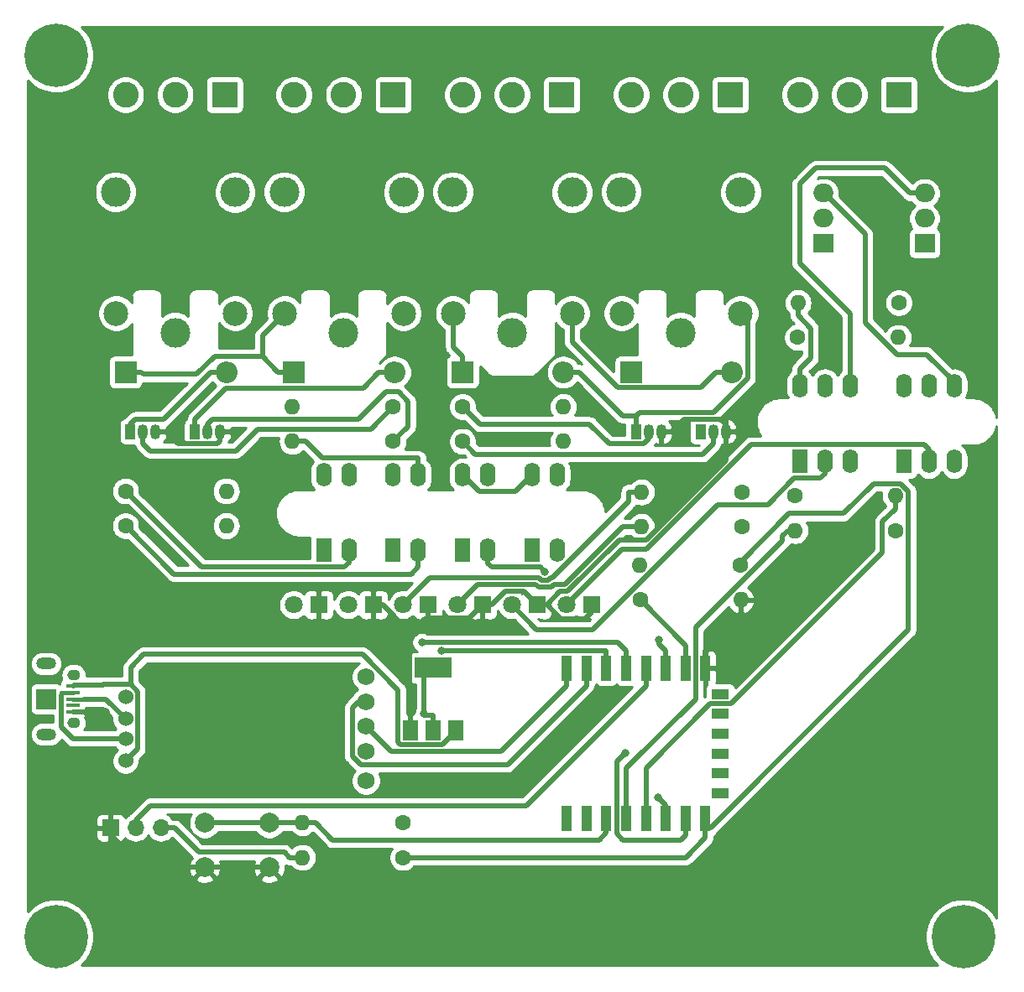
<source format=gbr>
G04 #@! TF.GenerationSoftware,KiCad,Pcbnew,(5.1.4)-1*
G04 #@! TF.CreationDate,2021-08-09T13:21:01-03:00*
G04 #@! TF.ProjectId,Plc_Esp12,506c635f-4573-4703-9132-2e6b69636164,rev?*
G04 #@! TF.SameCoordinates,Original*
G04 #@! TF.FileFunction,Copper,L1,Top*
G04 #@! TF.FilePolarity,Positive*
%FSLAX46Y46*%
G04 Gerber Fmt 4.6, Leading zero omitted, Abs format (unit mm)*
G04 Created by KiCad (PCBNEW (5.1.4)-1) date 2021-08-09 13:21:01*
%MOMM*%
%LPD*%
G04 APERTURE LIST*
%ADD10C,6.400000*%
%ADD11O,1.600000X2.400000*%
%ADD12R,1.600000X2.400000*%
%ADD13R,1.500000X2.000000*%
%ADD14R,3.800000X2.000000*%
%ADD15R,1.000000X2.500000*%
%ADD16R,1.800000X1.000000*%
%ADD17C,1.750000*%
%ADD18C,1.524000*%
%ADD19C,2.000000*%
%ADD20O,1.600000X1.600000*%
%ADD21C,1.600000*%
%ADD22R,1.050000X1.500000*%
%ADD23O,1.050000X1.500000*%
%ADD24O,2.000000X1.905000*%
%ADD25R,2.000000X1.905000*%
%ADD26C,3.000000*%
%ADD27C,2.500000*%
%ADD28O,1.700000X1.700000*%
%ADD29R,1.700000X1.700000*%
%ADD30C,2.600000*%
%ADD31R,2.600000X2.600000*%
%ADD32O,1.300000X1.100000*%
%ADD33R,1.350000X0.400000*%
%ADD34O,2.000000X1.200000*%
%ADD35R,2.000000X2.000000*%
%ADD36O,2.200000X2.200000*%
%ADD37R,2.200000X2.200000*%
%ADD38C,1.800000*%
%ADD39R,1.800000X1.800000*%
%ADD40C,0.800000*%
%ADD41C,0.500000*%
%ADD42C,0.399800*%
%ADD43C,0.254000*%
G04 APERTURE END LIST*
D10*
X185500000Y-143000000D03*
X94000000Y-143000000D03*
X94000000Y-54000000D03*
X186000000Y-54000000D03*
D11*
X128000000Y-96380000D03*
X130540000Y-104000000D03*
X130540000Y-96380000D03*
D12*
X128000000Y-104000000D03*
D11*
X121000000Y-96380000D03*
X123540000Y-104000000D03*
X123540000Y-96380000D03*
D12*
X121000000Y-104000000D03*
D11*
X142000000Y-96380000D03*
X144540000Y-104000000D03*
X144540000Y-96380000D03*
D12*
X142000000Y-104000000D03*
D11*
X135000000Y-96380000D03*
X137540000Y-104000000D03*
X137540000Y-96380000D03*
D12*
X135000000Y-104000000D03*
D11*
X179500000Y-87380000D03*
X184580000Y-95000000D03*
X182040000Y-87380000D03*
X182040000Y-95000000D03*
X184580000Y-87380000D03*
D12*
X179500000Y-95000000D03*
D11*
X169000000Y-87380000D03*
X174080000Y-95000000D03*
X171540000Y-87380000D03*
X171540000Y-95000000D03*
X174080000Y-87380000D03*
D12*
X169000000Y-95000000D03*
D13*
X129700000Y-122150000D03*
X134300000Y-122150000D03*
X132000000Y-122150000D03*
D14*
X132000000Y-115850000D03*
D15*
X145500000Y-115900000D03*
X147500000Y-115900000D03*
X149500000Y-115900000D03*
X151500000Y-115900000D03*
X153500000Y-115900000D03*
X155500000Y-115900000D03*
X157500000Y-115900000D03*
X159500000Y-115900000D03*
D16*
X161000000Y-118500000D03*
X161000000Y-120500000D03*
X161000000Y-122500000D03*
X161000000Y-124500000D03*
X161000000Y-126500000D03*
X161000000Y-128500000D03*
D15*
X159500000Y-131100000D03*
X157500000Y-131100000D03*
X155500000Y-131100000D03*
X153500000Y-131100000D03*
X151500000Y-131100000D03*
X149500000Y-131100000D03*
X147500000Y-131100000D03*
X145500000Y-131100000D03*
D17*
X125250000Y-127250000D03*
X125250000Y-124250000D03*
X125250000Y-121750000D03*
X125250000Y-116750000D03*
X125250000Y-119250000D03*
D18*
X101000000Y-125250000D03*
X101000000Y-123000000D03*
X101000000Y-121000000D03*
X101000000Y-118750000D03*
D19*
X115500000Y-131500000D03*
X115500000Y-136000000D03*
X109000000Y-131500000D03*
X109000000Y-136000000D03*
D20*
X145160000Y-93000000D03*
D21*
X135000000Y-93000000D03*
D20*
X145160000Y-89500000D03*
D21*
X135000000Y-89500000D03*
D20*
X153040000Y-101600000D03*
D21*
X163200000Y-101600000D03*
D20*
X153040000Y-98100000D03*
D21*
X163200000Y-98100000D03*
D20*
X178960000Y-82500000D03*
D21*
X168800000Y-82500000D03*
D20*
X168840000Y-79000000D03*
D21*
X179000000Y-79000000D03*
D20*
X117840000Y-93000000D03*
D21*
X128000000Y-93000000D03*
D20*
X117840000Y-89500000D03*
D21*
X128000000Y-89500000D03*
D20*
X111160000Y-101500000D03*
D21*
X101000000Y-101500000D03*
D20*
X111160000Y-98000000D03*
D21*
X101000000Y-98000000D03*
D20*
X168540000Y-102000000D03*
D21*
X178700000Y-102000000D03*
D20*
X178660000Y-98500000D03*
D21*
X168500000Y-98500000D03*
D20*
X163060000Y-109000000D03*
D21*
X152900000Y-109000000D03*
D20*
X152840000Y-105500000D03*
D21*
X163000000Y-105500000D03*
D20*
X118840000Y-135000000D03*
D21*
X129000000Y-135000000D03*
X129000000Y-131500000D03*
D20*
X118840000Y-131500000D03*
D22*
X159000000Y-92000000D03*
D23*
X161540000Y-92000000D03*
X160270000Y-92000000D03*
D22*
X152500000Y-92000000D03*
D23*
X155040000Y-92000000D03*
X153770000Y-92000000D03*
D22*
X108000000Y-92000000D03*
D23*
X110540000Y-92000000D03*
X109270000Y-92000000D03*
D22*
X101500000Y-92000000D03*
D23*
X104040000Y-92000000D03*
X102770000Y-92000000D03*
D24*
X171400000Y-67920000D03*
X171400000Y-70460000D03*
D25*
X171400000Y-73000000D03*
D24*
X181600000Y-67920000D03*
X181600000Y-70460000D03*
D25*
X181600000Y-73000000D03*
D26*
X140000000Y-82000000D03*
D27*
X134050000Y-80050000D03*
D26*
X134000000Y-67800000D03*
X146050000Y-67850000D03*
D27*
X146050000Y-80050000D03*
D26*
X157000000Y-82000000D03*
D27*
X151050000Y-80050000D03*
D26*
X151000000Y-67800000D03*
X163050000Y-67850000D03*
D27*
X163050000Y-80050000D03*
D26*
X123000000Y-82000000D03*
D27*
X117050000Y-80050000D03*
D26*
X117000000Y-67800000D03*
X129050000Y-67850000D03*
D27*
X129050000Y-80050000D03*
D26*
X106000000Y-82000000D03*
D27*
X100050000Y-80050000D03*
D26*
X100000000Y-67800000D03*
X112050000Y-67850000D03*
D27*
X112050000Y-80050000D03*
D28*
X104580000Y-132000000D03*
X102040000Y-132000000D03*
D29*
X99500000Y-132000000D03*
D30*
X135000000Y-58000000D03*
X140000000Y-58000000D03*
D31*
X145000000Y-58000000D03*
D30*
X152000000Y-58000000D03*
X157000000Y-58000000D03*
D31*
X162000000Y-58000000D03*
D30*
X169000000Y-58000000D03*
X174000000Y-58000000D03*
D31*
X179000000Y-58000000D03*
D30*
X118000000Y-58000000D03*
X123000000Y-58000000D03*
D31*
X128000000Y-58000000D03*
D30*
X101000000Y-58000000D03*
X106000000Y-58000000D03*
D31*
X111000000Y-58000000D03*
D32*
X95750000Y-121425000D03*
X95750000Y-116575000D03*
D33*
X95675000Y-120300000D03*
X95675000Y-119650000D03*
X95675000Y-119000000D03*
X95675000Y-118350000D03*
X95675000Y-117700000D03*
D34*
X93000000Y-122575000D03*
D35*
X93000000Y-119000000D03*
D34*
X93000000Y-115425000D03*
D36*
X162160000Y-86000000D03*
D37*
X152000000Y-86000000D03*
D36*
X145160000Y-86000000D03*
D37*
X135000000Y-86000000D03*
D38*
X134460000Y-109500000D03*
D39*
X137000000Y-109500000D03*
D38*
X128960000Y-109500000D03*
D39*
X131500000Y-109500000D03*
D36*
X128160000Y-86000000D03*
D37*
X118000000Y-86000000D03*
D36*
X111160000Y-86000000D03*
D37*
X101000000Y-86000000D03*
D38*
X145460000Y-109500000D03*
D39*
X148000000Y-109500000D03*
D38*
X139960000Y-109500000D03*
D39*
X142500000Y-109500000D03*
D38*
X123460000Y-109500000D03*
D39*
X126000000Y-109500000D03*
D38*
X117960000Y-109500000D03*
D39*
X120500000Y-109500000D03*
D40*
X99046300Y-120300400D03*
X131121500Y-120498800D03*
X154777300Y-112985000D03*
X143296500Y-106152100D03*
X132850400Y-114150000D03*
X130895100Y-113282500D03*
X151411800Y-124443700D03*
X154708200Y-128955000D03*
D41*
X161540000Y-92000000D02*
X161540000Y-94900300D01*
X161540000Y-94900300D02*
X153520500Y-102919800D01*
X153520500Y-102919800D02*
X150811000Y-102919800D01*
X150811000Y-102919800D02*
X145581200Y-108149600D01*
X145581200Y-108149600D02*
X144808200Y-108149600D01*
X144808200Y-108149600D02*
X143504100Y-109453700D01*
X142500000Y-109500000D02*
X143457800Y-109500000D01*
X143457800Y-109500000D02*
X143504100Y-109453700D01*
X131500000Y-110850400D02*
X135649600Y-110850400D01*
X135649600Y-110850400D02*
X137000000Y-109500000D01*
X95675400Y-120300400D02*
X99046300Y-120300400D01*
D42*
X95675400Y-120300400D02*
X95675000Y-120300000D01*
D41*
X131500000Y-110850400D02*
X131500000Y-110900000D01*
X131500000Y-110700000D02*
X131500000Y-110850400D01*
X131500000Y-109500000D02*
X131500000Y-110700000D01*
X129771500Y-112337000D02*
X131208500Y-110900000D01*
X131208500Y-110900000D02*
X131500000Y-110900000D01*
X129771500Y-112337000D02*
X129643700Y-112464800D01*
X129643700Y-112464800D02*
X129643700Y-120593700D01*
X129643700Y-120593700D02*
X129700000Y-120650000D01*
X109000000Y-136000000D02*
X115500000Y-136000000D01*
X159500000Y-115900000D02*
X159500000Y-114150000D01*
X163060000Y-109000000D02*
X163060000Y-110590000D01*
X163060000Y-110590000D02*
X159500000Y-114150000D01*
X129700000Y-122150000D02*
X129700000Y-120650000D01*
X102750000Y-136000000D02*
X109000000Y-136000000D01*
X99500000Y-132000000D02*
X99500000Y-132750000D01*
X99500000Y-132750000D02*
X102750000Y-136000000D01*
X127592250Y-110157750D02*
X129771500Y-112337000D01*
X126000000Y-109500000D02*
X126934500Y-109500000D01*
X126934500Y-109500000D02*
X127592250Y-110157750D01*
X141139800Y-108139800D02*
X142500000Y-109500000D01*
X139335000Y-108139800D02*
X141139800Y-108139800D01*
X137000000Y-109500000D02*
X137974800Y-109500000D01*
X137974800Y-109500000D02*
X139335000Y-108139800D01*
X148000000Y-110250000D02*
X148000000Y-109500000D01*
X147382300Y-110867700D02*
X148000000Y-110250000D01*
X143504100Y-109453700D02*
X144918100Y-110867700D01*
X144918100Y-110867700D02*
X147382300Y-110867700D01*
X105065000Y-92000000D02*
X104040000Y-92000000D01*
X106315000Y-93250000D02*
X105065000Y-92000000D01*
X110250000Y-93250000D02*
X106315000Y-93250000D01*
X110540000Y-92000000D02*
X110540000Y-92960000D01*
X110540000Y-92960000D02*
X110250000Y-93250000D01*
X156065000Y-92000000D02*
X155040000Y-92000000D01*
X157315000Y-90750000D02*
X156065000Y-92000000D01*
X161000000Y-90750000D02*
X157315000Y-90750000D01*
X161540000Y-92000000D02*
X161540000Y-91290000D01*
X161540000Y-91290000D02*
X161000000Y-90750000D01*
X171100000Y-96700000D02*
X171540000Y-96260000D01*
X171540000Y-96260000D02*
X171540000Y-95000000D01*
X139960000Y-109500000D02*
X142460000Y-112000000D01*
X148108300Y-112000000D02*
X160708200Y-99400100D01*
X142460000Y-112000000D02*
X148108300Y-112000000D01*
X160708200Y-99400100D02*
X165772900Y-99400100D01*
X165772900Y-99400100D02*
X168473000Y-96700000D01*
X168473000Y-96700000D02*
X171100000Y-96700000D01*
X182040000Y-93790000D02*
X182040000Y-95000000D01*
X181550000Y-93300000D02*
X182040000Y-93790000D01*
X164130800Y-93300000D02*
X181550000Y-93300000D01*
X153563200Y-103867600D02*
X164130800Y-93300000D01*
X145460000Y-109500000D02*
X151092400Y-103867600D01*
X151092400Y-103867600D02*
X153563200Y-103867600D01*
X109560000Y-86000000D02*
X111160000Y-86000000D01*
X104810000Y-90750000D02*
X109560000Y-86000000D01*
X102000000Y-90750000D02*
X104810000Y-90750000D01*
X101500000Y-92000000D02*
X101500000Y-91250000D01*
X101500000Y-91250000D02*
X102000000Y-90750000D01*
X101000000Y-125250000D02*
X102225300Y-124024700D01*
X102225300Y-124024700D02*
X102225300Y-118251200D01*
X102225300Y-118251200D02*
X101511700Y-117537600D01*
D42*
X95799600Y-117575400D02*
X95675000Y-117700000D01*
D41*
X101511700Y-117537600D02*
X98750300Y-117537600D01*
X98750300Y-117537600D02*
X98712500Y-117575400D01*
X98712500Y-117575400D02*
X95799600Y-117575400D01*
X101511700Y-117537600D02*
X101511700Y-115827200D01*
X101511700Y-115827200D02*
X102833500Y-114505400D01*
X102833500Y-114505400D02*
X124908300Y-114505400D01*
X124908300Y-114505400D02*
X128499600Y-118096700D01*
X128499600Y-118096700D02*
X128499600Y-123393200D01*
X128499600Y-123393200D02*
X128706800Y-123600400D01*
X128706800Y-123600400D02*
X132937300Y-123600400D01*
X132937300Y-123600400D02*
X134300000Y-122237700D01*
X134300000Y-122237700D02*
X134300000Y-122150000D01*
X135000000Y-96380000D02*
X136669600Y-98049600D01*
X136669600Y-98049600D02*
X140330400Y-98049600D01*
X140330400Y-98049600D02*
X142000000Y-96380000D01*
X135000000Y-86000000D02*
X135000000Y-84400000D01*
X135000000Y-84400000D02*
X134050000Y-83450000D01*
X134050000Y-83450000D02*
X134050000Y-80050000D01*
X114807200Y-84407200D02*
X116400000Y-86000000D01*
X102600000Y-86000000D02*
X102822400Y-86222400D01*
X102822400Y-86222400D02*
X108164600Y-86222400D01*
X108164600Y-86222400D02*
X109979800Y-84407200D01*
X109979800Y-84407200D02*
X114807200Y-84407200D01*
X117050000Y-80050000D02*
X114807200Y-82292800D01*
X114807200Y-82292800D02*
X114807200Y-84407200D01*
X118000000Y-86000000D02*
X116400000Y-86000000D01*
X101000000Y-86000000D02*
X102600000Y-86000000D01*
X108000000Y-92000000D02*
X108000000Y-90750000D01*
X128160000Y-86000000D02*
X126560000Y-86000000D01*
X126560000Y-86000000D02*
X124960000Y-87600000D01*
X124960000Y-87600000D02*
X111150000Y-87600000D01*
X111150000Y-87600000D02*
X108000000Y-90750000D01*
X128960000Y-109500000D02*
X131721000Y-106739000D01*
X131721000Y-106739000D02*
X142680900Y-106739000D01*
X142680900Y-106739000D02*
X142944300Y-107002400D01*
X142944300Y-107002400D02*
X143648800Y-107002400D01*
X143648800Y-107002400D02*
X143912200Y-106739000D01*
X143912200Y-106739000D02*
X144020300Y-106739000D01*
X144020300Y-106739000D02*
X151740000Y-99019300D01*
X151740000Y-99019300D02*
X151740000Y-98100000D01*
X153040000Y-98100000D02*
X151740000Y-98100000D01*
X134460000Y-109500000D02*
X136520600Y-107439400D01*
X136520600Y-107439400D02*
X142390800Y-107439400D01*
X142390800Y-107439400D02*
X142654100Y-107702700D01*
X142654100Y-107702700D02*
X143939000Y-107702700D01*
X143939000Y-107702700D02*
X144202300Y-107439400D01*
X144202300Y-107439400D02*
X145300900Y-107439400D01*
X145300900Y-107439400D02*
X151140300Y-101600000D01*
X151140300Y-101600000D02*
X153040000Y-101600000D01*
X145160000Y-86000000D02*
X146760000Y-86000000D01*
X152500000Y-90399900D02*
X152850200Y-90049700D01*
X152850200Y-90049700D02*
X160330200Y-90049700D01*
X160330200Y-90049700D02*
X163762800Y-86617100D01*
X163762800Y-86617100D02*
X163762800Y-80762800D01*
X163762800Y-80762800D02*
X163050000Y-80050000D01*
X146760000Y-86000000D02*
X151159900Y-90399900D01*
X151159900Y-90399900D02*
X152500000Y-90399900D01*
X152500000Y-90399900D02*
X152500000Y-90750000D01*
X152500000Y-92000000D02*
X152500000Y-90750000D01*
X162160000Y-86000000D02*
X160560000Y-86000000D01*
X146050000Y-80050000D02*
X146050000Y-82961000D01*
X146050000Y-82961000D02*
X150646000Y-87557000D01*
X150646000Y-87557000D02*
X159003000Y-87557000D01*
X159003000Y-87557000D02*
X160560000Y-86000000D01*
X101000000Y-121000000D02*
X99000000Y-119000000D01*
X99000000Y-119000000D02*
X96800500Y-119000000D01*
D42*
X96800500Y-119000000D02*
X95675000Y-119000000D01*
X95675000Y-118350000D02*
X94550100Y-118350000D01*
D41*
X94549600Y-118649900D02*
X94549600Y-121825400D01*
X94549600Y-121825400D02*
X95724200Y-123000000D01*
X95724200Y-123000000D02*
X101000000Y-123000000D01*
D42*
X94549600Y-118649900D02*
X94550100Y-118649400D01*
X94550100Y-118649400D02*
X94550100Y-118350000D01*
D41*
X118840000Y-135000000D02*
X117540000Y-135000000D01*
X104580000Y-132000000D02*
X105930000Y-132000000D01*
X105930000Y-132000000D02*
X108391400Y-134461400D01*
X108391400Y-134461400D02*
X117001400Y-134461400D01*
X117001400Y-134461400D02*
X117540000Y-135000000D01*
X153500000Y-117650000D02*
X153500000Y-115900000D01*
X141400000Y-129750000D02*
X153500000Y-117650000D01*
X103500000Y-129750000D02*
X141400000Y-129750000D01*
X102040000Y-132000000D02*
X102040000Y-131210000D01*
X102040000Y-131210000D02*
X103500000Y-129750000D01*
X180100000Y-67920000D02*
X177580000Y-65400000D01*
X181600000Y-67920000D02*
X180100000Y-67920000D01*
X177580000Y-65400000D02*
X170600000Y-65400000D01*
X170600000Y-65400000D02*
X169000000Y-67000000D01*
X174080000Y-80080000D02*
X174080000Y-87380000D01*
X169000000Y-67000000D02*
X169000000Y-75000000D01*
X169000000Y-75000000D02*
X174080000Y-80080000D01*
X171447500Y-67920000D02*
X175600000Y-72072500D01*
X171400000Y-67920000D02*
X171447500Y-67920000D01*
X175600000Y-80990002D02*
X178809998Y-84200000D01*
X175600000Y-72072500D02*
X175600000Y-80990002D01*
X184580000Y-86980000D02*
X184580000Y-87380000D01*
X181800000Y-84200000D02*
X184580000Y-86980000D01*
X178809998Y-84200000D02*
X181800000Y-84200000D01*
X102770000Y-93250000D02*
X103470300Y-93950300D01*
X103470300Y-93950300D02*
X112115400Y-93950300D01*
X112115400Y-93950300D02*
X114316100Y-91749600D01*
X114316100Y-91749600D02*
X125750400Y-91749600D01*
X125750400Y-91749600D02*
X128000000Y-89500000D01*
X102770000Y-92000000D02*
X102770000Y-93250000D01*
X129500000Y-91500000D02*
X128000000Y-93000000D01*
X129500000Y-88967450D02*
X129500000Y-91500000D01*
X109270000Y-91230000D02*
X109749600Y-90750400D01*
X109270000Y-92000000D02*
X109270000Y-91230000D01*
X109749600Y-90750400D02*
X124499600Y-90750400D01*
X124499600Y-90750400D02*
X127250000Y-88000000D01*
X127250000Y-88000000D02*
X128532550Y-88000000D01*
X128532550Y-88000000D02*
X129500000Y-88967450D01*
X136750000Y-91250000D02*
X135000000Y-89500000D01*
X147806800Y-91250000D02*
X136750000Y-91250000D01*
X149806800Y-93250000D02*
X147806800Y-91250000D01*
X153250000Y-93250000D02*
X149806800Y-93250000D01*
X153770000Y-92000000D02*
X153770000Y-92730000D01*
X153770000Y-92730000D02*
X153250000Y-93250000D01*
X160270000Y-92000000D02*
X160270000Y-93250000D01*
X160270000Y-93250000D02*
X159222800Y-94297200D01*
X159222800Y-94297200D02*
X136297200Y-94297200D01*
X136297200Y-94297200D02*
X135000000Y-93000000D01*
X115500000Y-131500000D02*
X118840000Y-131500000D01*
X109000000Y-131500000D02*
X115500000Y-131500000D01*
X149500000Y-132500000D02*
X149500000Y-131100000D01*
X148750000Y-133250000D02*
X149500000Y-132500000D01*
X121890000Y-133250000D02*
X148750000Y-133250000D01*
X118840000Y-131500000D02*
X120140000Y-131500000D01*
X120140000Y-131500000D02*
X121890000Y-133250000D01*
X159500000Y-131100000D02*
X159500000Y-131975000D01*
X132000000Y-115850000D02*
X131121500Y-116728500D01*
X131121500Y-116728500D02*
X131121500Y-120498800D01*
X132000000Y-120650000D02*
X131272700Y-120650000D01*
X131272700Y-120650000D02*
X131121500Y-120498800D01*
X132000000Y-122150000D02*
X132000000Y-120650000D01*
X163000000Y-105200100D02*
X163000000Y-105500000D01*
X167938700Y-100261400D02*
X163000000Y-105200100D01*
X160025000Y-131975000D02*
X179961500Y-112038500D01*
X173431500Y-100261400D02*
X167938700Y-100261400D01*
X159500000Y-131975000D02*
X160025000Y-131975000D01*
X179961500Y-112038500D02*
X179961500Y-98026300D01*
X179961500Y-98026300D02*
X179181600Y-97246400D01*
X179181600Y-97246400D02*
X176446500Y-97246400D01*
X176446500Y-97246400D02*
X173431500Y-100261400D01*
X159500000Y-133000000D02*
X159500000Y-131975000D01*
X129000000Y-135000000D02*
X157500000Y-135000000D01*
X157500000Y-135000000D02*
X159500000Y-133000000D01*
X154777300Y-112985000D02*
X154777300Y-113427300D01*
X154777300Y-113427300D02*
X155500000Y-114150000D01*
X155500000Y-115900000D02*
X155500000Y-114150000D01*
X157500000Y-115900000D02*
X157500000Y-113600000D01*
X157500000Y-113600000D02*
X152900000Y-109000000D01*
X178660000Y-98500000D02*
X178660000Y-99800000D01*
X178660000Y-99800000D02*
X177360000Y-101100000D01*
X177360000Y-101100000D02*
X177360000Y-104215300D01*
X177360000Y-104215300D02*
X162124900Y-119450400D01*
X162124900Y-119450400D02*
X160001300Y-119450400D01*
X160001300Y-119450400D02*
X153500000Y-125951700D01*
X153500000Y-125951700D02*
X153500000Y-131100000D01*
X151500000Y-131100000D02*
X151500000Y-126000500D01*
X158500000Y-119000500D02*
X158500000Y-111790300D01*
X151500000Y-126000500D02*
X158500000Y-119000500D01*
X158500000Y-111790300D02*
X167240000Y-103050300D01*
X167240000Y-103050300D02*
X167240000Y-102560000D01*
X167800000Y-102000000D02*
X168540000Y-102000000D01*
X167240000Y-102560000D02*
X167800000Y-102000000D01*
X108700000Y-105700000D02*
X101000000Y-98000000D01*
X123050000Y-105700000D02*
X108700000Y-105700000D01*
X123540000Y-104000000D02*
X123540000Y-105210000D01*
X123540000Y-105210000D02*
X123050000Y-105700000D01*
X130540000Y-104000000D02*
X130540000Y-105700000D01*
X101000000Y-101500000D02*
X105902100Y-106402100D01*
X105902100Y-106402100D02*
X129837900Y-106402100D01*
X129837900Y-106402100D02*
X130540000Y-105700000D01*
X130540000Y-94680000D02*
X120820000Y-94680000D01*
X120820000Y-94680000D02*
X119140000Y-93000000D01*
X130540000Y-96380000D02*
X130540000Y-94680000D01*
X117840000Y-93000000D02*
X119140000Y-93000000D01*
X169000000Y-87380000D02*
X169000000Y-85680000D01*
X168840000Y-79000000D02*
X168840000Y-80300000D01*
X168840000Y-80300000D02*
X170116800Y-81576800D01*
X170116800Y-81576800D02*
X170116800Y-84563200D01*
X170116800Y-84563200D02*
X169000000Y-85680000D01*
X142844400Y-105700000D02*
X143296500Y-106152100D01*
X137950000Y-105700000D02*
X142844400Y-105700000D01*
X137540000Y-104000000D02*
X137540000Y-105290000D01*
X137540000Y-105290000D02*
X137950000Y-105700000D01*
X145500000Y-115900000D02*
X145500000Y-117650000D01*
X125250000Y-121750000D02*
X127804100Y-124304100D01*
X127804100Y-124304100D02*
X138845900Y-124304100D01*
X138845900Y-124304100D02*
X145500000Y-117650000D01*
X147500000Y-117650000D02*
X147500000Y-115900000D01*
X124500000Y-119250000D02*
X123872400Y-119877600D01*
X123872400Y-119877600D02*
X123872400Y-124756600D01*
X123872400Y-124756600D02*
X124741600Y-125625800D01*
X125250000Y-119250000D02*
X124500000Y-119250000D01*
X124741600Y-125625800D02*
X139524200Y-125625800D01*
X139524200Y-125625800D02*
X147500000Y-117650000D01*
X149500000Y-114150000D02*
X132850400Y-114150000D01*
X149500000Y-115900000D02*
X149500000Y-114150000D01*
X151500000Y-115900000D02*
X151500000Y-114150000D01*
X151500000Y-114150000D02*
X150632500Y-113282500D01*
X150632500Y-113282500D02*
X130895100Y-113282500D01*
X150549600Y-125305900D02*
X151411800Y-124443700D01*
X150549600Y-132609800D02*
X150549600Y-125305900D01*
X151189800Y-133250000D02*
X150549600Y-132609800D01*
X157000000Y-133250000D02*
X151189800Y-133250000D01*
X157500000Y-131100000D02*
X157500000Y-132750000D01*
X157500000Y-132750000D02*
X157000000Y-133250000D01*
X155500000Y-129746800D02*
X154708200Y-128955000D01*
X155500000Y-131100000D02*
X155500000Y-129746800D01*
D43*
G36*
X183021161Y-51555330D02*
G01*
X182601467Y-52183446D01*
X182312377Y-52881372D01*
X182165000Y-53622285D01*
X182165000Y-54377715D01*
X182312377Y-55118628D01*
X182601467Y-55816554D01*
X183021161Y-56444670D01*
X183555330Y-56978839D01*
X184183446Y-57398533D01*
X184881372Y-57687623D01*
X185622285Y-57835000D01*
X186377715Y-57835000D01*
X187118628Y-57687623D01*
X187816554Y-57398533D01*
X188444670Y-56978839D01*
X188873000Y-56550509D01*
X188873000Y-90601561D01*
X188870642Y-90579126D01*
X188858610Y-90520514D01*
X188847405Y-90461769D01*
X188844741Y-90452947D01*
X188743745Y-90126681D01*
X188720565Y-90071538D01*
X188698156Y-90016073D01*
X188693829Y-90007936D01*
X188531384Y-89707500D01*
X188497939Y-89657916D01*
X188465179Y-89607853D01*
X188459354Y-89600712D01*
X188241648Y-89337551D01*
X188199212Y-89295410D01*
X188157349Y-89252661D01*
X188150248Y-89246787D01*
X187885574Y-89030924D01*
X187835716Y-88997799D01*
X187786393Y-88964026D01*
X187778287Y-88959643D01*
X187476725Y-88799299D01*
X187421433Y-88776510D01*
X187366437Y-88752938D01*
X187357634Y-88750213D01*
X187030671Y-88651497D01*
X186972000Y-88639880D01*
X186913479Y-88627441D01*
X186904314Y-88626478D01*
X186564404Y-88593150D01*
X186564402Y-88593150D01*
X186532419Y-88590000D01*
X185771629Y-88590000D01*
X185778932Y-88581101D01*
X185912182Y-88331808D01*
X185994236Y-88061309D01*
X186015000Y-87850491D01*
X186015000Y-86909508D01*
X185994236Y-86698691D01*
X185912182Y-86428192D01*
X185778932Y-86178899D01*
X185599607Y-85960392D01*
X185381100Y-85781068D01*
X185131807Y-85647818D01*
X184861308Y-85565764D01*
X184580000Y-85538057D01*
X184406704Y-85555125D01*
X182456534Y-83604956D01*
X182428817Y-83571183D01*
X182294059Y-83460589D01*
X182140313Y-83378411D01*
X181973490Y-83327805D01*
X181843477Y-83315000D01*
X181843469Y-83315000D01*
X181800000Y-83310719D01*
X181756531Y-83315000D01*
X180147525Y-83315000D01*
X180158932Y-83301101D01*
X180292182Y-83051808D01*
X180374236Y-82781309D01*
X180401943Y-82500000D01*
X180374236Y-82218691D01*
X180292182Y-81948192D01*
X180158932Y-81698899D01*
X179979608Y-81480392D01*
X179761101Y-81301068D01*
X179511808Y-81167818D01*
X179241309Y-81085764D01*
X179030492Y-81065000D01*
X178889508Y-81065000D01*
X178678691Y-81085764D01*
X178408192Y-81167818D01*
X178158899Y-81301068D01*
X177940392Y-81480392D01*
X177761068Y-81698899D01*
X177691196Y-81829620D01*
X176485000Y-80623424D01*
X176485000Y-78858665D01*
X177565000Y-78858665D01*
X177565000Y-79141335D01*
X177620147Y-79418574D01*
X177728320Y-79679727D01*
X177885363Y-79914759D01*
X178085241Y-80114637D01*
X178320273Y-80271680D01*
X178581426Y-80379853D01*
X178858665Y-80435000D01*
X179141335Y-80435000D01*
X179418574Y-80379853D01*
X179679727Y-80271680D01*
X179914759Y-80114637D01*
X180114637Y-79914759D01*
X180271680Y-79679727D01*
X180379853Y-79418574D01*
X180435000Y-79141335D01*
X180435000Y-78858665D01*
X180379853Y-78581426D01*
X180271680Y-78320273D01*
X180114637Y-78085241D01*
X179914759Y-77885363D01*
X179679727Y-77728320D01*
X179418574Y-77620147D01*
X179141335Y-77565000D01*
X178858665Y-77565000D01*
X178581426Y-77620147D01*
X178320273Y-77728320D01*
X178085241Y-77885363D01*
X177885363Y-78085241D01*
X177728320Y-78320273D01*
X177620147Y-78581426D01*
X177565000Y-78858665D01*
X176485000Y-78858665D01*
X176485000Y-72115969D01*
X176489281Y-72072500D01*
X176485000Y-72029031D01*
X176485000Y-72029023D01*
X176472195Y-71899010D01*
X176421589Y-71732187D01*
X176339411Y-71578441D01*
X176228817Y-71443683D01*
X176195050Y-71415972D01*
X173011623Y-68232545D01*
X173012030Y-68231204D01*
X173042681Y-67920000D01*
X173012030Y-67608796D01*
X172921255Y-67309551D01*
X172773845Y-67033765D01*
X172575463Y-66792037D01*
X172333735Y-66593655D01*
X172057949Y-66446245D01*
X171758704Y-66355470D01*
X171525486Y-66332500D01*
X171274514Y-66332500D01*
X171041296Y-66355470D01*
X170832889Y-66418690D01*
X170966579Y-66285000D01*
X177213422Y-66285000D01*
X179443470Y-68515049D01*
X179471183Y-68548817D01*
X179504951Y-68576530D01*
X179504953Y-68576532D01*
X179576452Y-68635210D01*
X179605941Y-68659411D01*
X179759687Y-68741589D01*
X179926510Y-68792195D01*
X180056523Y-68805000D01*
X180056533Y-68805000D01*
X180099999Y-68809281D01*
X180143465Y-68805000D01*
X180225495Y-68805000D01*
X180226155Y-68806235D01*
X180424537Y-69047963D01*
X180597609Y-69190000D01*
X180424537Y-69332037D01*
X180226155Y-69573765D01*
X180078745Y-69849551D01*
X179987970Y-70148796D01*
X179957319Y-70460000D01*
X179987970Y-70771204D01*
X180078745Y-71070449D01*
X180226155Y-71346235D01*
X180329446Y-71472095D01*
X180245506Y-71516963D01*
X180148815Y-71596315D01*
X180069463Y-71693006D01*
X180010498Y-71803320D01*
X179974188Y-71923018D01*
X179961928Y-72047500D01*
X179961928Y-73952500D01*
X179974188Y-74076982D01*
X180010498Y-74196680D01*
X180069463Y-74306994D01*
X180148815Y-74403685D01*
X180245506Y-74483037D01*
X180355820Y-74542002D01*
X180475518Y-74578312D01*
X180600000Y-74590572D01*
X182600000Y-74590572D01*
X182724482Y-74578312D01*
X182844180Y-74542002D01*
X182954494Y-74483037D01*
X183051185Y-74403685D01*
X183130537Y-74306994D01*
X183189502Y-74196680D01*
X183225812Y-74076982D01*
X183238072Y-73952500D01*
X183238072Y-72047500D01*
X183225812Y-71923018D01*
X183189502Y-71803320D01*
X183130537Y-71693006D01*
X183051185Y-71596315D01*
X182954494Y-71516963D01*
X182870554Y-71472095D01*
X182973845Y-71346235D01*
X183121255Y-71070449D01*
X183212030Y-70771204D01*
X183242681Y-70460000D01*
X183212030Y-70148796D01*
X183121255Y-69849551D01*
X182973845Y-69573765D01*
X182775463Y-69332037D01*
X182602391Y-69190000D01*
X182775463Y-69047963D01*
X182973845Y-68806235D01*
X183121255Y-68530449D01*
X183212030Y-68231204D01*
X183242681Y-67920000D01*
X183212030Y-67608796D01*
X183121255Y-67309551D01*
X182973845Y-67033765D01*
X182775463Y-66792037D01*
X182533735Y-66593655D01*
X182257949Y-66446245D01*
X181958704Y-66355470D01*
X181725486Y-66332500D01*
X181474514Y-66332500D01*
X181241296Y-66355470D01*
X180942051Y-66446245D01*
X180666265Y-66593655D01*
X180424537Y-66792037D01*
X180333971Y-66902392D01*
X178236534Y-64804956D01*
X178208817Y-64771183D01*
X178074059Y-64660589D01*
X177920313Y-64578411D01*
X177753490Y-64527805D01*
X177623477Y-64515000D01*
X177623469Y-64515000D01*
X177580000Y-64510719D01*
X177536531Y-64515000D01*
X170643469Y-64515000D01*
X170600000Y-64510719D01*
X170556531Y-64515000D01*
X170556523Y-64515000D01*
X170426510Y-64527805D01*
X170259687Y-64578411D01*
X170105941Y-64660589D01*
X170004953Y-64743468D01*
X170004951Y-64743470D01*
X169971183Y-64771183D01*
X169943470Y-64804951D01*
X168404956Y-66343466D01*
X168371183Y-66371183D01*
X168260589Y-66505942D01*
X168178411Y-66659688D01*
X168127805Y-66826511D01*
X168115000Y-66956524D01*
X168115000Y-66956531D01*
X168110719Y-67000000D01*
X168115000Y-67043469D01*
X168115001Y-74956521D01*
X168110719Y-75000000D01*
X168127805Y-75173490D01*
X168178412Y-75340313D01*
X168260590Y-75494059D01*
X168343468Y-75595046D01*
X168343471Y-75595049D01*
X168371184Y-75628817D01*
X168404952Y-75656530D01*
X173195000Y-80446579D01*
X173195001Y-85849922D01*
X173060392Y-85960393D01*
X172881068Y-86178900D01*
X172810000Y-86311858D01*
X172738932Y-86178899D01*
X172559607Y-85960392D01*
X172341100Y-85781068D01*
X172091807Y-85647818D01*
X171821308Y-85565764D01*
X171540000Y-85538057D01*
X171258691Y-85565764D01*
X170988192Y-85647818D01*
X170738899Y-85781068D01*
X170520392Y-85960393D01*
X170341068Y-86178900D01*
X170270000Y-86311858D01*
X170198932Y-86178899D01*
X170019607Y-85960392D01*
X169993012Y-85938566D01*
X170711849Y-85219730D01*
X170745617Y-85192017D01*
X170779731Y-85150450D01*
X170856211Y-85057259D01*
X170885616Y-85002246D01*
X170938389Y-84903513D01*
X170988995Y-84736690D01*
X171001800Y-84606677D01*
X171001800Y-84606669D01*
X171006081Y-84563200D01*
X171001800Y-84519731D01*
X171001800Y-81620269D01*
X171006081Y-81576800D01*
X171001800Y-81533331D01*
X171001800Y-81533323D01*
X170988995Y-81403310D01*
X170938389Y-81236487D01*
X170856211Y-81082741D01*
X170820651Y-81039411D01*
X170773332Y-80981753D01*
X170773330Y-80981751D01*
X170745617Y-80947983D01*
X170711850Y-80920271D01*
X169833013Y-80041434D01*
X169859608Y-80019608D01*
X170038932Y-79801101D01*
X170172182Y-79551808D01*
X170254236Y-79281309D01*
X170281943Y-79000000D01*
X170254236Y-78718691D01*
X170172182Y-78448192D01*
X170038932Y-78198899D01*
X169859608Y-77980392D01*
X169641101Y-77801068D01*
X169391808Y-77667818D01*
X169121309Y-77585764D01*
X168910492Y-77565000D01*
X168769508Y-77565000D01*
X168558691Y-77585764D01*
X168288192Y-77667818D01*
X168038899Y-77801068D01*
X167820392Y-77980392D01*
X167641068Y-78198899D01*
X167507818Y-78448192D01*
X167425764Y-78718691D01*
X167398057Y-79000000D01*
X167425764Y-79281309D01*
X167507818Y-79551808D01*
X167641068Y-79801101D01*
X167820392Y-80019608D01*
X167955001Y-80130079D01*
X167955001Y-80256522D01*
X167950719Y-80300000D01*
X167967805Y-80473490D01*
X168018412Y-80640313D01*
X168100590Y-80794059D01*
X168183468Y-80895046D01*
X168183471Y-80895049D01*
X168211184Y-80928817D01*
X168244951Y-80956529D01*
X168404065Y-81115644D01*
X168381426Y-81120147D01*
X168120273Y-81228320D01*
X167885241Y-81385363D01*
X167685363Y-81585241D01*
X167528320Y-81820273D01*
X167420147Y-82081426D01*
X167365000Y-82358665D01*
X167365000Y-82641335D01*
X167420147Y-82918574D01*
X167528320Y-83179727D01*
X167685363Y-83414759D01*
X167885241Y-83614637D01*
X168120273Y-83771680D01*
X168381426Y-83879853D01*
X168658665Y-83935000D01*
X168941335Y-83935000D01*
X169218574Y-83879853D01*
X169231801Y-83874374D01*
X169231801Y-84196620D01*
X168404951Y-85023471D01*
X168371184Y-85051183D01*
X168343471Y-85084951D01*
X168343468Y-85084954D01*
X168260590Y-85185941D01*
X168178412Y-85339687D01*
X168127805Y-85506510D01*
X168110719Y-85680000D01*
X168115001Y-85723479D01*
X168115001Y-85849922D01*
X167980392Y-85960393D01*
X167801068Y-86178900D01*
X167667818Y-86428193D01*
X167585764Y-86698692D01*
X167565000Y-86909509D01*
X167565000Y-87850492D01*
X167585764Y-88061309D01*
X167667818Y-88331808D01*
X167801068Y-88581101D01*
X167808371Y-88590000D01*
X166967581Y-88590000D01*
X166933862Y-88593321D01*
X166911161Y-88593321D01*
X166901996Y-88594284D01*
X166562586Y-88632355D01*
X166504089Y-88644789D01*
X166445395Y-88656411D01*
X166436592Y-88659136D01*
X166111039Y-88762407D01*
X166056092Y-88785958D01*
X166000751Y-88808767D01*
X165992645Y-88813150D01*
X165693351Y-88977688D01*
X165643979Y-89011494D01*
X165594168Y-89044588D01*
X165587068Y-89050462D01*
X165325433Y-89270000D01*
X165283589Y-89312730D01*
X165241135Y-89354888D01*
X165235310Y-89362030D01*
X165021300Y-89628205D01*
X164988547Y-89678257D01*
X164955094Y-89727852D01*
X164950771Y-89735984D01*
X164950768Y-89735988D01*
X164950768Y-89735989D01*
X164792534Y-90038663D01*
X164770138Y-90094095D01*
X164746944Y-90149271D01*
X164744281Y-90158093D01*
X164647850Y-90485738D01*
X164636652Y-90544439D01*
X164624612Y-90603095D01*
X164623713Y-90612266D01*
X164592759Y-90952401D01*
X164593177Y-91012217D01*
X164592759Y-91072033D01*
X164593658Y-91081205D01*
X164629358Y-91420874D01*
X164641390Y-91479486D01*
X164652595Y-91538231D01*
X164655259Y-91547053D01*
X164756255Y-91873319D01*
X164779435Y-91928462D01*
X164801844Y-91983927D01*
X164806171Y-91992064D01*
X164968616Y-92292500D01*
X165002061Y-92342084D01*
X165034821Y-92392147D01*
X165040646Y-92399288D01*
X165053644Y-92415000D01*
X164174265Y-92415000D01*
X164130799Y-92410719D01*
X164087333Y-92415000D01*
X164087323Y-92415000D01*
X163957310Y-92427805D01*
X163790487Y-92478411D01*
X163636741Y-92560589D01*
X163623826Y-92571188D01*
X163535753Y-92643468D01*
X163535751Y-92643470D01*
X163501983Y-92671183D01*
X163474270Y-92704951D01*
X154471315Y-101707907D01*
X154481943Y-101600000D01*
X154454236Y-101318691D01*
X154372182Y-101048192D01*
X154238932Y-100798899D01*
X154059608Y-100580392D01*
X153841101Y-100401068D01*
X153591808Y-100267818D01*
X153321309Y-100185764D01*
X153110492Y-100165000D01*
X152969508Y-100165000D01*
X152758691Y-100185764D01*
X152488192Y-100267818D01*
X152238899Y-100401068D01*
X152020392Y-100580392D01*
X151909922Y-100715000D01*
X151295879Y-100715000D01*
X152335051Y-99675828D01*
X152368817Y-99648117D01*
X152401467Y-99608334D01*
X152459966Y-99537052D01*
X152479411Y-99513359D01*
X152517972Y-99441216D01*
X152758691Y-99514236D01*
X152969508Y-99535000D01*
X153110492Y-99535000D01*
X153321309Y-99514236D01*
X153591808Y-99432182D01*
X153841101Y-99298932D01*
X154059608Y-99119608D01*
X154238932Y-98901101D01*
X154372182Y-98651808D01*
X154454236Y-98381309D01*
X154481943Y-98100000D01*
X154454236Y-97818691D01*
X154372182Y-97548192D01*
X154238932Y-97298899D01*
X154059608Y-97080392D01*
X153841101Y-96901068D01*
X153591808Y-96767818D01*
X153321309Y-96685764D01*
X153110492Y-96665000D01*
X152969508Y-96665000D01*
X152758691Y-96685764D01*
X152488192Y-96767818D01*
X152238899Y-96901068D01*
X152020392Y-97080392D01*
X151909922Y-97215000D01*
X151783477Y-97215000D01*
X151740000Y-97210718D01*
X151696524Y-97215000D01*
X151696523Y-97215000D01*
X151566510Y-97227805D01*
X151399687Y-97278411D01*
X151245941Y-97360589D01*
X151111183Y-97471183D01*
X151000589Y-97605941D01*
X150918411Y-97759687D01*
X150867805Y-97926510D01*
X150850718Y-98100000D01*
X150855001Y-98143486D01*
X150855000Y-98652721D01*
X149399930Y-100107791D01*
X149370642Y-99829126D01*
X149358610Y-99770514D01*
X149347405Y-99711769D01*
X149344741Y-99702947D01*
X149243745Y-99376681D01*
X149220565Y-99321538D01*
X149198156Y-99266073D01*
X149193829Y-99257936D01*
X149031384Y-98957500D01*
X148997939Y-98907916D01*
X148965179Y-98857853D01*
X148959354Y-98850712D01*
X148741648Y-98587551D01*
X148699212Y-98545410D01*
X148657349Y-98502661D01*
X148650248Y-98496787D01*
X148385574Y-98280924D01*
X148335716Y-98247799D01*
X148286393Y-98214026D01*
X148278287Y-98209643D01*
X147976725Y-98049299D01*
X147921433Y-98026510D01*
X147866437Y-98002938D01*
X147857634Y-98000213D01*
X147530671Y-97901497D01*
X147472000Y-97889880D01*
X147413479Y-97877441D01*
X147404314Y-97876478D01*
X147064404Y-97843150D01*
X147064402Y-97843150D01*
X147032419Y-97840000D01*
X145510390Y-97840000D01*
X145559608Y-97799608D01*
X145738932Y-97581101D01*
X145872182Y-97331808D01*
X145954236Y-97061309D01*
X145975000Y-96850491D01*
X145975000Y-95909508D01*
X145954236Y-95698691D01*
X145872182Y-95428192D01*
X145740696Y-95182200D01*
X159179331Y-95182200D01*
X159222800Y-95186481D01*
X159266269Y-95182200D01*
X159266277Y-95182200D01*
X159396290Y-95169395D01*
X159563113Y-95118789D01*
X159716859Y-95036611D01*
X159851617Y-94926017D01*
X159879334Y-94892244D01*
X160865049Y-93906530D01*
X160898817Y-93878817D01*
X160926533Y-93845046D01*
X161009410Y-93744060D01*
X161009411Y-93744059D01*
X161091589Y-93590313D01*
X161142195Y-93423490D01*
X161151796Y-93326011D01*
X161172663Y-93335272D01*
X161234190Y-93343964D01*
X161413000Y-93218163D01*
X161413000Y-92453108D01*
X161413215Y-92452399D01*
X161430000Y-92281978D01*
X161430000Y-92127000D01*
X161667000Y-92127000D01*
X161667000Y-93218163D01*
X161845810Y-93343964D01*
X161907337Y-93335272D01*
X162116882Y-93242275D01*
X162304258Y-93110184D01*
X162462264Y-92944076D01*
X162584828Y-92750334D01*
X162667239Y-92536404D01*
X162706331Y-92310507D01*
X162546598Y-92127000D01*
X161667000Y-92127000D01*
X161430000Y-92127000D01*
X161430000Y-91718021D01*
X161413215Y-91547600D01*
X161413000Y-91546891D01*
X161413000Y-90781837D01*
X161667000Y-90781837D01*
X161667000Y-91873000D01*
X162546598Y-91873000D01*
X162706331Y-91689493D01*
X162667239Y-91463596D01*
X162584828Y-91249666D01*
X162462264Y-91055924D01*
X162304258Y-90889816D01*
X162116882Y-90757725D01*
X161907337Y-90664728D01*
X161845810Y-90656036D01*
X161667000Y-90781837D01*
X161413000Y-90781837D01*
X161234190Y-90656036D01*
X161172663Y-90664728D01*
X160963118Y-90757725D01*
X160904669Y-90798929D01*
X160848729Y-90769029D01*
X160959017Y-90678517D01*
X160986734Y-90644744D01*
X164357850Y-87273629D01*
X164391617Y-87245917D01*
X164447018Y-87178412D01*
X164499059Y-87115000D01*
X164502211Y-87111159D01*
X164584389Y-86957413D01*
X164634995Y-86790590D01*
X164647800Y-86660577D01*
X164647800Y-86660567D01*
X164652081Y-86617101D01*
X164647800Y-86573635D01*
X164647800Y-81051634D01*
X164720466Y-80942882D01*
X164862561Y-80599834D01*
X164935000Y-80235656D01*
X164935000Y-79864344D01*
X164862561Y-79500166D01*
X164720466Y-79157118D01*
X164514175Y-78848382D01*
X164251618Y-78585825D01*
X163942882Y-78379534D01*
X163599834Y-78237439D01*
X163235656Y-78165000D01*
X162864344Y-78165000D01*
X162500166Y-78237439D01*
X162157118Y-78379534D01*
X161848382Y-78585825D01*
X161585825Y-78848382D01*
X161410000Y-79111522D01*
X161410000Y-78282419D01*
X161413193Y-78250000D01*
X161400450Y-78120617D01*
X161362710Y-77996207D01*
X161301425Y-77881550D01*
X161218948Y-77781052D01*
X161118450Y-77698575D01*
X161003793Y-77637290D01*
X160879383Y-77599550D01*
X160782419Y-77590000D01*
X160750000Y-77586807D01*
X160717581Y-77590000D01*
X159032419Y-77590000D01*
X159000000Y-77586807D01*
X158967581Y-77590000D01*
X158870617Y-77599550D01*
X158746207Y-77637290D01*
X158631550Y-77698575D01*
X158531052Y-77781052D01*
X158448575Y-77881550D01*
X158387290Y-77996207D01*
X158349550Y-78120617D01*
X158336807Y-78250000D01*
X158340000Y-78282419D01*
X158340000Y-80327617D01*
X158011302Y-80107988D01*
X157622756Y-79947047D01*
X157210279Y-79865000D01*
X156789721Y-79865000D01*
X156377244Y-79947047D01*
X155988698Y-80107988D01*
X155660000Y-80327617D01*
X155660000Y-78282419D01*
X155663193Y-78250000D01*
X155650450Y-78120617D01*
X155612710Y-77996207D01*
X155551425Y-77881550D01*
X155468948Y-77781052D01*
X155368450Y-77698575D01*
X155253793Y-77637290D01*
X155129383Y-77599550D01*
X155032419Y-77590000D01*
X155000000Y-77586807D01*
X154967581Y-77590000D01*
X153282419Y-77590000D01*
X153250000Y-77586807D01*
X153217581Y-77590000D01*
X153120617Y-77599550D01*
X152996207Y-77637290D01*
X152881550Y-77698575D01*
X152781052Y-77781052D01*
X152698575Y-77881550D01*
X152637290Y-77996207D01*
X152599550Y-78120617D01*
X152586807Y-78250000D01*
X152590000Y-78282419D01*
X152590000Y-78961862D01*
X152514175Y-78848382D01*
X152251618Y-78585825D01*
X151942882Y-78379534D01*
X151599834Y-78237439D01*
X151235656Y-78165000D01*
X150864344Y-78165000D01*
X150500166Y-78237439D01*
X150157118Y-78379534D01*
X149848382Y-78585825D01*
X149585825Y-78848382D01*
X149379534Y-79157118D01*
X149237439Y-79500166D01*
X149165000Y-79864344D01*
X149165000Y-80235656D01*
X149237439Y-80599834D01*
X149379534Y-80942882D01*
X149585825Y-81251618D01*
X149848382Y-81514175D01*
X150157118Y-81720466D01*
X150500166Y-81862561D01*
X150864344Y-81935000D01*
X151235656Y-81935000D01*
X151599834Y-81862561D01*
X151942882Y-81720466D01*
X152251618Y-81514175D01*
X152514175Y-81251618D01*
X152590001Y-81138137D01*
X152590001Y-83967581D01*
X152586808Y-84000000D01*
X152590001Y-84032418D01*
X152590001Y-84032419D01*
X152599551Y-84129383D01*
X152601255Y-84135000D01*
X152637290Y-84253792D01*
X152641639Y-84261928D01*
X150900000Y-84261928D01*
X150775518Y-84274188D01*
X150655820Y-84310498D01*
X150545506Y-84369463D01*
X150448815Y-84448815D01*
X150369463Y-84545506D01*
X150310498Y-84655820D01*
X150274188Y-84775518D01*
X150261928Y-84900000D01*
X150261928Y-85921349D01*
X146935000Y-82594422D01*
X146935000Y-81723731D01*
X146942882Y-81720466D01*
X147251618Y-81514175D01*
X147514175Y-81251618D01*
X147720466Y-80942882D01*
X147862561Y-80599834D01*
X147935000Y-80235656D01*
X147935000Y-79864344D01*
X147862561Y-79500166D01*
X147720466Y-79157118D01*
X147514175Y-78848382D01*
X147251618Y-78585825D01*
X146942882Y-78379534D01*
X146599834Y-78237439D01*
X146235656Y-78165000D01*
X145864344Y-78165000D01*
X145500166Y-78237439D01*
X145157118Y-78379534D01*
X144848382Y-78585825D01*
X144585825Y-78848382D01*
X144410000Y-79111522D01*
X144410000Y-78282419D01*
X144413193Y-78250000D01*
X144400450Y-78120617D01*
X144362710Y-77996207D01*
X144301425Y-77881550D01*
X144218948Y-77781052D01*
X144118450Y-77698575D01*
X144003793Y-77637290D01*
X143879383Y-77599550D01*
X143782419Y-77590000D01*
X143750000Y-77586807D01*
X143717581Y-77590000D01*
X142032419Y-77590000D01*
X142000000Y-77586807D01*
X141967581Y-77590000D01*
X141870617Y-77599550D01*
X141746207Y-77637290D01*
X141631550Y-77698575D01*
X141531052Y-77781052D01*
X141448575Y-77881550D01*
X141387290Y-77996207D01*
X141349550Y-78120617D01*
X141336807Y-78250000D01*
X141340000Y-78282419D01*
X141340000Y-80327617D01*
X141011302Y-80107988D01*
X140622756Y-79947047D01*
X140210279Y-79865000D01*
X139789721Y-79865000D01*
X139377244Y-79947047D01*
X138988698Y-80107988D01*
X138660000Y-80327617D01*
X138660000Y-78282419D01*
X138663193Y-78250000D01*
X138650450Y-78120617D01*
X138612710Y-77996207D01*
X138551425Y-77881550D01*
X138468948Y-77781052D01*
X138368450Y-77698575D01*
X138253793Y-77637290D01*
X138129383Y-77599550D01*
X138032419Y-77590000D01*
X138000000Y-77586807D01*
X137967581Y-77590000D01*
X136282419Y-77590000D01*
X136250000Y-77586807D01*
X136217581Y-77590000D01*
X136120617Y-77599550D01*
X135996207Y-77637290D01*
X135881550Y-77698575D01*
X135781052Y-77781052D01*
X135698575Y-77881550D01*
X135637290Y-77996207D01*
X135599550Y-78120617D01*
X135586807Y-78250000D01*
X135590000Y-78282419D01*
X135590000Y-78961862D01*
X135514175Y-78848382D01*
X135251618Y-78585825D01*
X134942882Y-78379534D01*
X134599834Y-78237439D01*
X134235656Y-78165000D01*
X133864344Y-78165000D01*
X133500166Y-78237439D01*
X133157118Y-78379534D01*
X132848382Y-78585825D01*
X132585825Y-78848382D01*
X132379534Y-79157118D01*
X132237439Y-79500166D01*
X132165000Y-79864344D01*
X132165000Y-80235656D01*
X132237439Y-80599834D01*
X132379534Y-80942882D01*
X132585825Y-81251618D01*
X132848382Y-81514175D01*
X133157118Y-81720466D01*
X133165001Y-81723731D01*
X133165000Y-83406531D01*
X133160719Y-83450000D01*
X133165000Y-83493469D01*
X133165000Y-83493476D01*
X133174489Y-83589817D01*
X133177805Y-83623490D01*
X133179593Y-83629383D01*
X133228411Y-83790312D01*
X133310589Y-83944058D01*
X133421183Y-84078817D01*
X133454956Y-84106534D01*
X133658198Y-84309777D01*
X133655820Y-84310498D01*
X133545506Y-84369463D01*
X133448815Y-84448815D01*
X133369463Y-84545506D01*
X133310498Y-84655820D01*
X133274188Y-84775518D01*
X133261928Y-84900000D01*
X133261928Y-87100000D01*
X133274188Y-87224482D01*
X133310498Y-87344180D01*
X133369463Y-87454494D01*
X133448815Y-87551185D01*
X133545506Y-87630537D01*
X133655820Y-87689502D01*
X133775518Y-87725812D01*
X133900000Y-87738072D01*
X136100000Y-87738072D01*
X136224482Y-87725812D01*
X136344180Y-87689502D01*
X136454494Y-87630537D01*
X136551185Y-87551185D01*
X136630537Y-87454494D01*
X136689502Y-87344180D01*
X136725812Y-87224482D01*
X136738072Y-87100000D01*
X136738072Y-85421453D01*
X137510388Y-86193769D01*
X137531052Y-86218948D01*
X137556231Y-86239612D01*
X137556233Y-86239614D01*
X137631550Y-86301425D01*
X137746207Y-86362710D01*
X137870617Y-86400450D01*
X137967581Y-86410000D01*
X137967588Y-86410000D01*
X138000000Y-86413192D01*
X138032412Y-86410000D01*
X141967591Y-86410000D01*
X142000000Y-86413192D01*
X142032409Y-86410000D01*
X142032419Y-86410000D01*
X142129383Y-86400450D01*
X142253793Y-86362710D01*
X142368450Y-86301425D01*
X142468948Y-86218948D01*
X142489616Y-86193764D01*
X144193770Y-84489611D01*
X144218948Y-84468948D01*
X144239615Y-84443766D01*
X144301425Y-84368450D01*
X144362710Y-84253793D01*
X144400450Y-84129383D01*
X144407654Y-84056234D01*
X144410000Y-84032419D01*
X144410000Y-84032412D01*
X144413192Y-84000000D01*
X144410000Y-83967588D01*
X144410000Y-80988478D01*
X144585825Y-81251618D01*
X144848382Y-81514175D01*
X145157118Y-81720466D01*
X145165001Y-81723731D01*
X145165001Y-82917521D01*
X145160719Y-82961000D01*
X145177805Y-83134490D01*
X145228412Y-83301313D01*
X145310590Y-83455059D01*
X145393468Y-83556046D01*
X145393471Y-83556049D01*
X145421184Y-83589817D01*
X145454952Y-83617530D01*
X146979046Y-85141625D01*
X146933490Y-85127805D01*
X146803477Y-85115000D01*
X146803469Y-85115000D01*
X146760000Y-85110719D01*
X146716531Y-85115000D01*
X146654252Y-85115000D01*
X146609579Y-85031422D01*
X146392766Y-84767234D01*
X146128578Y-84550421D01*
X145827168Y-84389314D01*
X145500119Y-84290105D01*
X145245225Y-84265000D01*
X145074775Y-84265000D01*
X144819881Y-84290105D01*
X144492832Y-84389314D01*
X144191422Y-84550421D01*
X143927234Y-84767234D01*
X143710421Y-85031422D01*
X143549314Y-85332832D01*
X143450105Y-85659881D01*
X143416606Y-86000000D01*
X143450105Y-86340119D01*
X143549314Y-86667168D01*
X143710421Y-86968578D01*
X143927234Y-87232766D01*
X144191422Y-87449579D01*
X144492832Y-87610686D01*
X144819881Y-87709895D01*
X145074775Y-87735000D01*
X145245225Y-87735000D01*
X145500119Y-87709895D01*
X145827168Y-87610686D01*
X146128578Y-87449579D01*
X146392766Y-87232766D01*
X146549818Y-87041397D01*
X150503370Y-90994949D01*
X150531083Y-91028717D01*
X150564851Y-91056430D01*
X150564853Y-91056432D01*
X150606626Y-91090714D01*
X150665841Y-91139311D01*
X150819587Y-91221489D01*
X150986410Y-91272095D01*
X151116423Y-91284900D01*
X151116433Y-91284900D01*
X151159899Y-91289181D01*
X151203365Y-91284900D01*
X151336928Y-91284900D01*
X151336928Y-92365000D01*
X150173379Y-92365000D01*
X148463332Y-90654954D01*
X148435617Y-90621183D01*
X148300859Y-90510589D01*
X148147113Y-90428411D01*
X147980290Y-90377805D01*
X147850277Y-90365000D01*
X147850269Y-90365000D01*
X147806800Y-90360719D01*
X147763331Y-90365000D01*
X146306491Y-90365000D01*
X146358932Y-90301101D01*
X146492182Y-90051808D01*
X146574236Y-89781309D01*
X146601943Y-89500000D01*
X146574236Y-89218691D01*
X146492182Y-88948192D01*
X146358932Y-88698899D01*
X146179608Y-88480392D01*
X145961101Y-88301068D01*
X145711808Y-88167818D01*
X145441309Y-88085764D01*
X145230492Y-88065000D01*
X145089508Y-88065000D01*
X144878691Y-88085764D01*
X144608192Y-88167818D01*
X144358899Y-88301068D01*
X144140392Y-88480392D01*
X143961068Y-88698899D01*
X143827818Y-88948192D01*
X143745764Y-89218691D01*
X143718057Y-89500000D01*
X143745764Y-89781309D01*
X143827818Y-90051808D01*
X143961068Y-90301101D01*
X144013509Y-90365000D01*
X137116579Y-90365000D01*
X136428017Y-89676439D01*
X136435000Y-89641335D01*
X136435000Y-89358665D01*
X136379853Y-89081426D01*
X136271680Y-88820273D01*
X136114637Y-88585241D01*
X135914759Y-88385363D01*
X135679727Y-88228320D01*
X135418574Y-88120147D01*
X135141335Y-88065000D01*
X134858665Y-88065000D01*
X134581426Y-88120147D01*
X134320273Y-88228320D01*
X134085241Y-88385363D01*
X133885363Y-88585241D01*
X133728320Y-88820273D01*
X133620147Y-89081426D01*
X133565000Y-89358665D01*
X133565000Y-89641335D01*
X133620147Y-89918574D01*
X133728320Y-90179727D01*
X133885363Y-90414759D01*
X134085241Y-90614637D01*
X134320273Y-90771680D01*
X134581426Y-90879853D01*
X134858665Y-90935000D01*
X135141335Y-90935000D01*
X135176439Y-90928017D01*
X136093470Y-91845049D01*
X136121183Y-91878817D01*
X136154951Y-91906530D01*
X136154953Y-91906532D01*
X136244951Y-91980392D01*
X136255941Y-91989411D01*
X136409687Y-92071589D01*
X136576510Y-92122195D01*
X136706523Y-92135000D01*
X136706531Y-92135000D01*
X136750000Y-92139281D01*
X136793469Y-92135000D01*
X144013509Y-92135000D01*
X143961068Y-92198899D01*
X143827818Y-92448192D01*
X143745764Y-92718691D01*
X143718057Y-93000000D01*
X143745764Y-93281309D01*
X143785469Y-93412200D01*
X136663779Y-93412200D01*
X136428017Y-93176439D01*
X136435000Y-93141335D01*
X136435000Y-92858665D01*
X136379853Y-92581426D01*
X136271680Y-92320273D01*
X136114637Y-92085241D01*
X135914759Y-91885363D01*
X135679727Y-91728320D01*
X135418574Y-91620147D01*
X135141335Y-91565000D01*
X134858665Y-91565000D01*
X134581426Y-91620147D01*
X134320273Y-91728320D01*
X134085241Y-91885363D01*
X133885363Y-92085241D01*
X133728320Y-92320273D01*
X133620147Y-92581426D01*
X133565000Y-92858665D01*
X133565000Y-93141335D01*
X133620147Y-93418574D01*
X133728320Y-93679727D01*
X133885363Y-93914759D01*
X134085241Y-94114637D01*
X134320273Y-94271680D01*
X134581426Y-94379853D01*
X134858665Y-94435000D01*
X135141335Y-94435000D01*
X135176439Y-94428017D01*
X135328501Y-94580080D01*
X135281308Y-94565764D01*
X135000000Y-94538057D01*
X134718691Y-94565764D01*
X134448192Y-94647818D01*
X134198899Y-94781068D01*
X133980392Y-94960393D01*
X133801068Y-95178900D01*
X133667818Y-95428193D01*
X133585764Y-95698692D01*
X133565000Y-95909509D01*
X133565000Y-96850492D01*
X133585764Y-97061309D01*
X133667818Y-97331808D01*
X133801068Y-97581101D01*
X133980393Y-97799608D01*
X134029611Y-97840000D01*
X131510390Y-97840000D01*
X131559608Y-97799608D01*
X131738932Y-97581101D01*
X131872182Y-97331808D01*
X131954236Y-97061309D01*
X131975000Y-96850491D01*
X131975000Y-95909508D01*
X131954236Y-95698691D01*
X131872182Y-95428192D01*
X131738932Y-95178899D01*
X131559607Y-94960392D01*
X131425000Y-94849923D01*
X131425000Y-94723477D01*
X131429282Y-94680000D01*
X131412195Y-94506510D01*
X131361589Y-94339687D01*
X131279411Y-94185941D01*
X131168817Y-94051183D01*
X131034059Y-93940589D01*
X130880313Y-93858411D01*
X130713490Y-93807805D01*
X130583477Y-93795000D01*
X130540000Y-93790718D01*
X130496524Y-93795000D01*
X129194657Y-93795000D01*
X129271680Y-93679727D01*
X129379853Y-93418574D01*
X129435000Y-93141335D01*
X129435000Y-92858665D01*
X129428017Y-92823561D01*
X130095049Y-92156530D01*
X130128817Y-92128817D01*
X130157299Y-92094113D01*
X130239410Y-91994060D01*
X130241895Y-91989411D01*
X130321589Y-91840313D01*
X130372195Y-91673490D01*
X130385000Y-91543477D01*
X130385000Y-91543467D01*
X130389281Y-91500001D01*
X130385000Y-91456535D01*
X130385000Y-89010919D01*
X130389281Y-88967450D01*
X130385000Y-88923981D01*
X130385000Y-88923973D01*
X130372195Y-88793960D01*
X130321589Y-88627137D01*
X130239411Y-88473391D01*
X130167168Y-88385363D01*
X130156532Y-88372403D01*
X130156530Y-88372401D01*
X130128817Y-88338633D01*
X130095050Y-88310921D01*
X129189084Y-87404956D01*
X129186616Y-87401949D01*
X129392766Y-87232766D01*
X129609579Y-86968578D01*
X129770686Y-86667168D01*
X129869895Y-86340119D01*
X129903394Y-86000000D01*
X129869895Y-85659881D01*
X129770686Y-85332832D01*
X129609579Y-85031422D01*
X129392766Y-84767234D01*
X129128578Y-84550421D01*
X128827168Y-84389314D01*
X128500119Y-84290105D01*
X128245225Y-84265000D01*
X128074775Y-84265000D01*
X127819881Y-84290105D01*
X127492832Y-84389314D01*
X127191422Y-84550421D01*
X126927234Y-84767234D01*
X126710421Y-85031422D01*
X126665748Y-85115000D01*
X126603469Y-85115000D01*
X126571526Y-85111854D01*
X127193770Y-84489611D01*
X127218948Y-84468948D01*
X127239615Y-84443766D01*
X127301425Y-84368450D01*
X127362710Y-84253793D01*
X127400450Y-84129383D01*
X127407654Y-84056234D01*
X127410000Y-84032419D01*
X127410000Y-84032412D01*
X127413192Y-84000000D01*
X127410000Y-83967588D01*
X127410000Y-80988478D01*
X127585825Y-81251618D01*
X127848382Y-81514175D01*
X128157118Y-81720466D01*
X128500166Y-81862561D01*
X128864344Y-81935000D01*
X129235656Y-81935000D01*
X129599834Y-81862561D01*
X129942882Y-81720466D01*
X130251618Y-81514175D01*
X130514175Y-81251618D01*
X130720466Y-80942882D01*
X130862561Y-80599834D01*
X130935000Y-80235656D01*
X130935000Y-79864344D01*
X130862561Y-79500166D01*
X130720466Y-79157118D01*
X130514175Y-78848382D01*
X130251618Y-78585825D01*
X129942882Y-78379534D01*
X129599834Y-78237439D01*
X129235656Y-78165000D01*
X128864344Y-78165000D01*
X128500166Y-78237439D01*
X128157118Y-78379534D01*
X127848382Y-78585825D01*
X127585825Y-78848382D01*
X127410000Y-79111522D01*
X127410000Y-78282419D01*
X127413193Y-78250000D01*
X127400450Y-78120617D01*
X127362710Y-77996207D01*
X127301425Y-77881550D01*
X127218948Y-77781052D01*
X127118450Y-77698575D01*
X127003793Y-77637290D01*
X126879383Y-77599550D01*
X126782419Y-77590000D01*
X126750000Y-77586807D01*
X126717581Y-77590000D01*
X125032419Y-77590000D01*
X125000000Y-77586807D01*
X124967581Y-77590000D01*
X124870617Y-77599550D01*
X124746207Y-77637290D01*
X124631550Y-77698575D01*
X124531052Y-77781052D01*
X124448575Y-77881550D01*
X124387290Y-77996207D01*
X124349550Y-78120617D01*
X124336807Y-78250000D01*
X124340000Y-78282419D01*
X124340000Y-80327617D01*
X124011302Y-80107988D01*
X123622756Y-79947047D01*
X123210279Y-79865000D01*
X122789721Y-79865000D01*
X122377244Y-79947047D01*
X121988698Y-80107988D01*
X121660000Y-80327617D01*
X121660000Y-78282419D01*
X121663193Y-78250000D01*
X121650450Y-78120617D01*
X121612710Y-77996207D01*
X121551425Y-77881550D01*
X121468948Y-77781052D01*
X121368450Y-77698575D01*
X121253793Y-77637290D01*
X121129383Y-77599550D01*
X121032419Y-77590000D01*
X121000000Y-77586807D01*
X120967581Y-77590000D01*
X119282419Y-77590000D01*
X119250000Y-77586807D01*
X119217581Y-77590000D01*
X119120617Y-77599550D01*
X118996207Y-77637290D01*
X118881550Y-77698575D01*
X118781052Y-77781052D01*
X118698575Y-77881550D01*
X118637290Y-77996207D01*
X118599550Y-78120617D01*
X118586807Y-78250000D01*
X118590000Y-78282419D01*
X118590000Y-78961862D01*
X118514175Y-78848382D01*
X118251618Y-78585825D01*
X117942882Y-78379534D01*
X117599834Y-78237439D01*
X117235656Y-78165000D01*
X116864344Y-78165000D01*
X116500166Y-78237439D01*
X116157118Y-78379534D01*
X115848382Y-78585825D01*
X115585825Y-78848382D01*
X115379534Y-79157118D01*
X115237439Y-79500166D01*
X115165000Y-79864344D01*
X115165000Y-80235656D01*
X115237439Y-80599834D01*
X115240704Y-80607717D01*
X114212156Y-81636266D01*
X114178383Y-81663983D01*
X114067789Y-81798742D01*
X113985611Y-81952488D01*
X113935005Y-82119311D01*
X113922200Y-82249324D01*
X113922200Y-82249331D01*
X113917919Y-82292800D01*
X113922200Y-82336269D01*
X113922201Y-83522200D01*
X110410000Y-83522200D01*
X110410000Y-80988478D01*
X110585825Y-81251618D01*
X110848382Y-81514175D01*
X111157118Y-81720466D01*
X111500166Y-81862561D01*
X111864344Y-81935000D01*
X112235656Y-81935000D01*
X112599834Y-81862561D01*
X112942882Y-81720466D01*
X113251618Y-81514175D01*
X113514175Y-81251618D01*
X113720466Y-80942882D01*
X113862561Y-80599834D01*
X113935000Y-80235656D01*
X113935000Y-79864344D01*
X113862561Y-79500166D01*
X113720466Y-79157118D01*
X113514175Y-78848382D01*
X113251618Y-78585825D01*
X112942882Y-78379534D01*
X112599834Y-78237439D01*
X112235656Y-78165000D01*
X111864344Y-78165000D01*
X111500166Y-78237439D01*
X111157118Y-78379534D01*
X110848382Y-78585825D01*
X110585825Y-78848382D01*
X110410000Y-79111522D01*
X110410000Y-78282419D01*
X110413193Y-78250000D01*
X110400450Y-78120617D01*
X110362710Y-77996207D01*
X110301425Y-77881550D01*
X110218948Y-77781052D01*
X110118450Y-77698575D01*
X110003793Y-77637290D01*
X109879383Y-77599550D01*
X109782419Y-77590000D01*
X109750000Y-77586807D01*
X109717581Y-77590000D01*
X108032419Y-77590000D01*
X108000000Y-77586807D01*
X107967581Y-77590000D01*
X107870617Y-77599550D01*
X107746207Y-77637290D01*
X107631550Y-77698575D01*
X107531052Y-77781052D01*
X107448575Y-77881550D01*
X107387290Y-77996207D01*
X107349550Y-78120617D01*
X107336807Y-78250000D01*
X107340000Y-78282419D01*
X107340000Y-80327617D01*
X107011302Y-80107988D01*
X106622756Y-79947047D01*
X106210279Y-79865000D01*
X105789721Y-79865000D01*
X105377244Y-79947047D01*
X104988698Y-80107988D01*
X104660000Y-80327617D01*
X104660000Y-78282419D01*
X104663193Y-78250000D01*
X104650450Y-78120617D01*
X104612710Y-77996207D01*
X104551425Y-77881550D01*
X104468948Y-77781052D01*
X104368450Y-77698575D01*
X104253793Y-77637290D01*
X104129383Y-77599550D01*
X104032419Y-77590000D01*
X104000000Y-77586807D01*
X103967581Y-77590000D01*
X102282419Y-77590000D01*
X102250000Y-77586807D01*
X102217581Y-77590000D01*
X102120617Y-77599550D01*
X101996207Y-77637290D01*
X101881550Y-77698575D01*
X101781052Y-77781052D01*
X101698575Y-77881550D01*
X101637290Y-77996207D01*
X101599550Y-78120617D01*
X101586807Y-78250000D01*
X101590000Y-78282419D01*
X101590000Y-78961862D01*
X101514175Y-78848382D01*
X101251618Y-78585825D01*
X100942882Y-78379534D01*
X100599834Y-78237439D01*
X100235656Y-78165000D01*
X99864344Y-78165000D01*
X99500166Y-78237439D01*
X99157118Y-78379534D01*
X98848382Y-78585825D01*
X98585825Y-78848382D01*
X98379534Y-79157118D01*
X98237439Y-79500166D01*
X98165000Y-79864344D01*
X98165000Y-80235656D01*
X98237439Y-80599834D01*
X98379534Y-80942882D01*
X98585825Y-81251618D01*
X98848382Y-81514175D01*
X99157118Y-81720466D01*
X99500166Y-81862561D01*
X99864344Y-81935000D01*
X100235656Y-81935000D01*
X100599834Y-81862561D01*
X100942882Y-81720466D01*
X101251618Y-81514175D01*
X101514175Y-81251618D01*
X101590001Y-81138137D01*
X101590001Y-83967581D01*
X101586808Y-84000000D01*
X101590001Y-84032418D01*
X101590001Y-84032419D01*
X101599551Y-84129383D01*
X101601255Y-84135000D01*
X101637290Y-84253792D01*
X101641639Y-84261928D01*
X99900000Y-84261928D01*
X99775518Y-84274188D01*
X99655820Y-84310498D01*
X99545506Y-84369463D01*
X99448815Y-84448815D01*
X99369463Y-84545506D01*
X99310498Y-84655820D01*
X99274188Y-84775518D01*
X99261928Y-84900000D01*
X99261928Y-87100000D01*
X99274188Y-87224482D01*
X99310498Y-87344180D01*
X99369463Y-87454494D01*
X99448815Y-87551185D01*
X99545506Y-87630537D01*
X99655820Y-87689502D01*
X99775518Y-87725812D01*
X99900000Y-87738072D01*
X102100000Y-87738072D01*
X102224482Y-87725812D01*
X102344180Y-87689502D01*
X102454494Y-87630537D01*
X102551185Y-87551185D01*
X102630537Y-87454494D01*
X102689502Y-87344180D01*
X102725812Y-87224482D01*
X102737743Y-87103344D01*
X102778923Y-87107400D01*
X102778933Y-87107400D01*
X102822399Y-87111681D01*
X102865865Y-87107400D01*
X107201021Y-87107400D01*
X104443422Y-89865000D01*
X102043469Y-89865000D01*
X102000000Y-89860719D01*
X101956531Y-89865000D01*
X101956523Y-89865000D01*
X101826510Y-89877805D01*
X101659687Y-89928411D01*
X101505941Y-90010589D01*
X101371183Y-90121183D01*
X101343468Y-90154954D01*
X100904952Y-90593470D01*
X100871184Y-90621183D01*
X100870318Y-90622238D01*
X100850518Y-90624188D01*
X100730820Y-90660498D01*
X100620506Y-90719463D01*
X100523815Y-90798815D01*
X100444463Y-90895506D01*
X100385498Y-91005820D01*
X100349188Y-91125518D01*
X100336928Y-91250000D01*
X100336928Y-92750000D01*
X100349188Y-92874482D01*
X100385498Y-92994180D01*
X100444463Y-93104494D01*
X100523815Y-93201185D01*
X100620506Y-93280537D01*
X100730820Y-93339502D01*
X100850518Y-93375812D01*
X100975000Y-93388072D01*
X101894317Y-93388072D01*
X101897805Y-93423490D01*
X101948412Y-93590313D01*
X102030590Y-93744059D01*
X102113468Y-93845046D01*
X102113469Y-93845047D01*
X102141184Y-93878817D01*
X102174951Y-93906529D01*
X102813770Y-94545349D01*
X102841483Y-94579117D01*
X102875251Y-94606830D01*
X102875253Y-94606832D01*
X102939657Y-94659687D01*
X102976241Y-94689711D01*
X103129987Y-94771889D01*
X103296810Y-94822495D01*
X103426823Y-94835300D01*
X103426831Y-94835300D01*
X103470300Y-94839581D01*
X103513769Y-94835300D01*
X112071931Y-94835300D01*
X112115400Y-94839581D01*
X112158869Y-94835300D01*
X112158877Y-94835300D01*
X112288890Y-94822495D01*
X112455713Y-94771889D01*
X112609459Y-94689711D01*
X112744217Y-94579117D01*
X112771934Y-94545344D01*
X114682679Y-92634600D01*
X116451272Y-92634600D01*
X116425764Y-92718691D01*
X116398057Y-93000000D01*
X116425764Y-93281309D01*
X116507818Y-93551808D01*
X116641068Y-93801101D01*
X116820392Y-94019608D01*
X117038899Y-94198932D01*
X117288192Y-94332182D01*
X117558691Y-94414236D01*
X117769508Y-94435000D01*
X117910492Y-94435000D01*
X118121309Y-94414236D01*
X118391808Y-94332182D01*
X118641101Y-94198932D01*
X118859608Y-94019608D01*
X118881434Y-93993013D01*
X119921083Y-95032662D01*
X119801068Y-95178900D01*
X119667818Y-95428193D01*
X119585764Y-95698692D01*
X119565000Y-95909509D01*
X119565000Y-96850492D01*
X119585764Y-97061309D01*
X119667818Y-97331808D01*
X119801068Y-97581101D01*
X119980393Y-97799608D01*
X120029611Y-97840000D01*
X118467581Y-97840000D01*
X118433862Y-97843321D01*
X118411161Y-97843321D01*
X118401996Y-97844284D01*
X118062586Y-97882355D01*
X118004089Y-97894789D01*
X117945395Y-97906411D01*
X117936592Y-97909136D01*
X117611039Y-98012407D01*
X117556092Y-98035958D01*
X117500751Y-98058767D01*
X117492645Y-98063150D01*
X117193351Y-98227688D01*
X117143979Y-98261494D01*
X117094168Y-98294588D01*
X117087068Y-98300462D01*
X116825433Y-98520000D01*
X116783589Y-98562730D01*
X116741135Y-98604888D01*
X116735310Y-98612030D01*
X116521300Y-98878205D01*
X116488547Y-98928257D01*
X116455094Y-98977852D01*
X116450771Y-98985984D01*
X116450768Y-98985988D01*
X116450768Y-98985989D01*
X116292534Y-99288663D01*
X116270138Y-99344095D01*
X116246944Y-99399271D01*
X116244281Y-99408093D01*
X116147850Y-99735738D01*
X116136652Y-99794439D01*
X116124612Y-99853095D01*
X116123713Y-99862266D01*
X116092759Y-100202401D01*
X116093177Y-100262217D01*
X116092759Y-100322033D01*
X116093658Y-100331205D01*
X116129358Y-100670874D01*
X116141390Y-100729486D01*
X116152595Y-100788231D01*
X116155259Y-100797053D01*
X116256255Y-101123319D01*
X116279414Y-101178411D01*
X116301844Y-101233927D01*
X116306171Y-101242064D01*
X116468616Y-101542500D01*
X116502061Y-101592084D01*
X116534821Y-101642147D01*
X116540646Y-101649288D01*
X116758351Y-101912449D01*
X116800823Y-101954626D01*
X116842651Y-101997339D01*
X116849751Y-102003213D01*
X117114426Y-102219076D01*
X117164250Y-102252179D01*
X117213606Y-102285974D01*
X117221713Y-102290357D01*
X117523274Y-102450701D01*
X117578580Y-102473496D01*
X117633563Y-102497062D01*
X117642366Y-102499787D01*
X117969329Y-102598503D01*
X118028000Y-102610120D01*
X118086521Y-102622559D01*
X118095686Y-102623522D01*
X118435596Y-102656850D01*
X118435598Y-102656850D01*
X118467581Y-102660000D01*
X119578895Y-102660000D01*
X119574188Y-102675518D01*
X119561928Y-102800000D01*
X119561928Y-104815000D01*
X109066579Y-104815000D01*
X105751579Y-101500000D01*
X109718057Y-101500000D01*
X109745764Y-101781309D01*
X109827818Y-102051808D01*
X109961068Y-102301101D01*
X110140392Y-102519608D01*
X110358899Y-102698932D01*
X110608192Y-102832182D01*
X110878691Y-102914236D01*
X111089508Y-102935000D01*
X111230492Y-102935000D01*
X111441309Y-102914236D01*
X111711808Y-102832182D01*
X111961101Y-102698932D01*
X112179608Y-102519608D01*
X112358932Y-102301101D01*
X112492182Y-102051808D01*
X112574236Y-101781309D01*
X112601943Y-101500000D01*
X112574236Y-101218691D01*
X112492182Y-100948192D01*
X112358932Y-100698899D01*
X112179608Y-100480392D01*
X111961101Y-100301068D01*
X111711808Y-100167818D01*
X111441309Y-100085764D01*
X111230492Y-100065000D01*
X111089508Y-100065000D01*
X110878691Y-100085764D01*
X110608192Y-100167818D01*
X110358899Y-100301068D01*
X110140392Y-100480392D01*
X109961068Y-100698899D01*
X109827818Y-100948192D01*
X109745764Y-101218691D01*
X109718057Y-101500000D01*
X105751579Y-101500000D01*
X102428017Y-98176439D01*
X102435000Y-98141335D01*
X102435000Y-98000000D01*
X109718057Y-98000000D01*
X109745764Y-98281309D01*
X109827818Y-98551808D01*
X109961068Y-98801101D01*
X110140392Y-99019608D01*
X110358899Y-99198932D01*
X110608192Y-99332182D01*
X110878691Y-99414236D01*
X111089508Y-99435000D01*
X111230492Y-99435000D01*
X111441309Y-99414236D01*
X111711808Y-99332182D01*
X111961101Y-99198932D01*
X112179608Y-99019608D01*
X112358932Y-98801101D01*
X112492182Y-98551808D01*
X112574236Y-98281309D01*
X112601943Y-98000000D01*
X112574236Y-97718691D01*
X112492182Y-97448192D01*
X112358932Y-97198899D01*
X112179608Y-96980392D01*
X111961101Y-96801068D01*
X111711808Y-96667818D01*
X111441309Y-96585764D01*
X111230492Y-96565000D01*
X111089508Y-96565000D01*
X110878691Y-96585764D01*
X110608192Y-96667818D01*
X110358899Y-96801068D01*
X110140392Y-96980392D01*
X109961068Y-97198899D01*
X109827818Y-97448192D01*
X109745764Y-97718691D01*
X109718057Y-98000000D01*
X102435000Y-98000000D01*
X102435000Y-97858665D01*
X102379853Y-97581426D01*
X102271680Y-97320273D01*
X102114637Y-97085241D01*
X101914759Y-96885363D01*
X101679727Y-96728320D01*
X101418574Y-96620147D01*
X101141335Y-96565000D01*
X100858665Y-96565000D01*
X100581426Y-96620147D01*
X100320273Y-96728320D01*
X100085241Y-96885363D01*
X99885363Y-97085241D01*
X99728320Y-97320273D01*
X99620147Y-97581426D01*
X99565000Y-97858665D01*
X99565000Y-98141335D01*
X99620147Y-98418574D01*
X99728320Y-98679727D01*
X99885363Y-98914759D01*
X100085241Y-99114637D01*
X100320273Y-99271680D01*
X100581426Y-99379853D01*
X100858665Y-99435000D01*
X101141335Y-99435000D01*
X101176439Y-99428017D01*
X107265521Y-105517100D01*
X106268679Y-105517100D01*
X102428017Y-101676439D01*
X102435000Y-101641335D01*
X102435000Y-101358665D01*
X102379853Y-101081426D01*
X102271680Y-100820273D01*
X102114637Y-100585241D01*
X101914759Y-100385363D01*
X101679727Y-100228320D01*
X101418574Y-100120147D01*
X101141335Y-100065000D01*
X100858665Y-100065000D01*
X100581426Y-100120147D01*
X100320273Y-100228320D01*
X100085241Y-100385363D01*
X99885363Y-100585241D01*
X99728320Y-100820273D01*
X99620147Y-101081426D01*
X99565000Y-101358665D01*
X99565000Y-101641335D01*
X99620147Y-101918574D01*
X99728320Y-102179727D01*
X99885363Y-102414759D01*
X100085241Y-102614637D01*
X100320273Y-102771680D01*
X100581426Y-102879853D01*
X100858665Y-102935000D01*
X101141335Y-102935000D01*
X101176439Y-102928017D01*
X105245570Y-106997149D01*
X105273283Y-107030917D01*
X105307051Y-107058630D01*
X105307053Y-107058632D01*
X105366786Y-107107654D01*
X105408041Y-107141511D01*
X105561787Y-107223689D01*
X105728610Y-107274295D01*
X105858623Y-107287100D01*
X105858633Y-107287100D01*
X105902099Y-107291381D01*
X105945565Y-107287100D01*
X129794431Y-107287100D01*
X129837900Y-107291381D01*
X129881369Y-107287100D01*
X129881377Y-107287100D01*
X129925685Y-107282736D01*
X129221482Y-107986940D01*
X129111184Y-107965000D01*
X128808816Y-107965000D01*
X128512257Y-108023989D01*
X128232905Y-108139701D01*
X127981495Y-108307688D01*
X127767688Y-108521495D01*
X127599701Y-108772905D01*
X127536443Y-108925621D01*
X127538072Y-108600000D01*
X127525812Y-108475518D01*
X127489502Y-108355820D01*
X127430537Y-108245506D01*
X127351185Y-108148815D01*
X127254494Y-108069463D01*
X127144180Y-108010498D01*
X127024482Y-107974188D01*
X126900000Y-107961928D01*
X126285750Y-107965000D01*
X126127000Y-108123750D01*
X126127000Y-109373000D01*
X126147000Y-109373000D01*
X126147000Y-109627000D01*
X126127000Y-109627000D01*
X126127000Y-110876250D01*
X126285750Y-111035000D01*
X126900000Y-111038072D01*
X127024482Y-111025812D01*
X127144180Y-110989502D01*
X127254494Y-110930537D01*
X127351185Y-110851185D01*
X127430537Y-110754494D01*
X127489502Y-110644180D01*
X127525812Y-110524482D01*
X127538072Y-110400000D01*
X127536443Y-110074379D01*
X127599701Y-110227095D01*
X127767688Y-110478505D01*
X127981495Y-110692312D01*
X128232905Y-110860299D01*
X128512257Y-110976011D01*
X128808816Y-111035000D01*
X129111184Y-111035000D01*
X129407743Y-110976011D01*
X129687095Y-110860299D01*
X129938505Y-110692312D01*
X130004944Y-110625873D01*
X130010498Y-110644180D01*
X130069463Y-110754494D01*
X130148815Y-110851185D01*
X130245506Y-110930537D01*
X130355820Y-110989502D01*
X130475518Y-111025812D01*
X130600000Y-111038072D01*
X131214250Y-111035000D01*
X131373000Y-110876250D01*
X131373000Y-109627000D01*
X131353000Y-109627000D01*
X131353000Y-109373000D01*
X131373000Y-109373000D01*
X131373000Y-109353000D01*
X131627000Y-109353000D01*
X131627000Y-109373000D01*
X131647000Y-109373000D01*
X131647000Y-109627000D01*
X131627000Y-109627000D01*
X131627000Y-110876250D01*
X131785750Y-111035000D01*
X132400000Y-111038072D01*
X132524482Y-111025812D01*
X132644180Y-110989502D01*
X132754494Y-110930537D01*
X132851185Y-110851185D01*
X132930537Y-110754494D01*
X132989502Y-110644180D01*
X133025812Y-110524482D01*
X133038072Y-110400000D01*
X133036443Y-110074379D01*
X133099701Y-110227095D01*
X133267688Y-110478505D01*
X133481495Y-110692312D01*
X133732905Y-110860299D01*
X134012257Y-110976011D01*
X134308816Y-111035000D01*
X134611184Y-111035000D01*
X134907743Y-110976011D01*
X135187095Y-110860299D01*
X135438505Y-110692312D01*
X135504944Y-110625873D01*
X135510498Y-110644180D01*
X135569463Y-110754494D01*
X135648815Y-110851185D01*
X135745506Y-110930537D01*
X135855820Y-110989502D01*
X135975518Y-111025812D01*
X136100000Y-111038072D01*
X136714250Y-111035000D01*
X136873000Y-110876250D01*
X136873000Y-109627000D01*
X136853000Y-109627000D01*
X136853000Y-109373000D01*
X136873000Y-109373000D01*
X136873000Y-109353000D01*
X137127000Y-109353000D01*
X137127000Y-109373000D01*
X137147000Y-109373000D01*
X137147000Y-109627000D01*
X137127000Y-109627000D01*
X137127000Y-110876250D01*
X137285750Y-111035000D01*
X137900000Y-111038072D01*
X138024482Y-111025812D01*
X138144180Y-110989502D01*
X138254494Y-110930537D01*
X138351185Y-110851185D01*
X138430537Y-110754494D01*
X138489502Y-110644180D01*
X138525812Y-110524482D01*
X138538072Y-110400000D01*
X138536443Y-110074379D01*
X138599701Y-110227095D01*
X138767688Y-110478505D01*
X138981495Y-110692312D01*
X139232905Y-110860299D01*
X139512257Y-110976011D01*
X139808816Y-111035000D01*
X140111184Y-111035000D01*
X140221482Y-111013060D01*
X141605921Y-112397500D01*
X131433554Y-112397500D01*
X131385356Y-112365295D01*
X131196998Y-112287274D01*
X130997039Y-112247500D01*
X130793161Y-112247500D01*
X130593202Y-112287274D01*
X130404844Y-112365295D01*
X130235326Y-112478563D01*
X130091163Y-112622726D01*
X129977895Y-112792244D01*
X129899874Y-112980602D01*
X129860100Y-113180561D01*
X129860100Y-113384439D01*
X129899874Y-113584398D01*
X129977895Y-113772756D01*
X130091163Y-113942274D01*
X130235326Y-114086437D01*
X130404844Y-114199705D01*
X130434353Y-114211928D01*
X130100000Y-114211928D01*
X129975518Y-114224188D01*
X129855820Y-114260498D01*
X129745506Y-114319463D01*
X129648815Y-114398815D01*
X129569463Y-114495506D01*
X129510498Y-114605820D01*
X129474188Y-114725518D01*
X129461928Y-114850000D01*
X129461928Y-116850000D01*
X129474188Y-116974482D01*
X129510498Y-117094180D01*
X129569463Y-117204494D01*
X129648815Y-117301185D01*
X129745506Y-117380537D01*
X129855820Y-117439502D01*
X129975518Y-117475812D01*
X130100000Y-117488072D01*
X130236500Y-117488072D01*
X130236501Y-119960344D01*
X130204295Y-120008544D01*
X130126274Y-120196902D01*
X130086500Y-120396861D01*
X130086500Y-120514333D01*
X129985750Y-120515000D01*
X129827000Y-120673750D01*
X129827000Y-122023000D01*
X129847000Y-122023000D01*
X129847000Y-122277000D01*
X129827000Y-122277000D01*
X129827000Y-122297000D01*
X129573000Y-122297000D01*
X129573000Y-122277000D01*
X129553000Y-122277000D01*
X129553000Y-122023000D01*
X129573000Y-122023000D01*
X129573000Y-120673750D01*
X129414250Y-120515000D01*
X129384600Y-120514804D01*
X129384600Y-118140165D01*
X129388881Y-118096699D01*
X129384600Y-118053233D01*
X129384600Y-118053223D01*
X129371795Y-117923210D01*
X129321189Y-117756387D01*
X129239011Y-117602641D01*
X129204425Y-117560498D01*
X129156132Y-117501653D01*
X129156130Y-117501651D01*
X129128417Y-117467883D01*
X129094650Y-117440171D01*
X125564834Y-113910356D01*
X125537117Y-113876583D01*
X125402359Y-113765989D01*
X125248613Y-113683811D01*
X125081790Y-113633205D01*
X124951777Y-113620400D01*
X124951769Y-113620400D01*
X124908300Y-113616119D01*
X124864831Y-113620400D01*
X102876965Y-113620400D01*
X102833499Y-113616119D01*
X102790033Y-113620400D01*
X102790023Y-113620400D01*
X102660010Y-113633205D01*
X102493187Y-113683811D01*
X102339441Y-113765989D01*
X102330302Y-113773489D01*
X102238453Y-113848868D01*
X102238451Y-113848870D01*
X102204683Y-113876583D01*
X102176970Y-113910351D01*
X100916651Y-115170671D01*
X100882884Y-115198383D01*
X100855171Y-115232151D01*
X100855168Y-115232154D01*
X100772290Y-115333141D01*
X100690112Y-115486887D01*
X100639505Y-115653710D01*
X100622419Y-115827200D01*
X100626701Y-115870679D01*
X100626701Y-116652600D01*
X98793765Y-116652600D01*
X98750299Y-116648319D01*
X98706833Y-116652600D01*
X98706823Y-116652600D01*
X98576810Y-116665405D01*
X98494414Y-116690400D01*
X97029367Y-116690400D01*
X97040733Y-116575000D01*
X97017853Y-116342700D01*
X96950094Y-116119326D01*
X96840058Y-115913464D01*
X96691975Y-115733025D01*
X96511536Y-115584942D01*
X96305674Y-115474906D01*
X96082300Y-115407147D01*
X95908207Y-115390000D01*
X95591793Y-115390000D01*
X95417700Y-115407147D01*
X95194326Y-115474906D01*
X94988464Y-115584942D01*
X94808025Y-115733025D01*
X94659942Y-115913464D01*
X94549906Y-116119326D01*
X94482147Y-116342700D01*
X94459267Y-116575000D01*
X94482147Y-116807300D01*
X94549906Y-117030674D01*
X94556313Y-117042661D01*
X94548815Y-117048815D01*
X94469463Y-117145506D01*
X94410498Y-117255820D01*
X94374188Y-117375518D01*
X94364155Y-117477391D01*
X94354494Y-117469463D01*
X94244180Y-117410498D01*
X94124482Y-117374188D01*
X94000000Y-117361928D01*
X92000000Y-117361928D01*
X91875518Y-117374188D01*
X91755820Y-117410498D01*
X91645506Y-117469463D01*
X91548815Y-117548815D01*
X91469463Y-117645506D01*
X91410498Y-117755820D01*
X91374188Y-117875518D01*
X91361928Y-118000000D01*
X91361928Y-120000000D01*
X91374188Y-120124482D01*
X91410498Y-120244180D01*
X91469463Y-120354494D01*
X91548815Y-120451185D01*
X91645506Y-120530537D01*
X91755820Y-120589502D01*
X91875518Y-120625812D01*
X92000000Y-120638072D01*
X93664601Y-120638072D01*
X93664601Y-121364695D01*
X93642102Y-121357870D01*
X93460665Y-121340000D01*
X92539335Y-121340000D01*
X92357898Y-121357870D01*
X92125099Y-121428489D01*
X91910551Y-121543167D01*
X91722498Y-121697498D01*
X91568167Y-121885551D01*
X91453489Y-122100099D01*
X91382870Y-122332898D01*
X91359025Y-122575000D01*
X91382870Y-122817102D01*
X91453489Y-123049901D01*
X91568167Y-123264449D01*
X91722498Y-123452502D01*
X91910551Y-123606833D01*
X92125099Y-123721511D01*
X92357898Y-123792130D01*
X92539335Y-123810000D01*
X93460665Y-123810000D01*
X93642102Y-123792130D01*
X93874901Y-123721511D01*
X94089449Y-123606833D01*
X94277502Y-123452502D01*
X94431833Y-123264449D01*
X94538155Y-123065534D01*
X95067670Y-123595049D01*
X95095383Y-123628817D01*
X95129151Y-123656530D01*
X95129153Y-123656532D01*
X95187345Y-123704289D01*
X95230141Y-123739411D01*
X95383887Y-123821589D01*
X95550710Y-123872195D01*
X95680723Y-123885000D01*
X95680733Y-123885000D01*
X95724199Y-123889281D01*
X95767665Y-123885000D01*
X99911182Y-123885000D01*
X99914880Y-123890535D01*
X100109465Y-124085120D01*
X100169149Y-124125000D01*
X100109465Y-124164880D01*
X99914880Y-124359465D01*
X99761995Y-124588273D01*
X99656686Y-124842510D01*
X99603000Y-125112408D01*
X99603000Y-125387592D01*
X99656686Y-125657490D01*
X99761995Y-125911727D01*
X99914880Y-126140535D01*
X100109465Y-126335120D01*
X100338273Y-126488005D01*
X100592510Y-126593314D01*
X100862408Y-126647000D01*
X101137592Y-126647000D01*
X101407490Y-126593314D01*
X101661727Y-126488005D01*
X101890535Y-126335120D01*
X102085120Y-126140535D01*
X102238005Y-125911727D01*
X102343314Y-125657490D01*
X102397000Y-125387592D01*
X102397000Y-125112408D01*
X102395701Y-125105878D01*
X102820350Y-124681229D01*
X102854117Y-124653517D01*
X102883930Y-124617191D01*
X102964711Y-124518759D01*
X102980253Y-124489681D01*
X103046889Y-124365013D01*
X103097495Y-124198190D01*
X103110300Y-124068177D01*
X103110300Y-124068169D01*
X103114581Y-124024700D01*
X103110300Y-123981231D01*
X103110300Y-118294669D01*
X103114581Y-118251200D01*
X103110300Y-118207731D01*
X103110300Y-118207723D01*
X103097495Y-118077710D01*
X103046889Y-117910887D01*
X102964711Y-117757141D01*
X102949879Y-117739068D01*
X102881832Y-117656153D01*
X102881830Y-117656151D01*
X102854117Y-117622383D01*
X102820349Y-117594670D01*
X102396700Y-117171022D01*
X102396700Y-116193778D01*
X103200079Y-115390400D01*
X124541722Y-115390400D01*
X124554851Y-115403529D01*
X124534747Y-115411856D01*
X124287431Y-115577107D01*
X124077107Y-115787431D01*
X123911856Y-116034747D01*
X123798029Y-116309549D01*
X123740000Y-116601278D01*
X123740000Y-116898722D01*
X123798029Y-117190451D01*
X123911856Y-117465253D01*
X124077107Y-117712569D01*
X124287431Y-117922893D01*
X124402830Y-118000000D01*
X124287431Y-118077107D01*
X124077107Y-118287431D01*
X123911856Y-118534747D01*
X123878561Y-118615128D01*
X123871183Y-118621183D01*
X123843470Y-118654951D01*
X123277356Y-119221066D01*
X123243583Y-119248783D01*
X123132989Y-119383542D01*
X123050811Y-119537288D01*
X123033290Y-119595046D01*
X123002195Y-119697552D01*
X123000205Y-119704111D01*
X122987400Y-119834124D01*
X122987400Y-119834131D01*
X122983119Y-119877600D01*
X122987400Y-119921069D01*
X122987401Y-124713121D01*
X122983119Y-124756600D01*
X123000205Y-124930090D01*
X123050812Y-125096913D01*
X123132990Y-125250659D01*
X123215868Y-125351646D01*
X123215871Y-125351649D01*
X123243584Y-125385417D01*
X123277351Y-125413129D01*
X124085070Y-126220849D01*
X124111493Y-126253045D01*
X124077107Y-126287431D01*
X123911856Y-126534747D01*
X123798029Y-126809549D01*
X123740000Y-127101278D01*
X123740000Y-127398722D01*
X123798029Y-127690451D01*
X123911856Y-127965253D01*
X124077107Y-128212569D01*
X124287431Y-128422893D01*
X124534747Y-128588144D01*
X124809549Y-128701971D01*
X125101278Y-128760000D01*
X125398722Y-128760000D01*
X125690451Y-128701971D01*
X125965253Y-128588144D01*
X126212569Y-128422893D01*
X126422893Y-128212569D01*
X126588144Y-127965253D01*
X126701971Y-127690451D01*
X126760000Y-127398722D01*
X126760000Y-127101278D01*
X126701971Y-126809549D01*
X126588144Y-126534747D01*
X126572143Y-126510800D01*
X139480731Y-126510800D01*
X139524200Y-126515081D01*
X139567669Y-126510800D01*
X139567677Y-126510800D01*
X139697690Y-126497995D01*
X139864513Y-126447389D01*
X140018259Y-126365211D01*
X140153017Y-126254617D01*
X140180734Y-126220844D01*
X148095051Y-118306528D01*
X148128817Y-118278817D01*
X148184886Y-118210498D01*
X148239411Y-118144059D01*
X148321589Y-117990314D01*
X148372195Y-117823490D01*
X148375986Y-117785000D01*
X148385000Y-117693477D01*
X148385000Y-117693469D01*
X148389068Y-117652163D01*
X148451185Y-117601185D01*
X148500000Y-117541704D01*
X148548815Y-117601185D01*
X148645506Y-117680537D01*
X148755820Y-117739502D01*
X148875518Y-117775812D01*
X149000000Y-117788072D01*
X150000000Y-117788072D01*
X150124482Y-117775812D01*
X150244180Y-117739502D01*
X150354494Y-117680537D01*
X150451185Y-117601185D01*
X150500000Y-117541704D01*
X150548815Y-117601185D01*
X150645506Y-117680537D01*
X150755820Y-117739502D01*
X150875518Y-117775812D01*
X151000000Y-117788072D01*
X152000000Y-117788072D01*
X152122404Y-117776017D01*
X141033422Y-128865000D01*
X103543469Y-128865000D01*
X103500000Y-128860719D01*
X103456531Y-128865000D01*
X103456523Y-128865000D01*
X103326510Y-128877805D01*
X103159687Y-128928411D01*
X103109942Y-128955000D01*
X103005941Y-129010589D01*
X102904953Y-129093468D01*
X102904951Y-129093470D01*
X102871183Y-129121183D01*
X102843470Y-129154951D01*
X101444951Y-130553471D01*
X101411184Y-130581183D01*
X101383471Y-130614951D01*
X101383468Y-130614954D01*
X101307229Y-130707851D01*
X101210986Y-130759294D01*
X100984866Y-130944866D01*
X100960393Y-130974687D01*
X100939502Y-130905820D01*
X100880537Y-130795506D01*
X100801185Y-130698815D01*
X100704494Y-130619463D01*
X100594180Y-130560498D01*
X100474482Y-130524188D01*
X100350000Y-130511928D01*
X99785750Y-130515000D01*
X99627000Y-130673750D01*
X99627000Y-131873000D01*
X99647000Y-131873000D01*
X99647000Y-132127000D01*
X99627000Y-132127000D01*
X99627000Y-133326250D01*
X99785750Y-133485000D01*
X100350000Y-133488072D01*
X100474482Y-133475812D01*
X100594180Y-133439502D01*
X100704494Y-133380537D01*
X100801185Y-133301185D01*
X100880537Y-133204494D01*
X100939502Y-133094180D01*
X100960393Y-133025313D01*
X100984866Y-133055134D01*
X101210986Y-133240706D01*
X101468966Y-133378599D01*
X101748889Y-133463513D01*
X101967050Y-133485000D01*
X102112950Y-133485000D01*
X102331111Y-133463513D01*
X102611034Y-133378599D01*
X102869014Y-133240706D01*
X103095134Y-133055134D01*
X103280706Y-132829014D01*
X103310000Y-132774209D01*
X103339294Y-132829014D01*
X103524866Y-133055134D01*
X103750986Y-133240706D01*
X104008966Y-133378599D01*
X104288889Y-133463513D01*
X104507050Y-133485000D01*
X104652950Y-133485000D01*
X104871111Y-133463513D01*
X105151034Y-133378599D01*
X105409014Y-133240706D01*
X105635134Y-133055134D01*
X105679498Y-133001076D01*
X107734870Y-135056449D01*
X107756839Y-135083218D01*
X107600186Y-135139956D01*
X107459296Y-135429571D01*
X107377616Y-135741108D01*
X107358282Y-136062595D01*
X107402039Y-136381675D01*
X107507205Y-136686088D01*
X107600186Y-136860044D01*
X107864587Y-136955808D01*
X108820395Y-136000000D01*
X108806253Y-135985858D01*
X108985858Y-135806253D01*
X109000000Y-135820395D01*
X109014143Y-135806253D01*
X109193748Y-135985858D01*
X109179605Y-136000000D01*
X110135413Y-136955808D01*
X110399814Y-136860044D01*
X110540704Y-136570429D01*
X110622384Y-136258892D01*
X110641718Y-135937405D01*
X110597961Y-135618325D01*
X110504019Y-135346400D01*
X113999756Y-135346400D01*
X113959296Y-135429571D01*
X113877616Y-135741108D01*
X113858282Y-136062595D01*
X113902039Y-136381675D01*
X114007205Y-136686088D01*
X114100186Y-136860044D01*
X114364587Y-136955808D01*
X115320395Y-136000000D01*
X115306253Y-135985858D01*
X115485858Y-135806253D01*
X115500000Y-135820395D01*
X115514143Y-135806253D01*
X115693748Y-135985858D01*
X115679605Y-136000000D01*
X116635413Y-136955808D01*
X116899814Y-136860044D01*
X117040704Y-136570429D01*
X117122384Y-136258892D01*
X117141718Y-135937405D01*
X117119994Y-135778993D01*
X117199687Y-135821589D01*
X117366510Y-135872195D01*
X117496523Y-135885000D01*
X117496533Y-135885000D01*
X117539999Y-135889281D01*
X117583465Y-135885000D01*
X117709922Y-135885000D01*
X117820392Y-136019608D01*
X118038899Y-136198932D01*
X118288192Y-136332182D01*
X118558691Y-136414236D01*
X118769508Y-136435000D01*
X118910492Y-136435000D01*
X119121309Y-136414236D01*
X119391808Y-136332182D01*
X119641101Y-136198932D01*
X119859608Y-136019608D01*
X120038932Y-135801101D01*
X120172182Y-135551808D01*
X120254236Y-135281309D01*
X120281943Y-135000000D01*
X120254236Y-134718691D01*
X120172182Y-134448192D01*
X120038932Y-134198899D01*
X119859608Y-133980392D01*
X119641101Y-133801068D01*
X119391808Y-133667818D01*
X119121309Y-133585764D01*
X118910492Y-133565000D01*
X118769508Y-133565000D01*
X118558691Y-133585764D01*
X118288192Y-133667818D01*
X118038899Y-133801068D01*
X117820392Y-133980392D01*
X117798566Y-134006988D01*
X117657934Y-133866356D01*
X117630217Y-133832583D01*
X117495459Y-133721989D01*
X117341713Y-133639811D01*
X117174890Y-133589205D01*
X117044877Y-133576400D01*
X117044869Y-133576400D01*
X117001400Y-133572119D01*
X116957931Y-133576400D01*
X108757979Y-133576400D01*
X106586534Y-131404956D01*
X106558817Y-131371183D01*
X106424059Y-131260589D01*
X106270313Y-131178411D01*
X106103490Y-131127805D01*
X105973477Y-131115000D01*
X105973469Y-131115000D01*
X105930000Y-131110719D01*
X105886531Y-131115000D01*
X105774759Y-131115000D01*
X105635134Y-130944866D01*
X105409014Y-130759294D01*
X105176476Y-130635000D01*
X107611577Y-130635000D01*
X107551082Y-130725537D01*
X107427832Y-131023088D01*
X107365000Y-131338967D01*
X107365000Y-131661033D01*
X107427832Y-131976912D01*
X107551082Y-132274463D01*
X107730013Y-132542252D01*
X107957748Y-132769987D01*
X108225537Y-132948918D01*
X108523088Y-133072168D01*
X108838967Y-133135000D01*
X109161033Y-133135000D01*
X109476912Y-133072168D01*
X109774463Y-132948918D01*
X110042252Y-132769987D01*
X110269987Y-132542252D01*
X110375059Y-132385000D01*
X114124941Y-132385000D01*
X114230013Y-132542252D01*
X114457748Y-132769987D01*
X114725537Y-132948918D01*
X115023088Y-133072168D01*
X115338967Y-133135000D01*
X115661033Y-133135000D01*
X115976912Y-133072168D01*
X116274463Y-132948918D01*
X116542252Y-132769987D01*
X116769987Y-132542252D01*
X116875059Y-132385000D01*
X117709922Y-132385000D01*
X117820392Y-132519608D01*
X118038899Y-132698932D01*
X118288192Y-132832182D01*
X118558691Y-132914236D01*
X118769508Y-132935000D01*
X118910492Y-132935000D01*
X119121309Y-132914236D01*
X119391808Y-132832182D01*
X119641101Y-132698932D01*
X119859608Y-132519608D01*
X119881434Y-132493013D01*
X121233470Y-133845049D01*
X121261183Y-133878817D01*
X121294951Y-133906530D01*
X121294953Y-133906532D01*
X121369048Y-133967340D01*
X121395941Y-133989411D01*
X121549687Y-134071589D01*
X121716510Y-134122195D01*
X121846523Y-134135000D01*
X121846531Y-134135000D01*
X121890000Y-134139281D01*
X121933469Y-134135000D01*
X127852115Y-134135000D01*
X127728320Y-134320273D01*
X127620147Y-134581426D01*
X127565000Y-134858665D01*
X127565000Y-135141335D01*
X127620147Y-135418574D01*
X127728320Y-135679727D01*
X127885363Y-135914759D01*
X128085241Y-136114637D01*
X128320273Y-136271680D01*
X128581426Y-136379853D01*
X128858665Y-136435000D01*
X129141335Y-136435000D01*
X129418574Y-136379853D01*
X129679727Y-136271680D01*
X129914759Y-136114637D01*
X130114637Y-135914759D01*
X130134521Y-135885000D01*
X157456531Y-135885000D01*
X157500000Y-135889281D01*
X157543469Y-135885000D01*
X157543477Y-135885000D01*
X157673490Y-135872195D01*
X157840313Y-135821589D01*
X157994059Y-135739411D01*
X158128817Y-135628817D01*
X158156534Y-135595044D01*
X160095050Y-133656529D01*
X160128817Y-133628817D01*
X160175349Y-133572119D01*
X160239410Y-133494060D01*
X160239411Y-133494059D01*
X160321589Y-133340313D01*
X160372195Y-133173490D01*
X160385000Y-133043477D01*
X160385000Y-133043467D01*
X160389281Y-133000001D01*
X160385000Y-132956535D01*
X160385000Y-132855501D01*
X160451185Y-132801185D01*
X160529287Y-132706017D01*
X160653817Y-132603817D01*
X160681534Y-132570044D01*
X180556551Y-112695028D01*
X180590317Y-112667317D01*
X180621914Y-112628817D01*
X180700911Y-112532559D01*
X180783089Y-112378814D01*
X180833695Y-112211990D01*
X180837487Y-112173490D01*
X180846500Y-112081977D01*
X180846500Y-112081969D01*
X180850781Y-112038500D01*
X180846500Y-111995031D01*
X180846500Y-98069765D01*
X180850781Y-98026299D01*
X180846500Y-97982833D01*
X180846500Y-97982823D01*
X180833695Y-97852810D01*
X180783089Y-97685987D01*
X180700911Y-97532241D01*
X180650802Y-97471183D01*
X180618032Y-97431253D01*
X180618030Y-97431251D01*
X180590317Y-97397483D01*
X180556549Y-97369770D01*
X180024850Y-96838072D01*
X180300000Y-96838072D01*
X180424482Y-96825812D01*
X180544180Y-96789502D01*
X180654494Y-96730537D01*
X180751185Y-96651185D01*
X180830537Y-96554494D01*
X180889502Y-96444180D01*
X180925812Y-96324482D01*
X180927581Y-96306517D01*
X181020393Y-96419608D01*
X181238900Y-96598932D01*
X181488193Y-96732182D01*
X181758692Y-96814236D01*
X182040000Y-96841943D01*
X182321309Y-96814236D01*
X182591808Y-96732182D01*
X182841101Y-96598932D01*
X183059608Y-96419608D01*
X183238932Y-96201101D01*
X183310000Y-96068142D01*
X183381068Y-96201101D01*
X183560393Y-96419608D01*
X183778900Y-96598932D01*
X184028193Y-96732182D01*
X184298692Y-96814236D01*
X184580000Y-96841943D01*
X184861309Y-96814236D01*
X185131808Y-96732182D01*
X185381101Y-96598932D01*
X185599608Y-96419608D01*
X185778932Y-96201101D01*
X185912182Y-95951808D01*
X185994236Y-95681309D01*
X186015000Y-95470491D01*
X186015000Y-94529508D01*
X185994236Y-94318691D01*
X185912182Y-94048192D01*
X185778932Y-93798899D01*
X185599607Y-93580392D01*
X185391984Y-93410000D01*
X186532419Y-93410000D01*
X186566138Y-93406679D01*
X186588839Y-93406679D01*
X186598003Y-93405716D01*
X186937414Y-93367645D01*
X186995917Y-93355209D01*
X187054605Y-93343589D01*
X187063408Y-93340864D01*
X187388961Y-93237593D01*
X187443908Y-93214042D01*
X187499249Y-93191233D01*
X187507355Y-93186850D01*
X187806649Y-93022312D01*
X187856005Y-92988517D01*
X187905832Y-92955412D01*
X187912932Y-92949538D01*
X188174567Y-92730000D01*
X188216411Y-92687270D01*
X188258865Y-92645112D01*
X188264689Y-92637970D01*
X188478700Y-92371796D01*
X188511450Y-92321749D01*
X188544906Y-92272148D01*
X188549232Y-92264011D01*
X188707466Y-91961337D01*
X188729862Y-91905905D01*
X188753056Y-91850729D01*
X188755719Y-91841907D01*
X188852150Y-91514262D01*
X188863349Y-91455554D01*
X188873000Y-91408538D01*
X188873000Y-141145233D01*
X188478839Y-140555330D01*
X187944670Y-140021161D01*
X187316554Y-139601467D01*
X186618628Y-139312377D01*
X185877715Y-139165000D01*
X185122285Y-139165000D01*
X184381372Y-139312377D01*
X183683446Y-139601467D01*
X183055330Y-140021161D01*
X182521161Y-140555330D01*
X182101467Y-141183446D01*
X181812377Y-141881372D01*
X181665000Y-142622285D01*
X181665000Y-143377715D01*
X181812377Y-144118628D01*
X182101467Y-144816554D01*
X182521161Y-145444670D01*
X182949491Y-145873000D01*
X96550509Y-145873000D01*
X96978839Y-145444670D01*
X97398533Y-144816554D01*
X97687623Y-144118628D01*
X97835000Y-143377715D01*
X97835000Y-142622285D01*
X97687623Y-141881372D01*
X97398533Y-141183446D01*
X96978839Y-140555330D01*
X96444670Y-140021161D01*
X95816554Y-139601467D01*
X95118628Y-139312377D01*
X94377715Y-139165000D01*
X93622285Y-139165000D01*
X92881372Y-139312377D01*
X92183446Y-139601467D01*
X91555330Y-140021161D01*
X91127000Y-140449491D01*
X91127000Y-137135413D01*
X108044192Y-137135413D01*
X108139956Y-137399814D01*
X108429571Y-137540704D01*
X108741108Y-137622384D01*
X109062595Y-137641718D01*
X109381675Y-137597961D01*
X109686088Y-137492795D01*
X109860044Y-137399814D01*
X109955808Y-137135413D01*
X114544192Y-137135413D01*
X114639956Y-137399814D01*
X114929571Y-137540704D01*
X115241108Y-137622384D01*
X115562595Y-137641718D01*
X115881675Y-137597961D01*
X116186088Y-137492795D01*
X116360044Y-137399814D01*
X116455808Y-137135413D01*
X115500000Y-136179605D01*
X114544192Y-137135413D01*
X109955808Y-137135413D01*
X109000000Y-136179605D01*
X108044192Y-137135413D01*
X91127000Y-137135413D01*
X91127000Y-132850000D01*
X98011928Y-132850000D01*
X98024188Y-132974482D01*
X98060498Y-133094180D01*
X98119463Y-133204494D01*
X98198815Y-133301185D01*
X98295506Y-133380537D01*
X98405820Y-133439502D01*
X98525518Y-133475812D01*
X98650000Y-133488072D01*
X99214250Y-133485000D01*
X99373000Y-133326250D01*
X99373000Y-132127000D01*
X98173750Y-132127000D01*
X98015000Y-132285750D01*
X98011928Y-132850000D01*
X91127000Y-132850000D01*
X91127000Y-131150000D01*
X98011928Y-131150000D01*
X98015000Y-131714250D01*
X98173750Y-131873000D01*
X99373000Y-131873000D01*
X99373000Y-130673750D01*
X99214250Y-130515000D01*
X98650000Y-130511928D01*
X98525518Y-130524188D01*
X98405820Y-130560498D01*
X98295506Y-130619463D01*
X98198815Y-130698815D01*
X98119463Y-130795506D01*
X98060498Y-130905820D01*
X98024188Y-131025518D01*
X98011928Y-131150000D01*
X91127000Y-131150000D01*
X91127000Y-115425000D01*
X91359025Y-115425000D01*
X91382870Y-115667102D01*
X91453489Y-115899901D01*
X91568167Y-116114449D01*
X91722498Y-116302502D01*
X91910551Y-116456833D01*
X92125099Y-116571511D01*
X92357898Y-116642130D01*
X92539335Y-116660000D01*
X93460665Y-116660000D01*
X93642102Y-116642130D01*
X93874901Y-116571511D01*
X94089449Y-116456833D01*
X94277502Y-116302502D01*
X94431833Y-116114449D01*
X94546511Y-115899901D01*
X94617130Y-115667102D01*
X94640975Y-115425000D01*
X94617130Y-115182898D01*
X94546511Y-114950099D01*
X94431833Y-114735551D01*
X94277502Y-114547498D01*
X94089449Y-114393167D01*
X93874901Y-114278489D01*
X93642102Y-114207870D01*
X93460665Y-114190000D01*
X92539335Y-114190000D01*
X92357898Y-114207870D01*
X92125099Y-114278489D01*
X91910551Y-114393167D01*
X91722498Y-114547498D01*
X91568167Y-114735551D01*
X91453489Y-114950099D01*
X91382870Y-115182898D01*
X91359025Y-115425000D01*
X91127000Y-115425000D01*
X91127000Y-109348816D01*
X116425000Y-109348816D01*
X116425000Y-109651184D01*
X116483989Y-109947743D01*
X116599701Y-110227095D01*
X116767688Y-110478505D01*
X116981495Y-110692312D01*
X117232905Y-110860299D01*
X117512257Y-110976011D01*
X117808816Y-111035000D01*
X118111184Y-111035000D01*
X118407743Y-110976011D01*
X118687095Y-110860299D01*
X118938505Y-110692312D01*
X119004944Y-110625873D01*
X119010498Y-110644180D01*
X119069463Y-110754494D01*
X119148815Y-110851185D01*
X119245506Y-110930537D01*
X119355820Y-110989502D01*
X119475518Y-111025812D01*
X119600000Y-111038072D01*
X120214250Y-111035000D01*
X120373000Y-110876250D01*
X120373000Y-109627000D01*
X120353000Y-109627000D01*
X120353000Y-109373000D01*
X120373000Y-109373000D01*
X120373000Y-108123750D01*
X120627000Y-108123750D01*
X120627000Y-109373000D01*
X120647000Y-109373000D01*
X120647000Y-109627000D01*
X120627000Y-109627000D01*
X120627000Y-110876250D01*
X120785750Y-111035000D01*
X121400000Y-111038072D01*
X121524482Y-111025812D01*
X121644180Y-110989502D01*
X121754494Y-110930537D01*
X121851185Y-110851185D01*
X121930537Y-110754494D01*
X121989502Y-110644180D01*
X122025812Y-110524482D01*
X122038072Y-110400000D01*
X122036443Y-110074379D01*
X122099701Y-110227095D01*
X122267688Y-110478505D01*
X122481495Y-110692312D01*
X122732905Y-110860299D01*
X123012257Y-110976011D01*
X123308816Y-111035000D01*
X123611184Y-111035000D01*
X123907743Y-110976011D01*
X124187095Y-110860299D01*
X124438505Y-110692312D01*
X124504944Y-110625873D01*
X124510498Y-110644180D01*
X124569463Y-110754494D01*
X124648815Y-110851185D01*
X124745506Y-110930537D01*
X124855820Y-110989502D01*
X124975518Y-111025812D01*
X125100000Y-111038072D01*
X125714250Y-111035000D01*
X125873000Y-110876250D01*
X125873000Y-109627000D01*
X125853000Y-109627000D01*
X125853000Y-109373000D01*
X125873000Y-109373000D01*
X125873000Y-108123750D01*
X125714250Y-107965000D01*
X125100000Y-107961928D01*
X124975518Y-107974188D01*
X124855820Y-108010498D01*
X124745506Y-108069463D01*
X124648815Y-108148815D01*
X124569463Y-108245506D01*
X124510498Y-108355820D01*
X124504944Y-108374127D01*
X124438505Y-108307688D01*
X124187095Y-108139701D01*
X123907743Y-108023989D01*
X123611184Y-107965000D01*
X123308816Y-107965000D01*
X123012257Y-108023989D01*
X122732905Y-108139701D01*
X122481495Y-108307688D01*
X122267688Y-108521495D01*
X122099701Y-108772905D01*
X122036443Y-108925621D01*
X122038072Y-108600000D01*
X122025812Y-108475518D01*
X121989502Y-108355820D01*
X121930537Y-108245506D01*
X121851185Y-108148815D01*
X121754494Y-108069463D01*
X121644180Y-108010498D01*
X121524482Y-107974188D01*
X121400000Y-107961928D01*
X120785750Y-107965000D01*
X120627000Y-108123750D01*
X120373000Y-108123750D01*
X120214250Y-107965000D01*
X119600000Y-107961928D01*
X119475518Y-107974188D01*
X119355820Y-108010498D01*
X119245506Y-108069463D01*
X119148815Y-108148815D01*
X119069463Y-108245506D01*
X119010498Y-108355820D01*
X119004944Y-108374127D01*
X118938505Y-108307688D01*
X118687095Y-108139701D01*
X118407743Y-108023989D01*
X118111184Y-107965000D01*
X117808816Y-107965000D01*
X117512257Y-108023989D01*
X117232905Y-108139701D01*
X116981495Y-108307688D01*
X116767688Y-108521495D01*
X116599701Y-108772905D01*
X116483989Y-109052257D01*
X116425000Y-109348816D01*
X91127000Y-109348816D01*
X91127000Y-67589721D01*
X97865000Y-67589721D01*
X97865000Y-68010279D01*
X97947047Y-68422756D01*
X98107988Y-68811302D01*
X98341637Y-69160983D01*
X98639017Y-69458363D01*
X98988698Y-69692012D01*
X99377244Y-69852953D01*
X99789721Y-69935000D01*
X100210279Y-69935000D01*
X100622756Y-69852953D01*
X101011302Y-69692012D01*
X101360983Y-69458363D01*
X101658363Y-69160983D01*
X101892012Y-68811302D01*
X102052953Y-68422756D01*
X102135000Y-68010279D01*
X102135000Y-67639721D01*
X109915000Y-67639721D01*
X109915000Y-68060279D01*
X109997047Y-68472756D01*
X110157988Y-68861302D01*
X110391637Y-69210983D01*
X110689017Y-69508363D01*
X111038698Y-69742012D01*
X111427244Y-69902953D01*
X111839721Y-69985000D01*
X112260279Y-69985000D01*
X112672756Y-69902953D01*
X113061302Y-69742012D01*
X113410983Y-69508363D01*
X113708363Y-69210983D01*
X113942012Y-68861302D01*
X114102953Y-68472756D01*
X114185000Y-68060279D01*
X114185000Y-67639721D01*
X114175055Y-67589721D01*
X114865000Y-67589721D01*
X114865000Y-68010279D01*
X114947047Y-68422756D01*
X115107988Y-68811302D01*
X115341637Y-69160983D01*
X115639017Y-69458363D01*
X115988698Y-69692012D01*
X116377244Y-69852953D01*
X116789721Y-69935000D01*
X117210279Y-69935000D01*
X117622756Y-69852953D01*
X118011302Y-69692012D01*
X118360983Y-69458363D01*
X118658363Y-69160983D01*
X118892012Y-68811302D01*
X119052953Y-68422756D01*
X119135000Y-68010279D01*
X119135000Y-67639721D01*
X126915000Y-67639721D01*
X126915000Y-68060279D01*
X126997047Y-68472756D01*
X127157988Y-68861302D01*
X127391637Y-69210983D01*
X127689017Y-69508363D01*
X128038698Y-69742012D01*
X128427244Y-69902953D01*
X128839721Y-69985000D01*
X129260279Y-69985000D01*
X129672756Y-69902953D01*
X130061302Y-69742012D01*
X130410983Y-69508363D01*
X130708363Y-69210983D01*
X130942012Y-68861302D01*
X131102953Y-68472756D01*
X131185000Y-68060279D01*
X131185000Y-67639721D01*
X131175055Y-67589721D01*
X131865000Y-67589721D01*
X131865000Y-68010279D01*
X131947047Y-68422756D01*
X132107988Y-68811302D01*
X132341637Y-69160983D01*
X132639017Y-69458363D01*
X132988698Y-69692012D01*
X133377244Y-69852953D01*
X133789721Y-69935000D01*
X134210279Y-69935000D01*
X134622756Y-69852953D01*
X135011302Y-69692012D01*
X135360983Y-69458363D01*
X135658363Y-69160983D01*
X135892012Y-68811302D01*
X136052953Y-68422756D01*
X136135000Y-68010279D01*
X136135000Y-67639721D01*
X143915000Y-67639721D01*
X143915000Y-68060279D01*
X143997047Y-68472756D01*
X144157988Y-68861302D01*
X144391637Y-69210983D01*
X144689017Y-69508363D01*
X145038698Y-69742012D01*
X145427244Y-69902953D01*
X145839721Y-69985000D01*
X146260279Y-69985000D01*
X146672756Y-69902953D01*
X147061302Y-69742012D01*
X147410983Y-69508363D01*
X147708363Y-69210983D01*
X147942012Y-68861302D01*
X148102953Y-68472756D01*
X148185000Y-68060279D01*
X148185000Y-67639721D01*
X148175055Y-67589721D01*
X148865000Y-67589721D01*
X148865000Y-68010279D01*
X148947047Y-68422756D01*
X149107988Y-68811302D01*
X149341637Y-69160983D01*
X149639017Y-69458363D01*
X149988698Y-69692012D01*
X150377244Y-69852953D01*
X150789721Y-69935000D01*
X151210279Y-69935000D01*
X151622756Y-69852953D01*
X152011302Y-69692012D01*
X152360983Y-69458363D01*
X152658363Y-69160983D01*
X152892012Y-68811302D01*
X153052953Y-68422756D01*
X153135000Y-68010279D01*
X153135000Y-67639721D01*
X160915000Y-67639721D01*
X160915000Y-68060279D01*
X160997047Y-68472756D01*
X161157988Y-68861302D01*
X161391637Y-69210983D01*
X161689017Y-69508363D01*
X162038698Y-69742012D01*
X162427244Y-69902953D01*
X162839721Y-69985000D01*
X163260279Y-69985000D01*
X163672756Y-69902953D01*
X164061302Y-69742012D01*
X164410983Y-69508363D01*
X164708363Y-69210983D01*
X164942012Y-68861302D01*
X165102953Y-68472756D01*
X165185000Y-68060279D01*
X165185000Y-67639721D01*
X165102953Y-67227244D01*
X164942012Y-66838698D01*
X164708363Y-66489017D01*
X164410983Y-66191637D01*
X164061302Y-65957988D01*
X163672756Y-65797047D01*
X163260279Y-65715000D01*
X162839721Y-65715000D01*
X162427244Y-65797047D01*
X162038698Y-65957988D01*
X161689017Y-66191637D01*
X161391637Y-66489017D01*
X161157988Y-66838698D01*
X160997047Y-67227244D01*
X160915000Y-67639721D01*
X153135000Y-67639721D01*
X153135000Y-67589721D01*
X153052953Y-67177244D01*
X152892012Y-66788698D01*
X152658363Y-66439017D01*
X152360983Y-66141637D01*
X152011302Y-65907988D01*
X151622756Y-65747047D01*
X151210279Y-65665000D01*
X150789721Y-65665000D01*
X150377244Y-65747047D01*
X149988698Y-65907988D01*
X149639017Y-66141637D01*
X149341637Y-66439017D01*
X149107988Y-66788698D01*
X148947047Y-67177244D01*
X148865000Y-67589721D01*
X148175055Y-67589721D01*
X148102953Y-67227244D01*
X147942012Y-66838698D01*
X147708363Y-66489017D01*
X147410983Y-66191637D01*
X147061302Y-65957988D01*
X146672756Y-65797047D01*
X146260279Y-65715000D01*
X145839721Y-65715000D01*
X145427244Y-65797047D01*
X145038698Y-65957988D01*
X144689017Y-66191637D01*
X144391637Y-66489017D01*
X144157988Y-66838698D01*
X143997047Y-67227244D01*
X143915000Y-67639721D01*
X136135000Y-67639721D01*
X136135000Y-67589721D01*
X136052953Y-67177244D01*
X135892012Y-66788698D01*
X135658363Y-66439017D01*
X135360983Y-66141637D01*
X135011302Y-65907988D01*
X134622756Y-65747047D01*
X134210279Y-65665000D01*
X133789721Y-65665000D01*
X133377244Y-65747047D01*
X132988698Y-65907988D01*
X132639017Y-66141637D01*
X132341637Y-66439017D01*
X132107988Y-66788698D01*
X131947047Y-67177244D01*
X131865000Y-67589721D01*
X131175055Y-67589721D01*
X131102953Y-67227244D01*
X130942012Y-66838698D01*
X130708363Y-66489017D01*
X130410983Y-66191637D01*
X130061302Y-65957988D01*
X129672756Y-65797047D01*
X129260279Y-65715000D01*
X128839721Y-65715000D01*
X128427244Y-65797047D01*
X128038698Y-65957988D01*
X127689017Y-66191637D01*
X127391637Y-66489017D01*
X127157988Y-66838698D01*
X126997047Y-67227244D01*
X126915000Y-67639721D01*
X119135000Y-67639721D01*
X119135000Y-67589721D01*
X119052953Y-67177244D01*
X118892012Y-66788698D01*
X118658363Y-66439017D01*
X118360983Y-66141637D01*
X118011302Y-65907988D01*
X117622756Y-65747047D01*
X117210279Y-65665000D01*
X116789721Y-65665000D01*
X116377244Y-65747047D01*
X115988698Y-65907988D01*
X115639017Y-66141637D01*
X115341637Y-66439017D01*
X115107988Y-66788698D01*
X114947047Y-67177244D01*
X114865000Y-67589721D01*
X114175055Y-67589721D01*
X114102953Y-67227244D01*
X113942012Y-66838698D01*
X113708363Y-66489017D01*
X113410983Y-66191637D01*
X113061302Y-65957988D01*
X112672756Y-65797047D01*
X112260279Y-65715000D01*
X111839721Y-65715000D01*
X111427244Y-65797047D01*
X111038698Y-65957988D01*
X110689017Y-66191637D01*
X110391637Y-66489017D01*
X110157988Y-66838698D01*
X109997047Y-67227244D01*
X109915000Y-67639721D01*
X102135000Y-67639721D01*
X102135000Y-67589721D01*
X102052953Y-67177244D01*
X101892012Y-66788698D01*
X101658363Y-66439017D01*
X101360983Y-66141637D01*
X101011302Y-65907988D01*
X100622756Y-65747047D01*
X100210279Y-65665000D01*
X99789721Y-65665000D01*
X99377244Y-65747047D01*
X98988698Y-65907988D01*
X98639017Y-66141637D01*
X98341637Y-66439017D01*
X98107988Y-66788698D01*
X97947047Y-67177244D01*
X97865000Y-67589721D01*
X91127000Y-67589721D01*
X91127000Y-56550509D01*
X91555330Y-56978839D01*
X92183446Y-57398533D01*
X92881372Y-57687623D01*
X93622285Y-57835000D01*
X94377715Y-57835000D01*
X94506319Y-57809419D01*
X99065000Y-57809419D01*
X99065000Y-58190581D01*
X99139361Y-58564419D01*
X99285225Y-58916566D01*
X99496987Y-59233491D01*
X99766509Y-59503013D01*
X100083434Y-59714775D01*
X100435581Y-59860639D01*
X100809419Y-59935000D01*
X101190581Y-59935000D01*
X101564419Y-59860639D01*
X101916566Y-59714775D01*
X102233491Y-59503013D01*
X102503013Y-59233491D01*
X102714775Y-58916566D01*
X102860639Y-58564419D01*
X102935000Y-58190581D01*
X102935000Y-57809419D01*
X104065000Y-57809419D01*
X104065000Y-58190581D01*
X104139361Y-58564419D01*
X104285225Y-58916566D01*
X104496987Y-59233491D01*
X104766509Y-59503013D01*
X105083434Y-59714775D01*
X105435581Y-59860639D01*
X105809419Y-59935000D01*
X106190581Y-59935000D01*
X106564419Y-59860639D01*
X106916566Y-59714775D01*
X107233491Y-59503013D01*
X107503013Y-59233491D01*
X107714775Y-58916566D01*
X107860639Y-58564419D01*
X107935000Y-58190581D01*
X107935000Y-57809419D01*
X107860639Y-57435581D01*
X107714775Y-57083434D01*
X107503013Y-56766509D01*
X107436504Y-56700000D01*
X109061928Y-56700000D01*
X109061928Y-59300000D01*
X109074188Y-59424482D01*
X109110498Y-59544180D01*
X109169463Y-59654494D01*
X109248815Y-59751185D01*
X109345506Y-59830537D01*
X109455820Y-59889502D01*
X109575518Y-59925812D01*
X109700000Y-59938072D01*
X112300000Y-59938072D01*
X112424482Y-59925812D01*
X112544180Y-59889502D01*
X112654494Y-59830537D01*
X112751185Y-59751185D01*
X112830537Y-59654494D01*
X112889502Y-59544180D01*
X112925812Y-59424482D01*
X112938072Y-59300000D01*
X112938072Y-57809419D01*
X116065000Y-57809419D01*
X116065000Y-58190581D01*
X116139361Y-58564419D01*
X116285225Y-58916566D01*
X116496987Y-59233491D01*
X116766509Y-59503013D01*
X117083434Y-59714775D01*
X117435581Y-59860639D01*
X117809419Y-59935000D01*
X118190581Y-59935000D01*
X118564419Y-59860639D01*
X118916566Y-59714775D01*
X119233491Y-59503013D01*
X119503013Y-59233491D01*
X119714775Y-58916566D01*
X119860639Y-58564419D01*
X119935000Y-58190581D01*
X119935000Y-57809419D01*
X121065000Y-57809419D01*
X121065000Y-58190581D01*
X121139361Y-58564419D01*
X121285225Y-58916566D01*
X121496987Y-59233491D01*
X121766509Y-59503013D01*
X122083434Y-59714775D01*
X122435581Y-59860639D01*
X122809419Y-59935000D01*
X123190581Y-59935000D01*
X123564419Y-59860639D01*
X123916566Y-59714775D01*
X124233491Y-59503013D01*
X124503013Y-59233491D01*
X124714775Y-58916566D01*
X124860639Y-58564419D01*
X124935000Y-58190581D01*
X124935000Y-57809419D01*
X124860639Y-57435581D01*
X124714775Y-57083434D01*
X124503013Y-56766509D01*
X124436504Y-56700000D01*
X126061928Y-56700000D01*
X126061928Y-59300000D01*
X126074188Y-59424482D01*
X126110498Y-59544180D01*
X126169463Y-59654494D01*
X126248815Y-59751185D01*
X126345506Y-59830537D01*
X126455820Y-59889502D01*
X126575518Y-59925812D01*
X126700000Y-59938072D01*
X129300000Y-59938072D01*
X129424482Y-59925812D01*
X129544180Y-59889502D01*
X129654494Y-59830537D01*
X129751185Y-59751185D01*
X129830537Y-59654494D01*
X129889502Y-59544180D01*
X129925812Y-59424482D01*
X129938072Y-59300000D01*
X129938072Y-57809419D01*
X133065000Y-57809419D01*
X133065000Y-58190581D01*
X133139361Y-58564419D01*
X133285225Y-58916566D01*
X133496987Y-59233491D01*
X133766509Y-59503013D01*
X134083434Y-59714775D01*
X134435581Y-59860639D01*
X134809419Y-59935000D01*
X135190581Y-59935000D01*
X135564419Y-59860639D01*
X135916566Y-59714775D01*
X136233491Y-59503013D01*
X136503013Y-59233491D01*
X136714775Y-58916566D01*
X136860639Y-58564419D01*
X136935000Y-58190581D01*
X136935000Y-57809419D01*
X138065000Y-57809419D01*
X138065000Y-58190581D01*
X138139361Y-58564419D01*
X138285225Y-58916566D01*
X138496987Y-59233491D01*
X138766509Y-59503013D01*
X139083434Y-59714775D01*
X139435581Y-59860639D01*
X139809419Y-59935000D01*
X140190581Y-59935000D01*
X140564419Y-59860639D01*
X140916566Y-59714775D01*
X141233491Y-59503013D01*
X141503013Y-59233491D01*
X141714775Y-58916566D01*
X141860639Y-58564419D01*
X141935000Y-58190581D01*
X141935000Y-57809419D01*
X141860639Y-57435581D01*
X141714775Y-57083434D01*
X141503013Y-56766509D01*
X141436504Y-56700000D01*
X143061928Y-56700000D01*
X143061928Y-59300000D01*
X143074188Y-59424482D01*
X143110498Y-59544180D01*
X143169463Y-59654494D01*
X143248815Y-59751185D01*
X143345506Y-59830537D01*
X143455820Y-59889502D01*
X143575518Y-59925812D01*
X143700000Y-59938072D01*
X146300000Y-59938072D01*
X146424482Y-59925812D01*
X146544180Y-59889502D01*
X146654494Y-59830537D01*
X146751185Y-59751185D01*
X146830537Y-59654494D01*
X146889502Y-59544180D01*
X146925812Y-59424482D01*
X146938072Y-59300000D01*
X146938072Y-57809419D01*
X150065000Y-57809419D01*
X150065000Y-58190581D01*
X150139361Y-58564419D01*
X150285225Y-58916566D01*
X150496987Y-59233491D01*
X150766509Y-59503013D01*
X151083434Y-59714775D01*
X151435581Y-59860639D01*
X151809419Y-59935000D01*
X152190581Y-59935000D01*
X152564419Y-59860639D01*
X152916566Y-59714775D01*
X153233491Y-59503013D01*
X153503013Y-59233491D01*
X153714775Y-58916566D01*
X153860639Y-58564419D01*
X153935000Y-58190581D01*
X153935000Y-57809419D01*
X155065000Y-57809419D01*
X155065000Y-58190581D01*
X155139361Y-58564419D01*
X155285225Y-58916566D01*
X155496987Y-59233491D01*
X155766509Y-59503013D01*
X156083434Y-59714775D01*
X156435581Y-59860639D01*
X156809419Y-59935000D01*
X157190581Y-59935000D01*
X157564419Y-59860639D01*
X157916566Y-59714775D01*
X158233491Y-59503013D01*
X158503013Y-59233491D01*
X158714775Y-58916566D01*
X158860639Y-58564419D01*
X158935000Y-58190581D01*
X158935000Y-57809419D01*
X158860639Y-57435581D01*
X158714775Y-57083434D01*
X158503013Y-56766509D01*
X158436504Y-56700000D01*
X160061928Y-56700000D01*
X160061928Y-59300000D01*
X160074188Y-59424482D01*
X160110498Y-59544180D01*
X160169463Y-59654494D01*
X160248815Y-59751185D01*
X160345506Y-59830537D01*
X160455820Y-59889502D01*
X160575518Y-59925812D01*
X160700000Y-59938072D01*
X163300000Y-59938072D01*
X163424482Y-59925812D01*
X163544180Y-59889502D01*
X163654494Y-59830537D01*
X163751185Y-59751185D01*
X163830537Y-59654494D01*
X163889502Y-59544180D01*
X163925812Y-59424482D01*
X163938072Y-59300000D01*
X163938072Y-57809419D01*
X167065000Y-57809419D01*
X167065000Y-58190581D01*
X167139361Y-58564419D01*
X167285225Y-58916566D01*
X167496987Y-59233491D01*
X167766509Y-59503013D01*
X168083434Y-59714775D01*
X168435581Y-59860639D01*
X168809419Y-59935000D01*
X169190581Y-59935000D01*
X169564419Y-59860639D01*
X169916566Y-59714775D01*
X170233491Y-59503013D01*
X170503013Y-59233491D01*
X170714775Y-58916566D01*
X170860639Y-58564419D01*
X170935000Y-58190581D01*
X170935000Y-57809419D01*
X172065000Y-57809419D01*
X172065000Y-58190581D01*
X172139361Y-58564419D01*
X172285225Y-58916566D01*
X172496987Y-59233491D01*
X172766509Y-59503013D01*
X173083434Y-59714775D01*
X173435581Y-59860639D01*
X173809419Y-59935000D01*
X174190581Y-59935000D01*
X174564419Y-59860639D01*
X174916566Y-59714775D01*
X175233491Y-59503013D01*
X175503013Y-59233491D01*
X175714775Y-58916566D01*
X175860639Y-58564419D01*
X175935000Y-58190581D01*
X175935000Y-57809419D01*
X175860639Y-57435581D01*
X175714775Y-57083434D01*
X175503013Y-56766509D01*
X175436504Y-56700000D01*
X177061928Y-56700000D01*
X177061928Y-59300000D01*
X177074188Y-59424482D01*
X177110498Y-59544180D01*
X177169463Y-59654494D01*
X177248815Y-59751185D01*
X177345506Y-59830537D01*
X177455820Y-59889502D01*
X177575518Y-59925812D01*
X177700000Y-59938072D01*
X180300000Y-59938072D01*
X180424482Y-59925812D01*
X180544180Y-59889502D01*
X180654494Y-59830537D01*
X180751185Y-59751185D01*
X180830537Y-59654494D01*
X180889502Y-59544180D01*
X180925812Y-59424482D01*
X180938072Y-59300000D01*
X180938072Y-56700000D01*
X180925812Y-56575518D01*
X180889502Y-56455820D01*
X180830537Y-56345506D01*
X180751185Y-56248815D01*
X180654494Y-56169463D01*
X180544180Y-56110498D01*
X180424482Y-56074188D01*
X180300000Y-56061928D01*
X177700000Y-56061928D01*
X177575518Y-56074188D01*
X177455820Y-56110498D01*
X177345506Y-56169463D01*
X177248815Y-56248815D01*
X177169463Y-56345506D01*
X177110498Y-56455820D01*
X177074188Y-56575518D01*
X177061928Y-56700000D01*
X175436504Y-56700000D01*
X175233491Y-56496987D01*
X174916566Y-56285225D01*
X174564419Y-56139361D01*
X174190581Y-56065000D01*
X173809419Y-56065000D01*
X173435581Y-56139361D01*
X173083434Y-56285225D01*
X172766509Y-56496987D01*
X172496987Y-56766509D01*
X172285225Y-57083434D01*
X172139361Y-57435581D01*
X172065000Y-57809419D01*
X170935000Y-57809419D01*
X170860639Y-57435581D01*
X170714775Y-57083434D01*
X170503013Y-56766509D01*
X170233491Y-56496987D01*
X169916566Y-56285225D01*
X169564419Y-56139361D01*
X169190581Y-56065000D01*
X168809419Y-56065000D01*
X168435581Y-56139361D01*
X168083434Y-56285225D01*
X167766509Y-56496987D01*
X167496987Y-56766509D01*
X167285225Y-57083434D01*
X167139361Y-57435581D01*
X167065000Y-57809419D01*
X163938072Y-57809419D01*
X163938072Y-56700000D01*
X163925812Y-56575518D01*
X163889502Y-56455820D01*
X163830537Y-56345506D01*
X163751185Y-56248815D01*
X163654494Y-56169463D01*
X163544180Y-56110498D01*
X163424482Y-56074188D01*
X163300000Y-56061928D01*
X160700000Y-56061928D01*
X160575518Y-56074188D01*
X160455820Y-56110498D01*
X160345506Y-56169463D01*
X160248815Y-56248815D01*
X160169463Y-56345506D01*
X160110498Y-56455820D01*
X160074188Y-56575518D01*
X160061928Y-56700000D01*
X158436504Y-56700000D01*
X158233491Y-56496987D01*
X157916566Y-56285225D01*
X157564419Y-56139361D01*
X157190581Y-56065000D01*
X156809419Y-56065000D01*
X156435581Y-56139361D01*
X156083434Y-56285225D01*
X155766509Y-56496987D01*
X155496987Y-56766509D01*
X155285225Y-57083434D01*
X155139361Y-57435581D01*
X155065000Y-57809419D01*
X153935000Y-57809419D01*
X153860639Y-57435581D01*
X153714775Y-57083434D01*
X153503013Y-56766509D01*
X153233491Y-56496987D01*
X152916566Y-56285225D01*
X152564419Y-56139361D01*
X152190581Y-56065000D01*
X151809419Y-56065000D01*
X151435581Y-56139361D01*
X151083434Y-56285225D01*
X150766509Y-56496987D01*
X150496987Y-56766509D01*
X150285225Y-57083434D01*
X150139361Y-57435581D01*
X150065000Y-57809419D01*
X146938072Y-57809419D01*
X146938072Y-56700000D01*
X146925812Y-56575518D01*
X146889502Y-56455820D01*
X146830537Y-56345506D01*
X146751185Y-56248815D01*
X146654494Y-56169463D01*
X146544180Y-56110498D01*
X146424482Y-56074188D01*
X146300000Y-56061928D01*
X143700000Y-56061928D01*
X143575518Y-56074188D01*
X143455820Y-56110498D01*
X143345506Y-56169463D01*
X143248815Y-56248815D01*
X143169463Y-56345506D01*
X143110498Y-56455820D01*
X143074188Y-56575518D01*
X143061928Y-56700000D01*
X141436504Y-56700000D01*
X141233491Y-56496987D01*
X140916566Y-56285225D01*
X140564419Y-56139361D01*
X140190581Y-56065000D01*
X139809419Y-56065000D01*
X139435581Y-56139361D01*
X139083434Y-56285225D01*
X138766509Y-56496987D01*
X138496987Y-56766509D01*
X138285225Y-57083434D01*
X138139361Y-57435581D01*
X138065000Y-57809419D01*
X136935000Y-57809419D01*
X136860639Y-57435581D01*
X136714775Y-57083434D01*
X136503013Y-56766509D01*
X136233491Y-56496987D01*
X135916566Y-56285225D01*
X135564419Y-56139361D01*
X135190581Y-56065000D01*
X134809419Y-56065000D01*
X134435581Y-56139361D01*
X134083434Y-56285225D01*
X133766509Y-56496987D01*
X133496987Y-56766509D01*
X133285225Y-57083434D01*
X133139361Y-57435581D01*
X133065000Y-57809419D01*
X129938072Y-57809419D01*
X129938072Y-56700000D01*
X129925812Y-56575518D01*
X129889502Y-56455820D01*
X129830537Y-56345506D01*
X129751185Y-56248815D01*
X129654494Y-56169463D01*
X129544180Y-56110498D01*
X129424482Y-56074188D01*
X129300000Y-56061928D01*
X126700000Y-56061928D01*
X126575518Y-56074188D01*
X126455820Y-56110498D01*
X126345506Y-56169463D01*
X126248815Y-56248815D01*
X126169463Y-56345506D01*
X126110498Y-56455820D01*
X126074188Y-56575518D01*
X126061928Y-56700000D01*
X124436504Y-56700000D01*
X124233491Y-56496987D01*
X123916566Y-56285225D01*
X123564419Y-56139361D01*
X123190581Y-56065000D01*
X122809419Y-56065000D01*
X122435581Y-56139361D01*
X122083434Y-56285225D01*
X121766509Y-56496987D01*
X121496987Y-56766509D01*
X121285225Y-57083434D01*
X121139361Y-57435581D01*
X121065000Y-57809419D01*
X119935000Y-57809419D01*
X119860639Y-57435581D01*
X119714775Y-57083434D01*
X119503013Y-56766509D01*
X119233491Y-56496987D01*
X118916566Y-56285225D01*
X118564419Y-56139361D01*
X118190581Y-56065000D01*
X117809419Y-56065000D01*
X117435581Y-56139361D01*
X117083434Y-56285225D01*
X116766509Y-56496987D01*
X116496987Y-56766509D01*
X116285225Y-57083434D01*
X116139361Y-57435581D01*
X116065000Y-57809419D01*
X112938072Y-57809419D01*
X112938072Y-56700000D01*
X112925812Y-56575518D01*
X112889502Y-56455820D01*
X112830537Y-56345506D01*
X112751185Y-56248815D01*
X112654494Y-56169463D01*
X112544180Y-56110498D01*
X112424482Y-56074188D01*
X112300000Y-56061928D01*
X109700000Y-56061928D01*
X109575518Y-56074188D01*
X109455820Y-56110498D01*
X109345506Y-56169463D01*
X109248815Y-56248815D01*
X109169463Y-56345506D01*
X109110498Y-56455820D01*
X109074188Y-56575518D01*
X109061928Y-56700000D01*
X107436504Y-56700000D01*
X107233491Y-56496987D01*
X106916566Y-56285225D01*
X106564419Y-56139361D01*
X106190581Y-56065000D01*
X105809419Y-56065000D01*
X105435581Y-56139361D01*
X105083434Y-56285225D01*
X104766509Y-56496987D01*
X104496987Y-56766509D01*
X104285225Y-57083434D01*
X104139361Y-57435581D01*
X104065000Y-57809419D01*
X102935000Y-57809419D01*
X102860639Y-57435581D01*
X102714775Y-57083434D01*
X102503013Y-56766509D01*
X102233491Y-56496987D01*
X101916566Y-56285225D01*
X101564419Y-56139361D01*
X101190581Y-56065000D01*
X100809419Y-56065000D01*
X100435581Y-56139361D01*
X100083434Y-56285225D01*
X99766509Y-56496987D01*
X99496987Y-56766509D01*
X99285225Y-57083434D01*
X99139361Y-57435581D01*
X99065000Y-57809419D01*
X94506319Y-57809419D01*
X95118628Y-57687623D01*
X95816554Y-57398533D01*
X96444670Y-56978839D01*
X96978839Y-56444670D01*
X97398533Y-55816554D01*
X97687623Y-55118628D01*
X97835000Y-54377715D01*
X97835000Y-53622285D01*
X97687623Y-52881372D01*
X97398533Y-52183446D01*
X96978839Y-51555330D01*
X96550509Y-51127000D01*
X183449491Y-51127000D01*
X183021161Y-51555330D01*
X183021161Y-51555330D01*
G37*
X183021161Y-51555330D02*
X182601467Y-52183446D01*
X182312377Y-52881372D01*
X182165000Y-53622285D01*
X182165000Y-54377715D01*
X182312377Y-55118628D01*
X182601467Y-55816554D01*
X183021161Y-56444670D01*
X183555330Y-56978839D01*
X184183446Y-57398533D01*
X184881372Y-57687623D01*
X185622285Y-57835000D01*
X186377715Y-57835000D01*
X187118628Y-57687623D01*
X187816554Y-57398533D01*
X188444670Y-56978839D01*
X188873000Y-56550509D01*
X188873000Y-90601561D01*
X188870642Y-90579126D01*
X188858610Y-90520514D01*
X188847405Y-90461769D01*
X188844741Y-90452947D01*
X188743745Y-90126681D01*
X188720565Y-90071538D01*
X188698156Y-90016073D01*
X188693829Y-90007936D01*
X188531384Y-89707500D01*
X188497939Y-89657916D01*
X188465179Y-89607853D01*
X188459354Y-89600712D01*
X188241648Y-89337551D01*
X188199212Y-89295410D01*
X188157349Y-89252661D01*
X188150248Y-89246787D01*
X187885574Y-89030924D01*
X187835716Y-88997799D01*
X187786393Y-88964026D01*
X187778287Y-88959643D01*
X187476725Y-88799299D01*
X187421433Y-88776510D01*
X187366437Y-88752938D01*
X187357634Y-88750213D01*
X187030671Y-88651497D01*
X186972000Y-88639880D01*
X186913479Y-88627441D01*
X186904314Y-88626478D01*
X186564404Y-88593150D01*
X186564402Y-88593150D01*
X186532419Y-88590000D01*
X185771629Y-88590000D01*
X185778932Y-88581101D01*
X185912182Y-88331808D01*
X185994236Y-88061309D01*
X186015000Y-87850491D01*
X186015000Y-86909508D01*
X185994236Y-86698691D01*
X185912182Y-86428192D01*
X185778932Y-86178899D01*
X185599607Y-85960392D01*
X185381100Y-85781068D01*
X185131807Y-85647818D01*
X184861308Y-85565764D01*
X184580000Y-85538057D01*
X184406704Y-85555125D01*
X182456534Y-83604956D01*
X182428817Y-83571183D01*
X182294059Y-83460589D01*
X182140313Y-83378411D01*
X181973490Y-83327805D01*
X181843477Y-83315000D01*
X181843469Y-83315000D01*
X181800000Y-83310719D01*
X181756531Y-83315000D01*
X180147525Y-83315000D01*
X180158932Y-83301101D01*
X180292182Y-83051808D01*
X180374236Y-82781309D01*
X180401943Y-82500000D01*
X180374236Y-82218691D01*
X180292182Y-81948192D01*
X180158932Y-81698899D01*
X179979608Y-81480392D01*
X179761101Y-81301068D01*
X179511808Y-81167818D01*
X179241309Y-81085764D01*
X179030492Y-81065000D01*
X178889508Y-81065000D01*
X178678691Y-81085764D01*
X178408192Y-81167818D01*
X178158899Y-81301068D01*
X177940392Y-81480392D01*
X177761068Y-81698899D01*
X177691196Y-81829620D01*
X176485000Y-80623424D01*
X176485000Y-78858665D01*
X177565000Y-78858665D01*
X177565000Y-79141335D01*
X177620147Y-79418574D01*
X177728320Y-79679727D01*
X177885363Y-79914759D01*
X178085241Y-80114637D01*
X178320273Y-80271680D01*
X178581426Y-80379853D01*
X178858665Y-80435000D01*
X179141335Y-80435000D01*
X179418574Y-80379853D01*
X179679727Y-80271680D01*
X179914759Y-80114637D01*
X180114637Y-79914759D01*
X180271680Y-79679727D01*
X180379853Y-79418574D01*
X180435000Y-79141335D01*
X180435000Y-78858665D01*
X180379853Y-78581426D01*
X180271680Y-78320273D01*
X180114637Y-78085241D01*
X179914759Y-77885363D01*
X179679727Y-77728320D01*
X179418574Y-77620147D01*
X179141335Y-77565000D01*
X178858665Y-77565000D01*
X178581426Y-77620147D01*
X178320273Y-77728320D01*
X178085241Y-77885363D01*
X177885363Y-78085241D01*
X177728320Y-78320273D01*
X177620147Y-78581426D01*
X177565000Y-78858665D01*
X176485000Y-78858665D01*
X176485000Y-72115969D01*
X176489281Y-72072500D01*
X176485000Y-72029031D01*
X176485000Y-72029023D01*
X176472195Y-71899010D01*
X176421589Y-71732187D01*
X176339411Y-71578441D01*
X176228817Y-71443683D01*
X176195050Y-71415972D01*
X173011623Y-68232545D01*
X173012030Y-68231204D01*
X173042681Y-67920000D01*
X173012030Y-67608796D01*
X172921255Y-67309551D01*
X172773845Y-67033765D01*
X172575463Y-66792037D01*
X172333735Y-66593655D01*
X172057949Y-66446245D01*
X171758704Y-66355470D01*
X171525486Y-66332500D01*
X171274514Y-66332500D01*
X171041296Y-66355470D01*
X170832889Y-66418690D01*
X170966579Y-66285000D01*
X177213422Y-66285000D01*
X179443470Y-68515049D01*
X179471183Y-68548817D01*
X179504951Y-68576530D01*
X179504953Y-68576532D01*
X179576452Y-68635210D01*
X179605941Y-68659411D01*
X179759687Y-68741589D01*
X179926510Y-68792195D01*
X180056523Y-68805000D01*
X180056533Y-68805000D01*
X180099999Y-68809281D01*
X180143465Y-68805000D01*
X180225495Y-68805000D01*
X180226155Y-68806235D01*
X180424537Y-69047963D01*
X180597609Y-69190000D01*
X180424537Y-69332037D01*
X180226155Y-69573765D01*
X180078745Y-69849551D01*
X179987970Y-70148796D01*
X179957319Y-70460000D01*
X179987970Y-70771204D01*
X180078745Y-71070449D01*
X180226155Y-71346235D01*
X180329446Y-71472095D01*
X180245506Y-71516963D01*
X180148815Y-71596315D01*
X180069463Y-71693006D01*
X180010498Y-71803320D01*
X179974188Y-71923018D01*
X179961928Y-72047500D01*
X179961928Y-73952500D01*
X179974188Y-74076982D01*
X180010498Y-74196680D01*
X180069463Y-74306994D01*
X180148815Y-74403685D01*
X180245506Y-74483037D01*
X180355820Y-74542002D01*
X180475518Y-74578312D01*
X180600000Y-74590572D01*
X182600000Y-74590572D01*
X182724482Y-74578312D01*
X182844180Y-74542002D01*
X182954494Y-74483037D01*
X183051185Y-74403685D01*
X183130537Y-74306994D01*
X183189502Y-74196680D01*
X183225812Y-74076982D01*
X183238072Y-73952500D01*
X183238072Y-72047500D01*
X183225812Y-71923018D01*
X183189502Y-71803320D01*
X183130537Y-71693006D01*
X183051185Y-71596315D01*
X182954494Y-71516963D01*
X182870554Y-71472095D01*
X182973845Y-71346235D01*
X183121255Y-71070449D01*
X183212030Y-70771204D01*
X183242681Y-70460000D01*
X183212030Y-70148796D01*
X183121255Y-69849551D01*
X182973845Y-69573765D01*
X182775463Y-69332037D01*
X182602391Y-69190000D01*
X182775463Y-69047963D01*
X182973845Y-68806235D01*
X183121255Y-68530449D01*
X183212030Y-68231204D01*
X183242681Y-67920000D01*
X183212030Y-67608796D01*
X183121255Y-67309551D01*
X182973845Y-67033765D01*
X182775463Y-66792037D01*
X182533735Y-66593655D01*
X182257949Y-66446245D01*
X181958704Y-66355470D01*
X181725486Y-66332500D01*
X181474514Y-66332500D01*
X181241296Y-66355470D01*
X180942051Y-66446245D01*
X180666265Y-66593655D01*
X180424537Y-66792037D01*
X180333971Y-66902392D01*
X178236534Y-64804956D01*
X178208817Y-64771183D01*
X178074059Y-64660589D01*
X177920313Y-64578411D01*
X177753490Y-64527805D01*
X177623477Y-64515000D01*
X177623469Y-64515000D01*
X177580000Y-64510719D01*
X177536531Y-64515000D01*
X170643469Y-64515000D01*
X170600000Y-64510719D01*
X170556531Y-64515000D01*
X170556523Y-64515000D01*
X170426510Y-64527805D01*
X170259687Y-64578411D01*
X170105941Y-64660589D01*
X170004953Y-64743468D01*
X170004951Y-64743470D01*
X169971183Y-64771183D01*
X169943470Y-64804951D01*
X168404956Y-66343466D01*
X168371183Y-66371183D01*
X168260589Y-66505942D01*
X168178411Y-66659688D01*
X168127805Y-66826511D01*
X168115000Y-66956524D01*
X168115000Y-66956531D01*
X168110719Y-67000000D01*
X168115000Y-67043469D01*
X168115001Y-74956521D01*
X168110719Y-75000000D01*
X168127805Y-75173490D01*
X168178412Y-75340313D01*
X168260590Y-75494059D01*
X168343468Y-75595046D01*
X168343471Y-75595049D01*
X168371184Y-75628817D01*
X168404952Y-75656530D01*
X173195000Y-80446579D01*
X173195001Y-85849922D01*
X173060392Y-85960393D01*
X172881068Y-86178900D01*
X172810000Y-86311858D01*
X172738932Y-86178899D01*
X172559607Y-85960392D01*
X172341100Y-85781068D01*
X172091807Y-85647818D01*
X171821308Y-85565764D01*
X171540000Y-85538057D01*
X171258691Y-85565764D01*
X170988192Y-85647818D01*
X170738899Y-85781068D01*
X170520392Y-85960393D01*
X170341068Y-86178900D01*
X170270000Y-86311858D01*
X170198932Y-86178899D01*
X170019607Y-85960392D01*
X169993012Y-85938566D01*
X170711849Y-85219730D01*
X170745617Y-85192017D01*
X170779731Y-85150450D01*
X170856211Y-85057259D01*
X170885616Y-85002246D01*
X170938389Y-84903513D01*
X170988995Y-84736690D01*
X171001800Y-84606677D01*
X171001800Y-84606669D01*
X171006081Y-84563200D01*
X171001800Y-84519731D01*
X171001800Y-81620269D01*
X171006081Y-81576800D01*
X171001800Y-81533331D01*
X171001800Y-81533323D01*
X170988995Y-81403310D01*
X170938389Y-81236487D01*
X170856211Y-81082741D01*
X170820651Y-81039411D01*
X170773332Y-80981753D01*
X170773330Y-80981751D01*
X170745617Y-80947983D01*
X170711850Y-80920271D01*
X169833013Y-80041434D01*
X169859608Y-80019608D01*
X170038932Y-79801101D01*
X170172182Y-79551808D01*
X170254236Y-79281309D01*
X170281943Y-79000000D01*
X170254236Y-78718691D01*
X170172182Y-78448192D01*
X170038932Y-78198899D01*
X169859608Y-77980392D01*
X169641101Y-77801068D01*
X169391808Y-77667818D01*
X169121309Y-77585764D01*
X168910492Y-77565000D01*
X168769508Y-77565000D01*
X168558691Y-77585764D01*
X168288192Y-77667818D01*
X168038899Y-77801068D01*
X167820392Y-77980392D01*
X167641068Y-78198899D01*
X167507818Y-78448192D01*
X167425764Y-78718691D01*
X167398057Y-79000000D01*
X167425764Y-79281309D01*
X167507818Y-79551808D01*
X167641068Y-79801101D01*
X167820392Y-80019608D01*
X167955001Y-80130079D01*
X167955001Y-80256522D01*
X167950719Y-80300000D01*
X167967805Y-80473490D01*
X168018412Y-80640313D01*
X168100590Y-80794059D01*
X168183468Y-80895046D01*
X168183471Y-80895049D01*
X168211184Y-80928817D01*
X168244951Y-80956529D01*
X168404065Y-81115644D01*
X168381426Y-81120147D01*
X168120273Y-81228320D01*
X167885241Y-81385363D01*
X167685363Y-81585241D01*
X167528320Y-81820273D01*
X167420147Y-82081426D01*
X167365000Y-82358665D01*
X167365000Y-82641335D01*
X167420147Y-82918574D01*
X167528320Y-83179727D01*
X167685363Y-83414759D01*
X167885241Y-83614637D01*
X168120273Y-83771680D01*
X168381426Y-83879853D01*
X168658665Y-83935000D01*
X168941335Y-83935000D01*
X169218574Y-83879853D01*
X169231801Y-83874374D01*
X169231801Y-84196620D01*
X168404951Y-85023471D01*
X168371184Y-85051183D01*
X168343471Y-85084951D01*
X168343468Y-85084954D01*
X168260590Y-85185941D01*
X168178412Y-85339687D01*
X168127805Y-85506510D01*
X168110719Y-85680000D01*
X168115001Y-85723479D01*
X168115001Y-85849922D01*
X167980392Y-85960393D01*
X167801068Y-86178900D01*
X167667818Y-86428193D01*
X167585764Y-86698692D01*
X167565000Y-86909509D01*
X167565000Y-87850492D01*
X167585764Y-88061309D01*
X167667818Y-88331808D01*
X167801068Y-88581101D01*
X167808371Y-88590000D01*
X166967581Y-88590000D01*
X166933862Y-88593321D01*
X166911161Y-88593321D01*
X166901996Y-88594284D01*
X166562586Y-88632355D01*
X166504089Y-88644789D01*
X166445395Y-88656411D01*
X166436592Y-88659136D01*
X166111039Y-88762407D01*
X166056092Y-88785958D01*
X166000751Y-88808767D01*
X165992645Y-88813150D01*
X165693351Y-88977688D01*
X165643979Y-89011494D01*
X165594168Y-89044588D01*
X165587068Y-89050462D01*
X165325433Y-89270000D01*
X165283589Y-89312730D01*
X165241135Y-89354888D01*
X165235310Y-89362030D01*
X165021300Y-89628205D01*
X164988547Y-89678257D01*
X164955094Y-89727852D01*
X164950771Y-89735984D01*
X164950768Y-89735988D01*
X164950768Y-89735989D01*
X164792534Y-90038663D01*
X164770138Y-90094095D01*
X164746944Y-90149271D01*
X164744281Y-90158093D01*
X164647850Y-90485738D01*
X164636652Y-90544439D01*
X164624612Y-90603095D01*
X164623713Y-90612266D01*
X164592759Y-90952401D01*
X164593177Y-91012217D01*
X164592759Y-91072033D01*
X164593658Y-91081205D01*
X164629358Y-91420874D01*
X164641390Y-91479486D01*
X164652595Y-91538231D01*
X164655259Y-91547053D01*
X164756255Y-91873319D01*
X164779435Y-91928462D01*
X164801844Y-91983927D01*
X164806171Y-91992064D01*
X164968616Y-92292500D01*
X165002061Y-92342084D01*
X165034821Y-92392147D01*
X165040646Y-92399288D01*
X165053644Y-92415000D01*
X164174265Y-92415000D01*
X164130799Y-92410719D01*
X164087333Y-92415000D01*
X164087323Y-92415000D01*
X163957310Y-92427805D01*
X163790487Y-92478411D01*
X163636741Y-92560589D01*
X163623826Y-92571188D01*
X163535753Y-92643468D01*
X163535751Y-92643470D01*
X163501983Y-92671183D01*
X163474270Y-92704951D01*
X154471315Y-101707907D01*
X154481943Y-101600000D01*
X154454236Y-101318691D01*
X154372182Y-101048192D01*
X154238932Y-100798899D01*
X154059608Y-100580392D01*
X153841101Y-100401068D01*
X153591808Y-100267818D01*
X153321309Y-100185764D01*
X153110492Y-100165000D01*
X152969508Y-100165000D01*
X152758691Y-100185764D01*
X152488192Y-100267818D01*
X152238899Y-100401068D01*
X152020392Y-100580392D01*
X151909922Y-100715000D01*
X151295879Y-100715000D01*
X152335051Y-99675828D01*
X152368817Y-99648117D01*
X152401467Y-99608334D01*
X152459966Y-99537052D01*
X152479411Y-99513359D01*
X152517972Y-99441216D01*
X152758691Y-99514236D01*
X152969508Y-99535000D01*
X153110492Y-99535000D01*
X153321309Y-99514236D01*
X153591808Y-99432182D01*
X153841101Y-99298932D01*
X154059608Y-99119608D01*
X154238932Y-98901101D01*
X154372182Y-98651808D01*
X154454236Y-98381309D01*
X154481943Y-98100000D01*
X154454236Y-97818691D01*
X154372182Y-97548192D01*
X154238932Y-97298899D01*
X154059608Y-97080392D01*
X153841101Y-96901068D01*
X153591808Y-96767818D01*
X153321309Y-96685764D01*
X153110492Y-96665000D01*
X152969508Y-96665000D01*
X152758691Y-96685764D01*
X152488192Y-96767818D01*
X152238899Y-96901068D01*
X152020392Y-97080392D01*
X151909922Y-97215000D01*
X151783477Y-97215000D01*
X151740000Y-97210718D01*
X151696524Y-97215000D01*
X151696523Y-97215000D01*
X151566510Y-97227805D01*
X151399687Y-97278411D01*
X151245941Y-97360589D01*
X151111183Y-97471183D01*
X151000589Y-97605941D01*
X150918411Y-97759687D01*
X150867805Y-97926510D01*
X150850718Y-98100000D01*
X150855001Y-98143486D01*
X150855000Y-98652721D01*
X149399930Y-100107791D01*
X149370642Y-99829126D01*
X149358610Y-99770514D01*
X149347405Y-99711769D01*
X149344741Y-99702947D01*
X149243745Y-99376681D01*
X149220565Y-99321538D01*
X149198156Y-99266073D01*
X149193829Y-99257936D01*
X149031384Y-98957500D01*
X148997939Y-98907916D01*
X148965179Y-98857853D01*
X148959354Y-98850712D01*
X148741648Y-98587551D01*
X148699212Y-98545410D01*
X148657349Y-98502661D01*
X148650248Y-98496787D01*
X148385574Y-98280924D01*
X148335716Y-98247799D01*
X148286393Y-98214026D01*
X148278287Y-98209643D01*
X147976725Y-98049299D01*
X147921433Y-98026510D01*
X147866437Y-98002938D01*
X147857634Y-98000213D01*
X147530671Y-97901497D01*
X147472000Y-97889880D01*
X147413479Y-97877441D01*
X147404314Y-97876478D01*
X147064404Y-97843150D01*
X147064402Y-97843150D01*
X147032419Y-97840000D01*
X145510390Y-97840000D01*
X145559608Y-97799608D01*
X145738932Y-97581101D01*
X145872182Y-97331808D01*
X145954236Y-97061309D01*
X145975000Y-96850491D01*
X145975000Y-95909508D01*
X145954236Y-95698691D01*
X145872182Y-95428192D01*
X145740696Y-95182200D01*
X159179331Y-95182200D01*
X159222800Y-95186481D01*
X159266269Y-95182200D01*
X159266277Y-95182200D01*
X159396290Y-95169395D01*
X159563113Y-95118789D01*
X159716859Y-95036611D01*
X159851617Y-94926017D01*
X159879334Y-94892244D01*
X160865049Y-93906530D01*
X160898817Y-93878817D01*
X160926533Y-93845046D01*
X161009410Y-93744060D01*
X161009411Y-93744059D01*
X161091589Y-93590313D01*
X161142195Y-93423490D01*
X161151796Y-93326011D01*
X161172663Y-93335272D01*
X161234190Y-93343964D01*
X161413000Y-93218163D01*
X161413000Y-92453108D01*
X161413215Y-92452399D01*
X161430000Y-92281978D01*
X161430000Y-92127000D01*
X161667000Y-92127000D01*
X161667000Y-93218163D01*
X161845810Y-93343964D01*
X161907337Y-93335272D01*
X162116882Y-93242275D01*
X162304258Y-93110184D01*
X162462264Y-92944076D01*
X162584828Y-92750334D01*
X162667239Y-92536404D01*
X162706331Y-92310507D01*
X162546598Y-92127000D01*
X161667000Y-92127000D01*
X161430000Y-92127000D01*
X161430000Y-91718021D01*
X161413215Y-91547600D01*
X161413000Y-91546891D01*
X161413000Y-90781837D01*
X161667000Y-90781837D01*
X161667000Y-91873000D01*
X162546598Y-91873000D01*
X162706331Y-91689493D01*
X162667239Y-91463596D01*
X162584828Y-91249666D01*
X162462264Y-91055924D01*
X162304258Y-90889816D01*
X162116882Y-90757725D01*
X161907337Y-90664728D01*
X161845810Y-90656036D01*
X161667000Y-90781837D01*
X161413000Y-90781837D01*
X161234190Y-90656036D01*
X161172663Y-90664728D01*
X160963118Y-90757725D01*
X160904669Y-90798929D01*
X160848729Y-90769029D01*
X160959017Y-90678517D01*
X160986734Y-90644744D01*
X164357850Y-87273629D01*
X164391617Y-87245917D01*
X164447018Y-87178412D01*
X164499059Y-87115000D01*
X164502211Y-87111159D01*
X164584389Y-86957413D01*
X164634995Y-86790590D01*
X164647800Y-86660577D01*
X164647800Y-86660567D01*
X164652081Y-86617101D01*
X164647800Y-86573635D01*
X164647800Y-81051634D01*
X164720466Y-80942882D01*
X164862561Y-80599834D01*
X164935000Y-80235656D01*
X164935000Y-79864344D01*
X164862561Y-79500166D01*
X164720466Y-79157118D01*
X164514175Y-78848382D01*
X164251618Y-78585825D01*
X163942882Y-78379534D01*
X163599834Y-78237439D01*
X163235656Y-78165000D01*
X162864344Y-78165000D01*
X162500166Y-78237439D01*
X162157118Y-78379534D01*
X161848382Y-78585825D01*
X161585825Y-78848382D01*
X161410000Y-79111522D01*
X161410000Y-78282419D01*
X161413193Y-78250000D01*
X161400450Y-78120617D01*
X161362710Y-77996207D01*
X161301425Y-77881550D01*
X161218948Y-77781052D01*
X161118450Y-77698575D01*
X161003793Y-77637290D01*
X160879383Y-77599550D01*
X160782419Y-77590000D01*
X160750000Y-77586807D01*
X160717581Y-77590000D01*
X159032419Y-77590000D01*
X159000000Y-77586807D01*
X158967581Y-77590000D01*
X158870617Y-77599550D01*
X158746207Y-77637290D01*
X158631550Y-77698575D01*
X158531052Y-77781052D01*
X158448575Y-77881550D01*
X158387290Y-77996207D01*
X158349550Y-78120617D01*
X158336807Y-78250000D01*
X158340000Y-78282419D01*
X158340000Y-80327617D01*
X158011302Y-80107988D01*
X157622756Y-79947047D01*
X157210279Y-79865000D01*
X156789721Y-79865000D01*
X156377244Y-79947047D01*
X155988698Y-80107988D01*
X155660000Y-80327617D01*
X155660000Y-78282419D01*
X155663193Y-78250000D01*
X155650450Y-78120617D01*
X155612710Y-77996207D01*
X155551425Y-77881550D01*
X155468948Y-77781052D01*
X155368450Y-77698575D01*
X155253793Y-77637290D01*
X155129383Y-77599550D01*
X155032419Y-77590000D01*
X155000000Y-77586807D01*
X154967581Y-77590000D01*
X153282419Y-77590000D01*
X153250000Y-77586807D01*
X153217581Y-77590000D01*
X153120617Y-77599550D01*
X152996207Y-77637290D01*
X152881550Y-77698575D01*
X152781052Y-77781052D01*
X152698575Y-77881550D01*
X152637290Y-77996207D01*
X152599550Y-78120617D01*
X152586807Y-78250000D01*
X152590000Y-78282419D01*
X152590000Y-78961862D01*
X152514175Y-78848382D01*
X152251618Y-78585825D01*
X151942882Y-78379534D01*
X151599834Y-78237439D01*
X151235656Y-78165000D01*
X150864344Y-78165000D01*
X150500166Y-78237439D01*
X150157118Y-78379534D01*
X149848382Y-78585825D01*
X149585825Y-78848382D01*
X149379534Y-79157118D01*
X149237439Y-79500166D01*
X149165000Y-79864344D01*
X149165000Y-80235656D01*
X149237439Y-80599834D01*
X149379534Y-80942882D01*
X149585825Y-81251618D01*
X149848382Y-81514175D01*
X150157118Y-81720466D01*
X150500166Y-81862561D01*
X150864344Y-81935000D01*
X151235656Y-81935000D01*
X151599834Y-81862561D01*
X151942882Y-81720466D01*
X152251618Y-81514175D01*
X152514175Y-81251618D01*
X152590001Y-81138137D01*
X152590001Y-83967581D01*
X152586808Y-84000000D01*
X152590001Y-84032418D01*
X152590001Y-84032419D01*
X152599551Y-84129383D01*
X152601255Y-84135000D01*
X152637290Y-84253792D01*
X152641639Y-84261928D01*
X150900000Y-84261928D01*
X150775518Y-84274188D01*
X150655820Y-84310498D01*
X150545506Y-84369463D01*
X150448815Y-84448815D01*
X150369463Y-84545506D01*
X150310498Y-84655820D01*
X150274188Y-84775518D01*
X150261928Y-84900000D01*
X150261928Y-85921349D01*
X146935000Y-82594422D01*
X146935000Y-81723731D01*
X146942882Y-81720466D01*
X147251618Y-81514175D01*
X147514175Y-81251618D01*
X147720466Y-80942882D01*
X147862561Y-80599834D01*
X147935000Y-80235656D01*
X147935000Y-79864344D01*
X147862561Y-79500166D01*
X147720466Y-79157118D01*
X147514175Y-78848382D01*
X147251618Y-78585825D01*
X146942882Y-78379534D01*
X146599834Y-78237439D01*
X146235656Y-78165000D01*
X145864344Y-78165000D01*
X145500166Y-78237439D01*
X145157118Y-78379534D01*
X144848382Y-78585825D01*
X144585825Y-78848382D01*
X144410000Y-79111522D01*
X144410000Y-78282419D01*
X144413193Y-78250000D01*
X144400450Y-78120617D01*
X144362710Y-77996207D01*
X144301425Y-77881550D01*
X144218948Y-77781052D01*
X144118450Y-77698575D01*
X144003793Y-77637290D01*
X143879383Y-77599550D01*
X143782419Y-77590000D01*
X143750000Y-77586807D01*
X143717581Y-77590000D01*
X142032419Y-77590000D01*
X142000000Y-77586807D01*
X141967581Y-77590000D01*
X141870617Y-77599550D01*
X141746207Y-77637290D01*
X141631550Y-77698575D01*
X141531052Y-77781052D01*
X141448575Y-77881550D01*
X141387290Y-77996207D01*
X141349550Y-78120617D01*
X141336807Y-78250000D01*
X141340000Y-78282419D01*
X141340000Y-80327617D01*
X141011302Y-80107988D01*
X140622756Y-79947047D01*
X140210279Y-79865000D01*
X139789721Y-79865000D01*
X139377244Y-79947047D01*
X138988698Y-80107988D01*
X138660000Y-80327617D01*
X138660000Y-78282419D01*
X138663193Y-78250000D01*
X138650450Y-78120617D01*
X138612710Y-77996207D01*
X138551425Y-77881550D01*
X138468948Y-77781052D01*
X138368450Y-77698575D01*
X138253793Y-77637290D01*
X138129383Y-77599550D01*
X138032419Y-77590000D01*
X138000000Y-77586807D01*
X137967581Y-77590000D01*
X136282419Y-77590000D01*
X136250000Y-77586807D01*
X136217581Y-77590000D01*
X136120617Y-77599550D01*
X135996207Y-77637290D01*
X135881550Y-77698575D01*
X135781052Y-77781052D01*
X135698575Y-77881550D01*
X135637290Y-77996207D01*
X135599550Y-78120617D01*
X135586807Y-78250000D01*
X135590000Y-78282419D01*
X135590000Y-78961862D01*
X135514175Y-78848382D01*
X135251618Y-78585825D01*
X134942882Y-78379534D01*
X134599834Y-78237439D01*
X134235656Y-78165000D01*
X133864344Y-78165000D01*
X133500166Y-78237439D01*
X133157118Y-78379534D01*
X132848382Y-78585825D01*
X132585825Y-78848382D01*
X132379534Y-79157118D01*
X132237439Y-79500166D01*
X132165000Y-79864344D01*
X132165000Y-80235656D01*
X132237439Y-80599834D01*
X132379534Y-80942882D01*
X132585825Y-81251618D01*
X132848382Y-81514175D01*
X133157118Y-81720466D01*
X133165001Y-81723731D01*
X133165000Y-83406531D01*
X133160719Y-83450000D01*
X133165000Y-83493469D01*
X133165000Y-83493476D01*
X133174489Y-83589817D01*
X133177805Y-83623490D01*
X133179593Y-83629383D01*
X133228411Y-83790312D01*
X133310589Y-83944058D01*
X133421183Y-84078817D01*
X133454956Y-84106534D01*
X133658198Y-84309777D01*
X133655820Y-84310498D01*
X133545506Y-84369463D01*
X133448815Y-84448815D01*
X133369463Y-84545506D01*
X133310498Y-84655820D01*
X133274188Y-84775518D01*
X133261928Y-84900000D01*
X133261928Y-87100000D01*
X133274188Y-87224482D01*
X133310498Y-87344180D01*
X133369463Y-87454494D01*
X133448815Y-87551185D01*
X133545506Y-87630537D01*
X133655820Y-87689502D01*
X133775518Y-87725812D01*
X133900000Y-87738072D01*
X136100000Y-87738072D01*
X136224482Y-87725812D01*
X136344180Y-87689502D01*
X136454494Y-87630537D01*
X136551185Y-87551185D01*
X136630537Y-87454494D01*
X136689502Y-87344180D01*
X136725812Y-87224482D01*
X136738072Y-87100000D01*
X136738072Y-85421453D01*
X137510388Y-86193769D01*
X137531052Y-86218948D01*
X137556231Y-86239612D01*
X137556233Y-86239614D01*
X137631550Y-86301425D01*
X137746207Y-86362710D01*
X137870617Y-86400450D01*
X137967581Y-86410000D01*
X137967588Y-86410000D01*
X138000000Y-86413192D01*
X138032412Y-86410000D01*
X141967591Y-86410000D01*
X142000000Y-86413192D01*
X142032409Y-86410000D01*
X142032419Y-86410000D01*
X142129383Y-86400450D01*
X142253793Y-86362710D01*
X142368450Y-86301425D01*
X142468948Y-86218948D01*
X142489616Y-86193764D01*
X144193770Y-84489611D01*
X144218948Y-84468948D01*
X144239615Y-84443766D01*
X144301425Y-84368450D01*
X144362710Y-84253793D01*
X144400450Y-84129383D01*
X144407654Y-84056234D01*
X144410000Y-84032419D01*
X144410000Y-84032412D01*
X144413192Y-84000000D01*
X144410000Y-83967588D01*
X144410000Y-80988478D01*
X144585825Y-81251618D01*
X144848382Y-81514175D01*
X145157118Y-81720466D01*
X145165001Y-81723731D01*
X145165001Y-82917521D01*
X145160719Y-82961000D01*
X145177805Y-83134490D01*
X145228412Y-83301313D01*
X145310590Y-83455059D01*
X145393468Y-83556046D01*
X145393471Y-83556049D01*
X145421184Y-83589817D01*
X145454952Y-83617530D01*
X146979046Y-85141625D01*
X146933490Y-85127805D01*
X146803477Y-85115000D01*
X146803469Y-85115000D01*
X146760000Y-85110719D01*
X146716531Y-85115000D01*
X146654252Y-85115000D01*
X146609579Y-85031422D01*
X146392766Y-84767234D01*
X146128578Y-84550421D01*
X145827168Y-84389314D01*
X145500119Y-84290105D01*
X145245225Y-84265000D01*
X145074775Y-84265000D01*
X144819881Y-84290105D01*
X144492832Y-84389314D01*
X144191422Y-84550421D01*
X143927234Y-84767234D01*
X143710421Y-85031422D01*
X143549314Y-85332832D01*
X143450105Y-85659881D01*
X143416606Y-86000000D01*
X143450105Y-86340119D01*
X143549314Y-86667168D01*
X143710421Y-86968578D01*
X143927234Y-87232766D01*
X144191422Y-87449579D01*
X144492832Y-87610686D01*
X144819881Y-87709895D01*
X145074775Y-87735000D01*
X145245225Y-87735000D01*
X145500119Y-87709895D01*
X145827168Y-87610686D01*
X146128578Y-87449579D01*
X146392766Y-87232766D01*
X146549818Y-87041397D01*
X150503370Y-90994949D01*
X150531083Y-91028717D01*
X150564851Y-91056430D01*
X150564853Y-91056432D01*
X150606626Y-91090714D01*
X150665841Y-91139311D01*
X150819587Y-91221489D01*
X150986410Y-91272095D01*
X151116423Y-91284900D01*
X151116433Y-91284900D01*
X151159899Y-91289181D01*
X151203365Y-91284900D01*
X151336928Y-91284900D01*
X151336928Y-92365000D01*
X150173379Y-92365000D01*
X148463332Y-90654954D01*
X148435617Y-90621183D01*
X148300859Y-90510589D01*
X148147113Y-90428411D01*
X147980290Y-90377805D01*
X147850277Y-90365000D01*
X147850269Y-90365000D01*
X147806800Y-90360719D01*
X147763331Y-90365000D01*
X146306491Y-90365000D01*
X146358932Y-90301101D01*
X146492182Y-90051808D01*
X146574236Y-89781309D01*
X146601943Y-89500000D01*
X146574236Y-89218691D01*
X146492182Y-88948192D01*
X146358932Y-88698899D01*
X146179608Y-88480392D01*
X145961101Y-88301068D01*
X145711808Y-88167818D01*
X145441309Y-88085764D01*
X145230492Y-88065000D01*
X145089508Y-88065000D01*
X144878691Y-88085764D01*
X144608192Y-88167818D01*
X144358899Y-88301068D01*
X144140392Y-88480392D01*
X143961068Y-88698899D01*
X143827818Y-88948192D01*
X143745764Y-89218691D01*
X143718057Y-89500000D01*
X143745764Y-89781309D01*
X143827818Y-90051808D01*
X143961068Y-90301101D01*
X144013509Y-90365000D01*
X137116579Y-90365000D01*
X136428017Y-89676439D01*
X136435000Y-89641335D01*
X136435000Y-89358665D01*
X136379853Y-89081426D01*
X136271680Y-88820273D01*
X136114637Y-88585241D01*
X135914759Y-88385363D01*
X135679727Y-88228320D01*
X135418574Y-88120147D01*
X135141335Y-88065000D01*
X134858665Y-88065000D01*
X134581426Y-88120147D01*
X134320273Y-88228320D01*
X134085241Y-88385363D01*
X133885363Y-88585241D01*
X133728320Y-88820273D01*
X133620147Y-89081426D01*
X133565000Y-89358665D01*
X133565000Y-89641335D01*
X133620147Y-89918574D01*
X133728320Y-90179727D01*
X133885363Y-90414759D01*
X134085241Y-90614637D01*
X134320273Y-90771680D01*
X134581426Y-90879853D01*
X134858665Y-90935000D01*
X135141335Y-90935000D01*
X135176439Y-90928017D01*
X136093470Y-91845049D01*
X136121183Y-91878817D01*
X136154951Y-91906530D01*
X136154953Y-91906532D01*
X136244951Y-91980392D01*
X136255941Y-91989411D01*
X136409687Y-92071589D01*
X136576510Y-92122195D01*
X136706523Y-92135000D01*
X136706531Y-92135000D01*
X136750000Y-92139281D01*
X136793469Y-92135000D01*
X144013509Y-92135000D01*
X143961068Y-92198899D01*
X143827818Y-92448192D01*
X143745764Y-92718691D01*
X143718057Y-93000000D01*
X143745764Y-93281309D01*
X143785469Y-93412200D01*
X136663779Y-93412200D01*
X136428017Y-93176439D01*
X136435000Y-93141335D01*
X136435000Y-92858665D01*
X136379853Y-92581426D01*
X136271680Y-92320273D01*
X136114637Y-92085241D01*
X135914759Y-91885363D01*
X135679727Y-91728320D01*
X135418574Y-91620147D01*
X135141335Y-91565000D01*
X134858665Y-91565000D01*
X134581426Y-91620147D01*
X134320273Y-91728320D01*
X134085241Y-91885363D01*
X133885363Y-92085241D01*
X133728320Y-92320273D01*
X133620147Y-92581426D01*
X133565000Y-92858665D01*
X133565000Y-93141335D01*
X133620147Y-93418574D01*
X133728320Y-93679727D01*
X133885363Y-93914759D01*
X134085241Y-94114637D01*
X134320273Y-94271680D01*
X134581426Y-94379853D01*
X134858665Y-94435000D01*
X135141335Y-94435000D01*
X135176439Y-94428017D01*
X135328501Y-94580080D01*
X135281308Y-94565764D01*
X135000000Y-94538057D01*
X134718691Y-94565764D01*
X134448192Y-94647818D01*
X134198899Y-94781068D01*
X133980392Y-94960393D01*
X133801068Y-95178900D01*
X133667818Y-95428193D01*
X133585764Y-95698692D01*
X133565000Y-95909509D01*
X133565000Y-96850492D01*
X133585764Y-97061309D01*
X133667818Y-97331808D01*
X133801068Y-97581101D01*
X133980393Y-97799608D01*
X134029611Y-97840000D01*
X131510390Y-97840000D01*
X131559608Y-97799608D01*
X131738932Y-97581101D01*
X131872182Y-97331808D01*
X131954236Y-97061309D01*
X131975000Y-96850491D01*
X131975000Y-95909508D01*
X131954236Y-95698691D01*
X131872182Y-95428192D01*
X131738932Y-95178899D01*
X131559607Y-94960392D01*
X131425000Y-94849923D01*
X131425000Y-94723477D01*
X131429282Y-94680000D01*
X131412195Y-94506510D01*
X131361589Y-94339687D01*
X131279411Y-94185941D01*
X131168817Y-94051183D01*
X131034059Y-93940589D01*
X130880313Y-93858411D01*
X130713490Y-93807805D01*
X130583477Y-93795000D01*
X130540000Y-93790718D01*
X130496524Y-93795000D01*
X129194657Y-93795000D01*
X129271680Y-93679727D01*
X129379853Y-93418574D01*
X129435000Y-93141335D01*
X129435000Y-92858665D01*
X129428017Y-92823561D01*
X130095049Y-92156530D01*
X130128817Y-92128817D01*
X130157299Y-92094113D01*
X130239410Y-91994060D01*
X130241895Y-91989411D01*
X130321589Y-91840313D01*
X130372195Y-91673490D01*
X130385000Y-91543477D01*
X130385000Y-91543467D01*
X130389281Y-91500001D01*
X130385000Y-91456535D01*
X130385000Y-89010919D01*
X130389281Y-88967450D01*
X130385000Y-88923981D01*
X130385000Y-88923973D01*
X130372195Y-88793960D01*
X130321589Y-88627137D01*
X130239411Y-88473391D01*
X130167168Y-88385363D01*
X130156532Y-88372403D01*
X130156530Y-88372401D01*
X130128817Y-88338633D01*
X130095050Y-88310921D01*
X129189084Y-87404956D01*
X129186616Y-87401949D01*
X129392766Y-87232766D01*
X129609579Y-86968578D01*
X129770686Y-86667168D01*
X129869895Y-86340119D01*
X129903394Y-86000000D01*
X129869895Y-85659881D01*
X129770686Y-85332832D01*
X129609579Y-85031422D01*
X129392766Y-84767234D01*
X129128578Y-84550421D01*
X128827168Y-84389314D01*
X128500119Y-84290105D01*
X128245225Y-84265000D01*
X128074775Y-84265000D01*
X127819881Y-84290105D01*
X127492832Y-84389314D01*
X127191422Y-84550421D01*
X126927234Y-84767234D01*
X126710421Y-85031422D01*
X126665748Y-85115000D01*
X126603469Y-85115000D01*
X126571526Y-85111854D01*
X127193770Y-84489611D01*
X127218948Y-84468948D01*
X127239615Y-84443766D01*
X127301425Y-84368450D01*
X127362710Y-84253793D01*
X127400450Y-84129383D01*
X127407654Y-84056234D01*
X127410000Y-84032419D01*
X127410000Y-84032412D01*
X127413192Y-84000000D01*
X127410000Y-83967588D01*
X127410000Y-80988478D01*
X127585825Y-81251618D01*
X127848382Y-81514175D01*
X128157118Y-81720466D01*
X128500166Y-81862561D01*
X128864344Y-81935000D01*
X129235656Y-81935000D01*
X129599834Y-81862561D01*
X129942882Y-81720466D01*
X130251618Y-81514175D01*
X130514175Y-81251618D01*
X130720466Y-80942882D01*
X130862561Y-80599834D01*
X130935000Y-80235656D01*
X130935000Y-79864344D01*
X130862561Y-79500166D01*
X130720466Y-79157118D01*
X130514175Y-78848382D01*
X130251618Y-78585825D01*
X129942882Y-78379534D01*
X129599834Y-78237439D01*
X129235656Y-78165000D01*
X128864344Y-78165000D01*
X128500166Y-78237439D01*
X128157118Y-78379534D01*
X127848382Y-78585825D01*
X127585825Y-78848382D01*
X127410000Y-79111522D01*
X127410000Y-78282419D01*
X127413193Y-78250000D01*
X127400450Y-78120617D01*
X127362710Y-77996207D01*
X127301425Y-77881550D01*
X127218948Y-77781052D01*
X127118450Y-77698575D01*
X127003793Y-77637290D01*
X126879383Y-77599550D01*
X126782419Y-77590000D01*
X126750000Y-77586807D01*
X126717581Y-77590000D01*
X125032419Y-77590000D01*
X125000000Y-77586807D01*
X124967581Y-77590000D01*
X124870617Y-77599550D01*
X124746207Y-77637290D01*
X124631550Y-77698575D01*
X124531052Y-77781052D01*
X124448575Y-77881550D01*
X124387290Y-77996207D01*
X124349550Y-78120617D01*
X124336807Y-78250000D01*
X124340000Y-78282419D01*
X124340000Y-80327617D01*
X124011302Y-80107988D01*
X123622756Y-79947047D01*
X123210279Y-79865000D01*
X122789721Y-79865000D01*
X122377244Y-79947047D01*
X121988698Y-80107988D01*
X121660000Y-80327617D01*
X121660000Y-78282419D01*
X121663193Y-78250000D01*
X121650450Y-78120617D01*
X121612710Y-77996207D01*
X121551425Y-77881550D01*
X121468948Y-77781052D01*
X121368450Y-77698575D01*
X121253793Y-77637290D01*
X121129383Y-77599550D01*
X121032419Y-77590000D01*
X121000000Y-77586807D01*
X120967581Y-77590000D01*
X119282419Y-77590000D01*
X119250000Y-77586807D01*
X119217581Y-77590000D01*
X119120617Y-77599550D01*
X118996207Y-77637290D01*
X118881550Y-77698575D01*
X118781052Y-77781052D01*
X118698575Y-77881550D01*
X118637290Y-77996207D01*
X118599550Y-78120617D01*
X118586807Y-78250000D01*
X118590000Y-78282419D01*
X118590000Y-78961862D01*
X118514175Y-78848382D01*
X118251618Y-78585825D01*
X117942882Y-78379534D01*
X117599834Y-78237439D01*
X117235656Y-78165000D01*
X116864344Y-78165000D01*
X116500166Y-78237439D01*
X116157118Y-78379534D01*
X115848382Y-78585825D01*
X115585825Y-78848382D01*
X115379534Y-79157118D01*
X115237439Y-79500166D01*
X115165000Y-79864344D01*
X115165000Y-80235656D01*
X115237439Y-80599834D01*
X115240704Y-80607717D01*
X114212156Y-81636266D01*
X114178383Y-81663983D01*
X114067789Y-81798742D01*
X113985611Y-81952488D01*
X113935005Y-82119311D01*
X113922200Y-82249324D01*
X113922200Y-82249331D01*
X113917919Y-82292800D01*
X113922200Y-82336269D01*
X113922201Y-83522200D01*
X110410000Y-83522200D01*
X110410000Y-80988478D01*
X110585825Y-81251618D01*
X110848382Y-81514175D01*
X111157118Y-81720466D01*
X111500166Y-81862561D01*
X111864344Y-81935000D01*
X112235656Y-81935000D01*
X112599834Y-81862561D01*
X112942882Y-81720466D01*
X113251618Y-81514175D01*
X113514175Y-81251618D01*
X113720466Y-80942882D01*
X113862561Y-80599834D01*
X113935000Y-80235656D01*
X113935000Y-79864344D01*
X113862561Y-79500166D01*
X113720466Y-79157118D01*
X113514175Y-78848382D01*
X113251618Y-78585825D01*
X112942882Y-78379534D01*
X112599834Y-78237439D01*
X112235656Y-78165000D01*
X111864344Y-78165000D01*
X111500166Y-78237439D01*
X111157118Y-78379534D01*
X110848382Y-78585825D01*
X110585825Y-78848382D01*
X110410000Y-79111522D01*
X110410000Y-78282419D01*
X110413193Y-78250000D01*
X110400450Y-78120617D01*
X110362710Y-77996207D01*
X110301425Y-77881550D01*
X110218948Y-77781052D01*
X110118450Y-77698575D01*
X110003793Y-77637290D01*
X109879383Y-77599550D01*
X109782419Y-77590000D01*
X109750000Y-77586807D01*
X109717581Y-77590000D01*
X108032419Y-77590000D01*
X108000000Y-77586807D01*
X107967581Y-77590000D01*
X107870617Y-77599550D01*
X107746207Y-77637290D01*
X107631550Y-77698575D01*
X107531052Y-77781052D01*
X107448575Y-77881550D01*
X107387290Y-77996207D01*
X107349550Y-78120617D01*
X107336807Y-78250000D01*
X107340000Y-78282419D01*
X107340000Y-80327617D01*
X107011302Y-80107988D01*
X106622756Y-79947047D01*
X106210279Y-79865000D01*
X105789721Y-79865000D01*
X105377244Y-79947047D01*
X104988698Y-80107988D01*
X104660000Y-80327617D01*
X104660000Y-78282419D01*
X104663193Y-78250000D01*
X104650450Y-78120617D01*
X104612710Y-77996207D01*
X104551425Y-77881550D01*
X104468948Y-77781052D01*
X104368450Y-77698575D01*
X104253793Y-77637290D01*
X104129383Y-77599550D01*
X104032419Y-77590000D01*
X104000000Y-77586807D01*
X103967581Y-77590000D01*
X102282419Y-77590000D01*
X102250000Y-77586807D01*
X102217581Y-77590000D01*
X102120617Y-77599550D01*
X101996207Y-77637290D01*
X101881550Y-77698575D01*
X101781052Y-77781052D01*
X101698575Y-77881550D01*
X101637290Y-77996207D01*
X101599550Y-78120617D01*
X101586807Y-78250000D01*
X101590000Y-78282419D01*
X101590000Y-78961862D01*
X101514175Y-78848382D01*
X101251618Y-78585825D01*
X100942882Y-78379534D01*
X100599834Y-78237439D01*
X100235656Y-78165000D01*
X99864344Y-78165000D01*
X99500166Y-78237439D01*
X99157118Y-78379534D01*
X98848382Y-78585825D01*
X98585825Y-78848382D01*
X98379534Y-79157118D01*
X98237439Y-79500166D01*
X98165000Y-79864344D01*
X98165000Y-80235656D01*
X98237439Y-80599834D01*
X98379534Y-80942882D01*
X98585825Y-81251618D01*
X98848382Y-81514175D01*
X99157118Y-81720466D01*
X99500166Y-81862561D01*
X99864344Y-81935000D01*
X100235656Y-81935000D01*
X100599834Y-81862561D01*
X100942882Y-81720466D01*
X101251618Y-81514175D01*
X101514175Y-81251618D01*
X101590001Y-81138137D01*
X101590001Y-83967581D01*
X101586808Y-84000000D01*
X101590001Y-84032418D01*
X101590001Y-84032419D01*
X101599551Y-84129383D01*
X101601255Y-84135000D01*
X101637290Y-84253792D01*
X101641639Y-84261928D01*
X99900000Y-84261928D01*
X99775518Y-84274188D01*
X99655820Y-84310498D01*
X99545506Y-84369463D01*
X99448815Y-84448815D01*
X99369463Y-84545506D01*
X99310498Y-84655820D01*
X99274188Y-84775518D01*
X99261928Y-84900000D01*
X99261928Y-87100000D01*
X99274188Y-87224482D01*
X99310498Y-87344180D01*
X99369463Y-87454494D01*
X99448815Y-87551185D01*
X99545506Y-87630537D01*
X99655820Y-87689502D01*
X99775518Y-87725812D01*
X99900000Y-87738072D01*
X102100000Y-87738072D01*
X102224482Y-87725812D01*
X102344180Y-87689502D01*
X102454494Y-87630537D01*
X102551185Y-87551185D01*
X102630537Y-87454494D01*
X102689502Y-87344180D01*
X102725812Y-87224482D01*
X102737743Y-87103344D01*
X102778923Y-87107400D01*
X102778933Y-87107400D01*
X102822399Y-87111681D01*
X102865865Y-87107400D01*
X107201021Y-87107400D01*
X104443422Y-89865000D01*
X102043469Y-89865000D01*
X102000000Y-89860719D01*
X101956531Y-89865000D01*
X101956523Y-89865000D01*
X101826510Y-89877805D01*
X101659687Y-89928411D01*
X101505941Y-90010589D01*
X101371183Y-90121183D01*
X101343468Y-90154954D01*
X100904952Y-90593470D01*
X100871184Y-90621183D01*
X100870318Y-90622238D01*
X100850518Y-90624188D01*
X100730820Y-90660498D01*
X100620506Y-90719463D01*
X100523815Y-90798815D01*
X100444463Y-90895506D01*
X100385498Y-91005820D01*
X100349188Y-91125518D01*
X100336928Y-91250000D01*
X100336928Y-92750000D01*
X100349188Y-92874482D01*
X100385498Y-92994180D01*
X100444463Y-93104494D01*
X100523815Y-93201185D01*
X100620506Y-93280537D01*
X100730820Y-93339502D01*
X100850518Y-93375812D01*
X100975000Y-93388072D01*
X101894317Y-93388072D01*
X101897805Y-93423490D01*
X101948412Y-93590313D01*
X102030590Y-93744059D01*
X102113468Y-93845046D01*
X102113469Y-93845047D01*
X102141184Y-93878817D01*
X102174951Y-93906529D01*
X102813770Y-94545349D01*
X102841483Y-94579117D01*
X102875251Y-94606830D01*
X102875253Y-94606832D01*
X102939657Y-94659687D01*
X102976241Y-94689711D01*
X103129987Y-94771889D01*
X103296810Y-94822495D01*
X103426823Y-94835300D01*
X103426831Y-94835300D01*
X103470300Y-94839581D01*
X103513769Y-94835300D01*
X112071931Y-94835300D01*
X112115400Y-94839581D01*
X112158869Y-94835300D01*
X112158877Y-94835300D01*
X112288890Y-94822495D01*
X112455713Y-94771889D01*
X112609459Y-94689711D01*
X112744217Y-94579117D01*
X112771934Y-94545344D01*
X114682679Y-92634600D01*
X116451272Y-92634600D01*
X116425764Y-92718691D01*
X116398057Y-93000000D01*
X116425764Y-93281309D01*
X116507818Y-93551808D01*
X116641068Y-93801101D01*
X116820392Y-94019608D01*
X117038899Y-94198932D01*
X117288192Y-94332182D01*
X117558691Y-94414236D01*
X117769508Y-94435000D01*
X117910492Y-94435000D01*
X118121309Y-94414236D01*
X118391808Y-94332182D01*
X118641101Y-94198932D01*
X118859608Y-94019608D01*
X118881434Y-93993013D01*
X119921083Y-95032662D01*
X119801068Y-95178900D01*
X119667818Y-95428193D01*
X119585764Y-95698692D01*
X119565000Y-95909509D01*
X119565000Y-96850492D01*
X119585764Y-97061309D01*
X119667818Y-97331808D01*
X119801068Y-97581101D01*
X119980393Y-97799608D01*
X120029611Y-97840000D01*
X118467581Y-97840000D01*
X118433862Y-97843321D01*
X118411161Y-97843321D01*
X118401996Y-97844284D01*
X118062586Y-97882355D01*
X118004089Y-97894789D01*
X117945395Y-97906411D01*
X117936592Y-97909136D01*
X117611039Y-98012407D01*
X117556092Y-98035958D01*
X117500751Y-98058767D01*
X117492645Y-98063150D01*
X117193351Y-98227688D01*
X117143979Y-98261494D01*
X117094168Y-98294588D01*
X117087068Y-98300462D01*
X116825433Y-98520000D01*
X116783589Y-98562730D01*
X116741135Y-98604888D01*
X116735310Y-98612030D01*
X116521300Y-98878205D01*
X116488547Y-98928257D01*
X116455094Y-98977852D01*
X116450771Y-98985984D01*
X116450768Y-98985988D01*
X116450768Y-98985989D01*
X116292534Y-99288663D01*
X116270138Y-99344095D01*
X116246944Y-99399271D01*
X116244281Y-99408093D01*
X116147850Y-99735738D01*
X116136652Y-99794439D01*
X116124612Y-99853095D01*
X116123713Y-99862266D01*
X116092759Y-100202401D01*
X116093177Y-100262217D01*
X116092759Y-100322033D01*
X116093658Y-100331205D01*
X116129358Y-100670874D01*
X116141390Y-100729486D01*
X116152595Y-100788231D01*
X116155259Y-100797053D01*
X116256255Y-101123319D01*
X116279414Y-101178411D01*
X116301844Y-101233927D01*
X116306171Y-101242064D01*
X116468616Y-101542500D01*
X116502061Y-101592084D01*
X116534821Y-101642147D01*
X116540646Y-101649288D01*
X116758351Y-101912449D01*
X116800823Y-101954626D01*
X116842651Y-101997339D01*
X116849751Y-102003213D01*
X117114426Y-102219076D01*
X117164250Y-102252179D01*
X117213606Y-102285974D01*
X117221713Y-102290357D01*
X117523274Y-102450701D01*
X117578580Y-102473496D01*
X117633563Y-102497062D01*
X117642366Y-102499787D01*
X117969329Y-102598503D01*
X118028000Y-102610120D01*
X118086521Y-102622559D01*
X118095686Y-102623522D01*
X118435596Y-102656850D01*
X118435598Y-102656850D01*
X118467581Y-102660000D01*
X119578895Y-102660000D01*
X119574188Y-102675518D01*
X119561928Y-102800000D01*
X119561928Y-104815000D01*
X109066579Y-104815000D01*
X105751579Y-101500000D01*
X109718057Y-101500000D01*
X109745764Y-101781309D01*
X109827818Y-102051808D01*
X109961068Y-102301101D01*
X110140392Y-102519608D01*
X110358899Y-102698932D01*
X110608192Y-102832182D01*
X110878691Y-102914236D01*
X111089508Y-102935000D01*
X111230492Y-102935000D01*
X111441309Y-102914236D01*
X111711808Y-102832182D01*
X111961101Y-102698932D01*
X112179608Y-102519608D01*
X112358932Y-102301101D01*
X112492182Y-102051808D01*
X112574236Y-101781309D01*
X112601943Y-101500000D01*
X112574236Y-101218691D01*
X112492182Y-100948192D01*
X112358932Y-100698899D01*
X112179608Y-100480392D01*
X111961101Y-100301068D01*
X111711808Y-100167818D01*
X111441309Y-100085764D01*
X111230492Y-100065000D01*
X111089508Y-100065000D01*
X110878691Y-100085764D01*
X110608192Y-100167818D01*
X110358899Y-100301068D01*
X110140392Y-100480392D01*
X109961068Y-100698899D01*
X109827818Y-100948192D01*
X109745764Y-101218691D01*
X109718057Y-101500000D01*
X105751579Y-101500000D01*
X102428017Y-98176439D01*
X102435000Y-98141335D01*
X102435000Y-98000000D01*
X109718057Y-98000000D01*
X109745764Y-98281309D01*
X109827818Y-98551808D01*
X109961068Y-98801101D01*
X110140392Y-99019608D01*
X110358899Y-99198932D01*
X110608192Y-99332182D01*
X110878691Y-99414236D01*
X111089508Y-99435000D01*
X111230492Y-99435000D01*
X111441309Y-99414236D01*
X111711808Y-99332182D01*
X111961101Y-99198932D01*
X112179608Y-99019608D01*
X112358932Y-98801101D01*
X112492182Y-98551808D01*
X112574236Y-98281309D01*
X112601943Y-98000000D01*
X112574236Y-97718691D01*
X112492182Y-97448192D01*
X112358932Y-97198899D01*
X112179608Y-96980392D01*
X111961101Y-96801068D01*
X111711808Y-96667818D01*
X111441309Y-96585764D01*
X111230492Y-96565000D01*
X111089508Y-96565000D01*
X110878691Y-96585764D01*
X110608192Y-96667818D01*
X110358899Y-96801068D01*
X110140392Y-96980392D01*
X109961068Y-97198899D01*
X109827818Y-97448192D01*
X109745764Y-97718691D01*
X109718057Y-98000000D01*
X102435000Y-98000000D01*
X102435000Y-97858665D01*
X102379853Y-97581426D01*
X102271680Y-97320273D01*
X102114637Y-97085241D01*
X101914759Y-96885363D01*
X101679727Y-96728320D01*
X101418574Y-96620147D01*
X101141335Y-96565000D01*
X100858665Y-96565000D01*
X100581426Y-96620147D01*
X100320273Y-96728320D01*
X100085241Y-96885363D01*
X99885363Y-97085241D01*
X99728320Y-97320273D01*
X99620147Y-97581426D01*
X99565000Y-97858665D01*
X99565000Y-98141335D01*
X99620147Y-98418574D01*
X99728320Y-98679727D01*
X99885363Y-98914759D01*
X100085241Y-99114637D01*
X100320273Y-99271680D01*
X100581426Y-99379853D01*
X100858665Y-99435000D01*
X101141335Y-99435000D01*
X101176439Y-99428017D01*
X107265521Y-105517100D01*
X106268679Y-105517100D01*
X102428017Y-101676439D01*
X102435000Y-101641335D01*
X102435000Y-101358665D01*
X102379853Y-101081426D01*
X102271680Y-100820273D01*
X102114637Y-100585241D01*
X101914759Y-100385363D01*
X101679727Y-100228320D01*
X101418574Y-100120147D01*
X101141335Y-100065000D01*
X100858665Y-100065000D01*
X100581426Y-100120147D01*
X100320273Y-100228320D01*
X100085241Y-100385363D01*
X99885363Y-100585241D01*
X99728320Y-100820273D01*
X99620147Y-101081426D01*
X99565000Y-101358665D01*
X99565000Y-101641335D01*
X99620147Y-101918574D01*
X99728320Y-102179727D01*
X99885363Y-102414759D01*
X100085241Y-102614637D01*
X100320273Y-102771680D01*
X100581426Y-102879853D01*
X100858665Y-102935000D01*
X101141335Y-102935000D01*
X101176439Y-102928017D01*
X105245570Y-106997149D01*
X105273283Y-107030917D01*
X105307051Y-107058630D01*
X105307053Y-107058632D01*
X105366786Y-107107654D01*
X105408041Y-107141511D01*
X105561787Y-107223689D01*
X105728610Y-107274295D01*
X105858623Y-107287100D01*
X105858633Y-107287100D01*
X105902099Y-107291381D01*
X105945565Y-107287100D01*
X129794431Y-107287100D01*
X129837900Y-107291381D01*
X129881369Y-107287100D01*
X129881377Y-107287100D01*
X129925685Y-107282736D01*
X129221482Y-107986940D01*
X129111184Y-107965000D01*
X128808816Y-107965000D01*
X128512257Y-108023989D01*
X128232905Y-108139701D01*
X127981495Y-108307688D01*
X127767688Y-108521495D01*
X127599701Y-108772905D01*
X127536443Y-108925621D01*
X127538072Y-108600000D01*
X127525812Y-108475518D01*
X127489502Y-108355820D01*
X127430537Y-108245506D01*
X127351185Y-108148815D01*
X127254494Y-108069463D01*
X127144180Y-108010498D01*
X127024482Y-107974188D01*
X126900000Y-107961928D01*
X126285750Y-107965000D01*
X126127000Y-108123750D01*
X126127000Y-109373000D01*
X126147000Y-109373000D01*
X126147000Y-109627000D01*
X126127000Y-109627000D01*
X126127000Y-110876250D01*
X126285750Y-111035000D01*
X126900000Y-111038072D01*
X127024482Y-111025812D01*
X127144180Y-110989502D01*
X127254494Y-110930537D01*
X127351185Y-110851185D01*
X127430537Y-110754494D01*
X127489502Y-110644180D01*
X127525812Y-110524482D01*
X127538072Y-110400000D01*
X127536443Y-110074379D01*
X127599701Y-110227095D01*
X127767688Y-110478505D01*
X127981495Y-110692312D01*
X128232905Y-110860299D01*
X128512257Y-110976011D01*
X128808816Y-111035000D01*
X129111184Y-111035000D01*
X129407743Y-110976011D01*
X129687095Y-110860299D01*
X129938505Y-110692312D01*
X130004944Y-110625873D01*
X130010498Y-110644180D01*
X130069463Y-110754494D01*
X130148815Y-110851185D01*
X130245506Y-110930537D01*
X130355820Y-110989502D01*
X130475518Y-111025812D01*
X130600000Y-111038072D01*
X131214250Y-111035000D01*
X131373000Y-110876250D01*
X131373000Y-109627000D01*
X131353000Y-109627000D01*
X131353000Y-109373000D01*
X131373000Y-109373000D01*
X131373000Y-109353000D01*
X131627000Y-109353000D01*
X131627000Y-109373000D01*
X131647000Y-109373000D01*
X131647000Y-109627000D01*
X131627000Y-109627000D01*
X131627000Y-110876250D01*
X131785750Y-111035000D01*
X132400000Y-111038072D01*
X132524482Y-111025812D01*
X132644180Y-110989502D01*
X132754494Y-110930537D01*
X132851185Y-110851185D01*
X132930537Y-110754494D01*
X132989502Y-110644180D01*
X133025812Y-110524482D01*
X133038072Y-110400000D01*
X133036443Y-110074379D01*
X133099701Y-110227095D01*
X133267688Y-110478505D01*
X133481495Y-110692312D01*
X133732905Y-110860299D01*
X134012257Y-110976011D01*
X134308816Y-111035000D01*
X134611184Y-111035000D01*
X134907743Y-110976011D01*
X135187095Y-110860299D01*
X135438505Y-110692312D01*
X135504944Y-110625873D01*
X135510498Y-110644180D01*
X135569463Y-110754494D01*
X135648815Y-110851185D01*
X135745506Y-110930537D01*
X135855820Y-110989502D01*
X135975518Y-111025812D01*
X136100000Y-111038072D01*
X136714250Y-111035000D01*
X136873000Y-110876250D01*
X136873000Y-109627000D01*
X136853000Y-109627000D01*
X136853000Y-109373000D01*
X136873000Y-109373000D01*
X136873000Y-109353000D01*
X137127000Y-109353000D01*
X137127000Y-109373000D01*
X137147000Y-109373000D01*
X137147000Y-109627000D01*
X137127000Y-109627000D01*
X137127000Y-110876250D01*
X137285750Y-111035000D01*
X137900000Y-111038072D01*
X138024482Y-111025812D01*
X138144180Y-110989502D01*
X138254494Y-110930537D01*
X138351185Y-110851185D01*
X138430537Y-110754494D01*
X138489502Y-110644180D01*
X138525812Y-110524482D01*
X138538072Y-110400000D01*
X138536443Y-110074379D01*
X138599701Y-110227095D01*
X138767688Y-110478505D01*
X138981495Y-110692312D01*
X139232905Y-110860299D01*
X139512257Y-110976011D01*
X139808816Y-111035000D01*
X140111184Y-111035000D01*
X140221482Y-111013060D01*
X141605921Y-112397500D01*
X131433554Y-112397500D01*
X131385356Y-112365295D01*
X131196998Y-112287274D01*
X130997039Y-112247500D01*
X130793161Y-112247500D01*
X130593202Y-112287274D01*
X130404844Y-112365295D01*
X130235326Y-112478563D01*
X130091163Y-112622726D01*
X129977895Y-112792244D01*
X129899874Y-112980602D01*
X129860100Y-113180561D01*
X129860100Y-113384439D01*
X129899874Y-113584398D01*
X129977895Y-113772756D01*
X130091163Y-113942274D01*
X130235326Y-114086437D01*
X130404844Y-114199705D01*
X130434353Y-114211928D01*
X130100000Y-114211928D01*
X129975518Y-114224188D01*
X129855820Y-114260498D01*
X129745506Y-114319463D01*
X129648815Y-114398815D01*
X129569463Y-114495506D01*
X129510498Y-114605820D01*
X129474188Y-114725518D01*
X129461928Y-114850000D01*
X129461928Y-116850000D01*
X129474188Y-116974482D01*
X129510498Y-117094180D01*
X129569463Y-117204494D01*
X129648815Y-117301185D01*
X129745506Y-117380537D01*
X129855820Y-117439502D01*
X129975518Y-117475812D01*
X130100000Y-117488072D01*
X130236500Y-117488072D01*
X130236501Y-119960344D01*
X130204295Y-120008544D01*
X130126274Y-120196902D01*
X130086500Y-120396861D01*
X130086500Y-120514333D01*
X129985750Y-120515000D01*
X129827000Y-120673750D01*
X129827000Y-122023000D01*
X129847000Y-122023000D01*
X129847000Y-122277000D01*
X129827000Y-122277000D01*
X129827000Y-122297000D01*
X129573000Y-122297000D01*
X129573000Y-122277000D01*
X129553000Y-122277000D01*
X129553000Y-122023000D01*
X129573000Y-122023000D01*
X129573000Y-120673750D01*
X129414250Y-120515000D01*
X129384600Y-120514804D01*
X129384600Y-118140165D01*
X129388881Y-118096699D01*
X129384600Y-118053233D01*
X129384600Y-118053223D01*
X129371795Y-117923210D01*
X129321189Y-117756387D01*
X129239011Y-117602641D01*
X129204425Y-117560498D01*
X129156132Y-117501653D01*
X129156130Y-117501651D01*
X129128417Y-117467883D01*
X129094650Y-117440171D01*
X125564834Y-113910356D01*
X125537117Y-113876583D01*
X125402359Y-113765989D01*
X125248613Y-113683811D01*
X125081790Y-113633205D01*
X124951777Y-113620400D01*
X124951769Y-113620400D01*
X124908300Y-113616119D01*
X124864831Y-113620400D01*
X102876965Y-113620400D01*
X102833499Y-113616119D01*
X102790033Y-113620400D01*
X102790023Y-113620400D01*
X102660010Y-113633205D01*
X102493187Y-113683811D01*
X102339441Y-113765989D01*
X102330302Y-113773489D01*
X102238453Y-113848868D01*
X102238451Y-113848870D01*
X102204683Y-113876583D01*
X102176970Y-113910351D01*
X100916651Y-115170671D01*
X100882884Y-115198383D01*
X100855171Y-115232151D01*
X100855168Y-115232154D01*
X100772290Y-115333141D01*
X100690112Y-115486887D01*
X100639505Y-115653710D01*
X100622419Y-115827200D01*
X100626701Y-115870679D01*
X100626701Y-116652600D01*
X98793765Y-116652600D01*
X98750299Y-116648319D01*
X98706833Y-116652600D01*
X98706823Y-116652600D01*
X98576810Y-116665405D01*
X98494414Y-116690400D01*
X97029367Y-116690400D01*
X97040733Y-116575000D01*
X97017853Y-116342700D01*
X96950094Y-116119326D01*
X96840058Y-115913464D01*
X96691975Y-115733025D01*
X96511536Y-115584942D01*
X96305674Y-115474906D01*
X96082300Y-115407147D01*
X95908207Y-115390000D01*
X95591793Y-115390000D01*
X95417700Y-115407147D01*
X95194326Y-115474906D01*
X94988464Y-115584942D01*
X94808025Y-115733025D01*
X94659942Y-115913464D01*
X94549906Y-116119326D01*
X94482147Y-116342700D01*
X94459267Y-116575000D01*
X94482147Y-116807300D01*
X94549906Y-117030674D01*
X94556313Y-117042661D01*
X94548815Y-117048815D01*
X94469463Y-117145506D01*
X94410498Y-117255820D01*
X94374188Y-117375518D01*
X94364155Y-117477391D01*
X94354494Y-117469463D01*
X94244180Y-117410498D01*
X94124482Y-117374188D01*
X94000000Y-117361928D01*
X92000000Y-117361928D01*
X91875518Y-117374188D01*
X91755820Y-117410498D01*
X91645506Y-117469463D01*
X91548815Y-117548815D01*
X91469463Y-117645506D01*
X91410498Y-117755820D01*
X91374188Y-117875518D01*
X91361928Y-118000000D01*
X91361928Y-120000000D01*
X91374188Y-120124482D01*
X91410498Y-120244180D01*
X91469463Y-120354494D01*
X91548815Y-120451185D01*
X91645506Y-120530537D01*
X91755820Y-120589502D01*
X91875518Y-120625812D01*
X92000000Y-120638072D01*
X93664601Y-120638072D01*
X93664601Y-121364695D01*
X93642102Y-121357870D01*
X93460665Y-121340000D01*
X92539335Y-121340000D01*
X92357898Y-121357870D01*
X92125099Y-121428489D01*
X91910551Y-121543167D01*
X91722498Y-121697498D01*
X91568167Y-121885551D01*
X91453489Y-122100099D01*
X91382870Y-122332898D01*
X91359025Y-122575000D01*
X91382870Y-122817102D01*
X91453489Y-123049901D01*
X91568167Y-123264449D01*
X91722498Y-123452502D01*
X91910551Y-123606833D01*
X92125099Y-123721511D01*
X92357898Y-123792130D01*
X92539335Y-123810000D01*
X93460665Y-123810000D01*
X93642102Y-123792130D01*
X93874901Y-123721511D01*
X94089449Y-123606833D01*
X94277502Y-123452502D01*
X94431833Y-123264449D01*
X94538155Y-123065534D01*
X95067670Y-123595049D01*
X95095383Y-123628817D01*
X95129151Y-123656530D01*
X95129153Y-123656532D01*
X95187345Y-123704289D01*
X95230141Y-123739411D01*
X95383887Y-123821589D01*
X95550710Y-123872195D01*
X95680723Y-123885000D01*
X95680733Y-123885000D01*
X95724199Y-123889281D01*
X95767665Y-123885000D01*
X99911182Y-123885000D01*
X99914880Y-123890535D01*
X100109465Y-124085120D01*
X100169149Y-124125000D01*
X100109465Y-124164880D01*
X99914880Y-124359465D01*
X99761995Y-124588273D01*
X99656686Y-124842510D01*
X99603000Y-125112408D01*
X99603000Y-125387592D01*
X99656686Y-125657490D01*
X99761995Y-125911727D01*
X99914880Y-126140535D01*
X100109465Y-126335120D01*
X100338273Y-126488005D01*
X100592510Y-126593314D01*
X100862408Y-126647000D01*
X101137592Y-126647000D01*
X101407490Y-126593314D01*
X101661727Y-126488005D01*
X101890535Y-126335120D01*
X102085120Y-126140535D01*
X102238005Y-125911727D01*
X102343314Y-125657490D01*
X102397000Y-125387592D01*
X102397000Y-125112408D01*
X102395701Y-125105878D01*
X102820350Y-124681229D01*
X102854117Y-124653517D01*
X102883930Y-124617191D01*
X102964711Y-124518759D01*
X102980253Y-124489681D01*
X103046889Y-124365013D01*
X103097495Y-124198190D01*
X103110300Y-124068177D01*
X103110300Y-124068169D01*
X103114581Y-124024700D01*
X103110300Y-123981231D01*
X103110300Y-118294669D01*
X103114581Y-118251200D01*
X103110300Y-118207731D01*
X103110300Y-118207723D01*
X103097495Y-118077710D01*
X103046889Y-117910887D01*
X102964711Y-117757141D01*
X102949879Y-117739068D01*
X102881832Y-117656153D01*
X102881830Y-117656151D01*
X102854117Y-117622383D01*
X102820349Y-117594670D01*
X102396700Y-117171022D01*
X102396700Y-116193778D01*
X103200079Y-115390400D01*
X124541722Y-115390400D01*
X124554851Y-115403529D01*
X124534747Y-115411856D01*
X124287431Y-115577107D01*
X124077107Y-115787431D01*
X123911856Y-116034747D01*
X123798029Y-116309549D01*
X123740000Y-116601278D01*
X123740000Y-116898722D01*
X123798029Y-117190451D01*
X123911856Y-117465253D01*
X124077107Y-117712569D01*
X124287431Y-117922893D01*
X124402830Y-118000000D01*
X124287431Y-118077107D01*
X124077107Y-118287431D01*
X123911856Y-118534747D01*
X123878561Y-118615128D01*
X123871183Y-118621183D01*
X123843470Y-118654951D01*
X123277356Y-119221066D01*
X123243583Y-119248783D01*
X123132989Y-119383542D01*
X123050811Y-119537288D01*
X123033290Y-119595046D01*
X123002195Y-119697552D01*
X123000205Y-119704111D01*
X122987400Y-119834124D01*
X122987400Y-119834131D01*
X122983119Y-119877600D01*
X122987400Y-119921069D01*
X122987401Y-124713121D01*
X122983119Y-124756600D01*
X123000205Y-124930090D01*
X123050812Y-125096913D01*
X123132990Y-125250659D01*
X123215868Y-125351646D01*
X123215871Y-125351649D01*
X123243584Y-125385417D01*
X123277351Y-125413129D01*
X124085070Y-126220849D01*
X124111493Y-126253045D01*
X124077107Y-126287431D01*
X123911856Y-126534747D01*
X123798029Y-126809549D01*
X123740000Y-127101278D01*
X123740000Y-127398722D01*
X123798029Y-127690451D01*
X123911856Y-127965253D01*
X124077107Y-128212569D01*
X124287431Y-128422893D01*
X124534747Y-128588144D01*
X124809549Y-128701971D01*
X125101278Y-128760000D01*
X125398722Y-128760000D01*
X125690451Y-128701971D01*
X125965253Y-128588144D01*
X126212569Y-128422893D01*
X126422893Y-128212569D01*
X126588144Y-127965253D01*
X126701971Y-127690451D01*
X126760000Y-127398722D01*
X126760000Y-127101278D01*
X126701971Y-126809549D01*
X126588144Y-126534747D01*
X126572143Y-126510800D01*
X139480731Y-126510800D01*
X139524200Y-126515081D01*
X139567669Y-126510800D01*
X139567677Y-126510800D01*
X139697690Y-126497995D01*
X139864513Y-126447389D01*
X140018259Y-126365211D01*
X140153017Y-126254617D01*
X140180734Y-126220844D01*
X148095051Y-118306528D01*
X148128817Y-118278817D01*
X148184886Y-118210498D01*
X148239411Y-118144059D01*
X148321589Y-117990314D01*
X148372195Y-117823490D01*
X148375986Y-117785000D01*
X148385000Y-117693477D01*
X148385000Y-117693469D01*
X148389068Y-117652163D01*
X148451185Y-117601185D01*
X148500000Y-117541704D01*
X148548815Y-117601185D01*
X148645506Y-117680537D01*
X148755820Y-117739502D01*
X148875518Y-117775812D01*
X149000000Y-117788072D01*
X150000000Y-117788072D01*
X150124482Y-117775812D01*
X150244180Y-117739502D01*
X150354494Y-117680537D01*
X150451185Y-117601185D01*
X150500000Y-117541704D01*
X150548815Y-117601185D01*
X150645506Y-117680537D01*
X150755820Y-117739502D01*
X150875518Y-117775812D01*
X151000000Y-117788072D01*
X152000000Y-117788072D01*
X152122404Y-117776017D01*
X141033422Y-128865000D01*
X103543469Y-128865000D01*
X103500000Y-128860719D01*
X103456531Y-128865000D01*
X103456523Y-128865000D01*
X103326510Y-128877805D01*
X103159687Y-128928411D01*
X103109942Y-128955000D01*
X103005941Y-129010589D01*
X102904953Y-129093468D01*
X102904951Y-129093470D01*
X102871183Y-129121183D01*
X102843470Y-129154951D01*
X101444951Y-130553471D01*
X101411184Y-130581183D01*
X101383471Y-130614951D01*
X101383468Y-130614954D01*
X101307229Y-130707851D01*
X101210986Y-130759294D01*
X100984866Y-130944866D01*
X100960393Y-130974687D01*
X100939502Y-130905820D01*
X100880537Y-130795506D01*
X100801185Y-130698815D01*
X100704494Y-130619463D01*
X100594180Y-130560498D01*
X100474482Y-130524188D01*
X100350000Y-130511928D01*
X99785750Y-130515000D01*
X99627000Y-130673750D01*
X99627000Y-131873000D01*
X99647000Y-131873000D01*
X99647000Y-132127000D01*
X99627000Y-132127000D01*
X99627000Y-133326250D01*
X99785750Y-133485000D01*
X100350000Y-133488072D01*
X100474482Y-133475812D01*
X100594180Y-133439502D01*
X100704494Y-133380537D01*
X100801185Y-133301185D01*
X100880537Y-133204494D01*
X100939502Y-133094180D01*
X100960393Y-133025313D01*
X100984866Y-133055134D01*
X101210986Y-133240706D01*
X101468966Y-133378599D01*
X101748889Y-133463513D01*
X101967050Y-133485000D01*
X102112950Y-133485000D01*
X102331111Y-133463513D01*
X102611034Y-133378599D01*
X102869014Y-133240706D01*
X103095134Y-133055134D01*
X103280706Y-132829014D01*
X103310000Y-132774209D01*
X103339294Y-132829014D01*
X103524866Y-133055134D01*
X103750986Y-133240706D01*
X104008966Y-133378599D01*
X104288889Y-133463513D01*
X104507050Y-133485000D01*
X104652950Y-133485000D01*
X104871111Y-133463513D01*
X105151034Y-133378599D01*
X105409014Y-133240706D01*
X105635134Y-133055134D01*
X105679498Y-133001076D01*
X107734870Y-135056449D01*
X107756839Y-135083218D01*
X107600186Y-135139956D01*
X107459296Y-135429571D01*
X107377616Y-135741108D01*
X107358282Y-136062595D01*
X107402039Y-136381675D01*
X107507205Y-136686088D01*
X107600186Y-136860044D01*
X107864587Y-136955808D01*
X108820395Y-136000000D01*
X108806253Y-135985858D01*
X108985858Y-135806253D01*
X109000000Y-135820395D01*
X109014143Y-135806253D01*
X109193748Y-135985858D01*
X109179605Y-136000000D01*
X110135413Y-136955808D01*
X110399814Y-136860044D01*
X110540704Y-136570429D01*
X110622384Y-136258892D01*
X110641718Y-135937405D01*
X110597961Y-135618325D01*
X110504019Y-135346400D01*
X113999756Y-135346400D01*
X113959296Y-135429571D01*
X113877616Y-135741108D01*
X113858282Y-136062595D01*
X113902039Y-136381675D01*
X114007205Y-136686088D01*
X114100186Y-136860044D01*
X114364587Y-136955808D01*
X115320395Y-136000000D01*
X115306253Y-135985858D01*
X115485858Y-135806253D01*
X115500000Y-135820395D01*
X115514143Y-135806253D01*
X115693748Y-135985858D01*
X115679605Y-136000000D01*
X116635413Y-136955808D01*
X116899814Y-136860044D01*
X117040704Y-136570429D01*
X117122384Y-136258892D01*
X117141718Y-135937405D01*
X117119994Y-135778993D01*
X117199687Y-135821589D01*
X117366510Y-135872195D01*
X117496523Y-135885000D01*
X117496533Y-135885000D01*
X117539999Y-135889281D01*
X117583465Y-135885000D01*
X117709922Y-135885000D01*
X117820392Y-136019608D01*
X118038899Y-136198932D01*
X118288192Y-136332182D01*
X118558691Y-136414236D01*
X118769508Y-136435000D01*
X118910492Y-136435000D01*
X119121309Y-136414236D01*
X119391808Y-136332182D01*
X119641101Y-136198932D01*
X119859608Y-136019608D01*
X120038932Y-135801101D01*
X120172182Y-135551808D01*
X120254236Y-135281309D01*
X120281943Y-135000000D01*
X120254236Y-134718691D01*
X120172182Y-134448192D01*
X120038932Y-134198899D01*
X119859608Y-133980392D01*
X119641101Y-133801068D01*
X119391808Y-133667818D01*
X119121309Y-133585764D01*
X118910492Y-133565000D01*
X118769508Y-133565000D01*
X118558691Y-133585764D01*
X118288192Y-133667818D01*
X118038899Y-133801068D01*
X117820392Y-133980392D01*
X117798566Y-134006988D01*
X117657934Y-133866356D01*
X117630217Y-133832583D01*
X117495459Y-133721989D01*
X117341713Y-133639811D01*
X117174890Y-133589205D01*
X117044877Y-133576400D01*
X117044869Y-133576400D01*
X117001400Y-133572119D01*
X116957931Y-133576400D01*
X108757979Y-133576400D01*
X106586534Y-131404956D01*
X106558817Y-131371183D01*
X106424059Y-131260589D01*
X106270313Y-131178411D01*
X106103490Y-131127805D01*
X105973477Y-131115000D01*
X105973469Y-131115000D01*
X105930000Y-131110719D01*
X105886531Y-131115000D01*
X105774759Y-131115000D01*
X105635134Y-130944866D01*
X105409014Y-130759294D01*
X105176476Y-130635000D01*
X107611577Y-130635000D01*
X107551082Y-130725537D01*
X107427832Y-131023088D01*
X107365000Y-131338967D01*
X107365000Y-131661033D01*
X107427832Y-131976912D01*
X107551082Y-132274463D01*
X107730013Y-132542252D01*
X107957748Y-132769987D01*
X108225537Y-132948918D01*
X108523088Y-133072168D01*
X108838967Y-133135000D01*
X109161033Y-133135000D01*
X109476912Y-133072168D01*
X109774463Y-132948918D01*
X110042252Y-132769987D01*
X110269987Y-132542252D01*
X110375059Y-132385000D01*
X114124941Y-132385000D01*
X114230013Y-132542252D01*
X114457748Y-132769987D01*
X114725537Y-132948918D01*
X115023088Y-133072168D01*
X115338967Y-133135000D01*
X115661033Y-133135000D01*
X115976912Y-133072168D01*
X116274463Y-132948918D01*
X116542252Y-132769987D01*
X116769987Y-132542252D01*
X116875059Y-132385000D01*
X117709922Y-132385000D01*
X117820392Y-132519608D01*
X118038899Y-132698932D01*
X118288192Y-132832182D01*
X118558691Y-132914236D01*
X118769508Y-132935000D01*
X118910492Y-132935000D01*
X119121309Y-132914236D01*
X119391808Y-132832182D01*
X119641101Y-132698932D01*
X119859608Y-132519608D01*
X119881434Y-132493013D01*
X121233470Y-133845049D01*
X121261183Y-133878817D01*
X121294951Y-133906530D01*
X121294953Y-133906532D01*
X121369048Y-133967340D01*
X121395941Y-133989411D01*
X121549687Y-134071589D01*
X121716510Y-134122195D01*
X121846523Y-134135000D01*
X121846531Y-134135000D01*
X121890000Y-134139281D01*
X121933469Y-134135000D01*
X127852115Y-134135000D01*
X127728320Y-134320273D01*
X127620147Y-134581426D01*
X127565000Y-134858665D01*
X127565000Y-135141335D01*
X127620147Y-135418574D01*
X127728320Y-135679727D01*
X127885363Y-135914759D01*
X128085241Y-136114637D01*
X128320273Y-136271680D01*
X128581426Y-136379853D01*
X128858665Y-136435000D01*
X129141335Y-136435000D01*
X129418574Y-136379853D01*
X129679727Y-136271680D01*
X129914759Y-136114637D01*
X130114637Y-135914759D01*
X130134521Y-135885000D01*
X157456531Y-135885000D01*
X157500000Y-135889281D01*
X157543469Y-135885000D01*
X157543477Y-135885000D01*
X157673490Y-135872195D01*
X157840313Y-135821589D01*
X157994059Y-135739411D01*
X158128817Y-135628817D01*
X158156534Y-135595044D01*
X160095050Y-133656529D01*
X160128817Y-133628817D01*
X160175349Y-133572119D01*
X160239410Y-133494060D01*
X160239411Y-133494059D01*
X160321589Y-133340313D01*
X160372195Y-133173490D01*
X160385000Y-133043477D01*
X160385000Y-133043467D01*
X160389281Y-133000001D01*
X160385000Y-132956535D01*
X160385000Y-132855501D01*
X160451185Y-132801185D01*
X160529287Y-132706017D01*
X160653817Y-132603817D01*
X160681534Y-132570044D01*
X180556551Y-112695028D01*
X180590317Y-112667317D01*
X180621914Y-112628817D01*
X180700911Y-112532559D01*
X180783089Y-112378814D01*
X180833695Y-112211990D01*
X180837487Y-112173490D01*
X180846500Y-112081977D01*
X180846500Y-112081969D01*
X180850781Y-112038500D01*
X180846500Y-111995031D01*
X180846500Y-98069765D01*
X180850781Y-98026299D01*
X180846500Y-97982833D01*
X180846500Y-97982823D01*
X180833695Y-97852810D01*
X180783089Y-97685987D01*
X180700911Y-97532241D01*
X180650802Y-97471183D01*
X180618032Y-97431253D01*
X180618030Y-97431251D01*
X180590317Y-97397483D01*
X180556549Y-97369770D01*
X180024850Y-96838072D01*
X180300000Y-96838072D01*
X180424482Y-96825812D01*
X180544180Y-96789502D01*
X180654494Y-96730537D01*
X180751185Y-96651185D01*
X180830537Y-96554494D01*
X180889502Y-96444180D01*
X180925812Y-96324482D01*
X180927581Y-96306517D01*
X181020393Y-96419608D01*
X181238900Y-96598932D01*
X181488193Y-96732182D01*
X181758692Y-96814236D01*
X182040000Y-96841943D01*
X182321309Y-96814236D01*
X182591808Y-96732182D01*
X182841101Y-96598932D01*
X183059608Y-96419608D01*
X183238932Y-96201101D01*
X183310000Y-96068142D01*
X183381068Y-96201101D01*
X183560393Y-96419608D01*
X183778900Y-96598932D01*
X184028193Y-96732182D01*
X184298692Y-96814236D01*
X184580000Y-96841943D01*
X184861309Y-96814236D01*
X185131808Y-96732182D01*
X185381101Y-96598932D01*
X185599608Y-96419608D01*
X185778932Y-96201101D01*
X185912182Y-95951808D01*
X185994236Y-95681309D01*
X186015000Y-95470491D01*
X186015000Y-94529508D01*
X185994236Y-94318691D01*
X185912182Y-94048192D01*
X185778932Y-93798899D01*
X185599607Y-93580392D01*
X185391984Y-93410000D01*
X186532419Y-93410000D01*
X186566138Y-93406679D01*
X186588839Y-93406679D01*
X186598003Y-93405716D01*
X186937414Y-93367645D01*
X186995917Y-93355209D01*
X187054605Y-93343589D01*
X187063408Y-93340864D01*
X187388961Y-93237593D01*
X187443908Y-93214042D01*
X187499249Y-93191233D01*
X187507355Y-93186850D01*
X187806649Y-93022312D01*
X187856005Y-92988517D01*
X187905832Y-92955412D01*
X187912932Y-92949538D01*
X188174567Y-92730000D01*
X188216411Y-92687270D01*
X188258865Y-92645112D01*
X188264689Y-92637970D01*
X188478700Y-92371796D01*
X188511450Y-92321749D01*
X188544906Y-92272148D01*
X188549232Y-92264011D01*
X188707466Y-91961337D01*
X188729862Y-91905905D01*
X188753056Y-91850729D01*
X188755719Y-91841907D01*
X188852150Y-91514262D01*
X188863349Y-91455554D01*
X188873000Y-91408538D01*
X188873000Y-141145233D01*
X188478839Y-140555330D01*
X187944670Y-140021161D01*
X187316554Y-139601467D01*
X186618628Y-139312377D01*
X185877715Y-139165000D01*
X185122285Y-139165000D01*
X184381372Y-139312377D01*
X183683446Y-139601467D01*
X183055330Y-140021161D01*
X182521161Y-140555330D01*
X182101467Y-141183446D01*
X181812377Y-141881372D01*
X181665000Y-142622285D01*
X181665000Y-143377715D01*
X181812377Y-144118628D01*
X182101467Y-144816554D01*
X182521161Y-145444670D01*
X182949491Y-145873000D01*
X96550509Y-145873000D01*
X96978839Y-145444670D01*
X97398533Y-144816554D01*
X97687623Y-144118628D01*
X97835000Y-143377715D01*
X97835000Y-142622285D01*
X97687623Y-141881372D01*
X97398533Y-141183446D01*
X96978839Y-140555330D01*
X96444670Y-140021161D01*
X95816554Y-139601467D01*
X95118628Y-139312377D01*
X94377715Y-139165000D01*
X93622285Y-139165000D01*
X92881372Y-139312377D01*
X92183446Y-139601467D01*
X91555330Y-140021161D01*
X91127000Y-140449491D01*
X91127000Y-137135413D01*
X108044192Y-137135413D01*
X108139956Y-137399814D01*
X108429571Y-137540704D01*
X108741108Y-137622384D01*
X109062595Y-137641718D01*
X109381675Y-137597961D01*
X109686088Y-137492795D01*
X109860044Y-137399814D01*
X109955808Y-137135413D01*
X114544192Y-137135413D01*
X114639956Y-137399814D01*
X114929571Y-137540704D01*
X115241108Y-137622384D01*
X115562595Y-137641718D01*
X115881675Y-137597961D01*
X116186088Y-137492795D01*
X116360044Y-137399814D01*
X116455808Y-137135413D01*
X115500000Y-136179605D01*
X114544192Y-137135413D01*
X109955808Y-137135413D01*
X109000000Y-136179605D01*
X108044192Y-137135413D01*
X91127000Y-137135413D01*
X91127000Y-132850000D01*
X98011928Y-132850000D01*
X98024188Y-132974482D01*
X98060498Y-133094180D01*
X98119463Y-133204494D01*
X98198815Y-133301185D01*
X98295506Y-133380537D01*
X98405820Y-133439502D01*
X98525518Y-133475812D01*
X98650000Y-133488072D01*
X99214250Y-133485000D01*
X99373000Y-133326250D01*
X99373000Y-132127000D01*
X98173750Y-132127000D01*
X98015000Y-132285750D01*
X98011928Y-132850000D01*
X91127000Y-132850000D01*
X91127000Y-131150000D01*
X98011928Y-131150000D01*
X98015000Y-131714250D01*
X98173750Y-131873000D01*
X99373000Y-131873000D01*
X99373000Y-130673750D01*
X99214250Y-130515000D01*
X98650000Y-130511928D01*
X98525518Y-130524188D01*
X98405820Y-130560498D01*
X98295506Y-130619463D01*
X98198815Y-130698815D01*
X98119463Y-130795506D01*
X98060498Y-130905820D01*
X98024188Y-131025518D01*
X98011928Y-131150000D01*
X91127000Y-131150000D01*
X91127000Y-115425000D01*
X91359025Y-115425000D01*
X91382870Y-115667102D01*
X91453489Y-115899901D01*
X91568167Y-116114449D01*
X91722498Y-116302502D01*
X91910551Y-116456833D01*
X92125099Y-116571511D01*
X92357898Y-116642130D01*
X92539335Y-116660000D01*
X93460665Y-116660000D01*
X93642102Y-116642130D01*
X93874901Y-116571511D01*
X94089449Y-116456833D01*
X94277502Y-116302502D01*
X94431833Y-116114449D01*
X94546511Y-115899901D01*
X94617130Y-115667102D01*
X94640975Y-115425000D01*
X94617130Y-115182898D01*
X94546511Y-114950099D01*
X94431833Y-114735551D01*
X94277502Y-114547498D01*
X94089449Y-114393167D01*
X93874901Y-114278489D01*
X93642102Y-114207870D01*
X93460665Y-114190000D01*
X92539335Y-114190000D01*
X92357898Y-114207870D01*
X92125099Y-114278489D01*
X91910551Y-114393167D01*
X91722498Y-114547498D01*
X91568167Y-114735551D01*
X91453489Y-114950099D01*
X91382870Y-115182898D01*
X91359025Y-115425000D01*
X91127000Y-115425000D01*
X91127000Y-109348816D01*
X116425000Y-109348816D01*
X116425000Y-109651184D01*
X116483989Y-109947743D01*
X116599701Y-110227095D01*
X116767688Y-110478505D01*
X116981495Y-110692312D01*
X117232905Y-110860299D01*
X117512257Y-110976011D01*
X117808816Y-111035000D01*
X118111184Y-111035000D01*
X118407743Y-110976011D01*
X118687095Y-110860299D01*
X118938505Y-110692312D01*
X119004944Y-110625873D01*
X119010498Y-110644180D01*
X119069463Y-110754494D01*
X119148815Y-110851185D01*
X119245506Y-110930537D01*
X119355820Y-110989502D01*
X119475518Y-111025812D01*
X119600000Y-111038072D01*
X120214250Y-111035000D01*
X120373000Y-110876250D01*
X120373000Y-109627000D01*
X120353000Y-109627000D01*
X120353000Y-109373000D01*
X120373000Y-109373000D01*
X120373000Y-108123750D01*
X120627000Y-108123750D01*
X120627000Y-109373000D01*
X120647000Y-109373000D01*
X120647000Y-109627000D01*
X120627000Y-109627000D01*
X120627000Y-110876250D01*
X120785750Y-111035000D01*
X121400000Y-111038072D01*
X121524482Y-111025812D01*
X121644180Y-110989502D01*
X121754494Y-110930537D01*
X121851185Y-110851185D01*
X121930537Y-110754494D01*
X121989502Y-110644180D01*
X122025812Y-110524482D01*
X122038072Y-110400000D01*
X122036443Y-110074379D01*
X122099701Y-110227095D01*
X122267688Y-110478505D01*
X122481495Y-110692312D01*
X122732905Y-110860299D01*
X123012257Y-110976011D01*
X123308816Y-111035000D01*
X123611184Y-111035000D01*
X123907743Y-110976011D01*
X124187095Y-110860299D01*
X124438505Y-110692312D01*
X124504944Y-110625873D01*
X124510498Y-110644180D01*
X124569463Y-110754494D01*
X124648815Y-110851185D01*
X124745506Y-110930537D01*
X124855820Y-110989502D01*
X124975518Y-111025812D01*
X125100000Y-111038072D01*
X125714250Y-111035000D01*
X125873000Y-110876250D01*
X125873000Y-109627000D01*
X125853000Y-109627000D01*
X125853000Y-109373000D01*
X125873000Y-109373000D01*
X125873000Y-108123750D01*
X125714250Y-107965000D01*
X125100000Y-107961928D01*
X124975518Y-107974188D01*
X124855820Y-108010498D01*
X124745506Y-108069463D01*
X124648815Y-108148815D01*
X124569463Y-108245506D01*
X124510498Y-108355820D01*
X124504944Y-108374127D01*
X124438505Y-108307688D01*
X124187095Y-108139701D01*
X123907743Y-108023989D01*
X123611184Y-107965000D01*
X123308816Y-107965000D01*
X123012257Y-108023989D01*
X122732905Y-108139701D01*
X122481495Y-108307688D01*
X122267688Y-108521495D01*
X122099701Y-108772905D01*
X122036443Y-108925621D01*
X122038072Y-108600000D01*
X122025812Y-108475518D01*
X121989502Y-108355820D01*
X121930537Y-108245506D01*
X121851185Y-108148815D01*
X121754494Y-108069463D01*
X121644180Y-108010498D01*
X121524482Y-107974188D01*
X121400000Y-107961928D01*
X120785750Y-107965000D01*
X120627000Y-108123750D01*
X120373000Y-108123750D01*
X120214250Y-107965000D01*
X119600000Y-107961928D01*
X119475518Y-107974188D01*
X119355820Y-108010498D01*
X119245506Y-108069463D01*
X119148815Y-108148815D01*
X119069463Y-108245506D01*
X119010498Y-108355820D01*
X119004944Y-108374127D01*
X118938505Y-108307688D01*
X118687095Y-108139701D01*
X118407743Y-108023989D01*
X118111184Y-107965000D01*
X117808816Y-107965000D01*
X117512257Y-108023989D01*
X117232905Y-108139701D01*
X116981495Y-108307688D01*
X116767688Y-108521495D01*
X116599701Y-108772905D01*
X116483989Y-109052257D01*
X116425000Y-109348816D01*
X91127000Y-109348816D01*
X91127000Y-67589721D01*
X97865000Y-67589721D01*
X97865000Y-68010279D01*
X97947047Y-68422756D01*
X98107988Y-68811302D01*
X98341637Y-69160983D01*
X98639017Y-69458363D01*
X98988698Y-69692012D01*
X99377244Y-69852953D01*
X99789721Y-69935000D01*
X100210279Y-69935000D01*
X100622756Y-69852953D01*
X101011302Y-69692012D01*
X101360983Y-69458363D01*
X101658363Y-69160983D01*
X101892012Y-68811302D01*
X102052953Y-68422756D01*
X102135000Y-68010279D01*
X102135000Y-67639721D01*
X109915000Y-67639721D01*
X109915000Y-68060279D01*
X109997047Y-68472756D01*
X110157988Y-68861302D01*
X110391637Y-69210983D01*
X110689017Y-69508363D01*
X111038698Y-69742012D01*
X111427244Y-69902953D01*
X111839721Y-69985000D01*
X112260279Y-69985000D01*
X112672756Y-69902953D01*
X113061302Y-69742012D01*
X113410983Y-69508363D01*
X113708363Y-69210983D01*
X113942012Y-68861302D01*
X114102953Y-68472756D01*
X114185000Y-68060279D01*
X114185000Y-67639721D01*
X114175055Y-67589721D01*
X114865000Y-67589721D01*
X114865000Y-68010279D01*
X114947047Y-68422756D01*
X115107988Y-68811302D01*
X115341637Y-69160983D01*
X115639017Y-69458363D01*
X115988698Y-69692012D01*
X116377244Y-69852953D01*
X116789721Y-69935000D01*
X117210279Y-69935000D01*
X117622756Y-69852953D01*
X118011302Y-69692012D01*
X118360983Y-69458363D01*
X118658363Y-69160983D01*
X118892012Y-68811302D01*
X119052953Y-68422756D01*
X119135000Y-68010279D01*
X119135000Y-67639721D01*
X126915000Y-67639721D01*
X126915000Y-68060279D01*
X126997047Y-68472756D01*
X127157988Y-68861302D01*
X127391637Y-69210983D01*
X127689017Y-69508363D01*
X128038698Y-69742012D01*
X128427244Y-69902953D01*
X128839721Y-69985000D01*
X129260279Y-69985000D01*
X129672756Y-69902953D01*
X130061302Y-69742012D01*
X130410983Y-69508363D01*
X130708363Y-69210983D01*
X130942012Y-68861302D01*
X131102953Y-68472756D01*
X131185000Y-68060279D01*
X131185000Y-67639721D01*
X131175055Y-67589721D01*
X131865000Y-67589721D01*
X131865000Y-68010279D01*
X131947047Y-68422756D01*
X132107988Y-68811302D01*
X132341637Y-69160983D01*
X132639017Y-69458363D01*
X132988698Y-69692012D01*
X133377244Y-69852953D01*
X133789721Y-69935000D01*
X134210279Y-69935000D01*
X134622756Y-69852953D01*
X135011302Y-69692012D01*
X135360983Y-69458363D01*
X135658363Y-69160983D01*
X135892012Y-68811302D01*
X136052953Y-68422756D01*
X136135000Y-68010279D01*
X136135000Y-67639721D01*
X143915000Y-67639721D01*
X143915000Y-68060279D01*
X143997047Y-68472756D01*
X144157988Y-68861302D01*
X144391637Y-69210983D01*
X144689017Y-69508363D01*
X145038698Y-69742012D01*
X145427244Y-69902953D01*
X145839721Y-69985000D01*
X146260279Y-69985000D01*
X146672756Y-69902953D01*
X147061302Y-69742012D01*
X147410983Y-69508363D01*
X147708363Y-69210983D01*
X147942012Y-68861302D01*
X148102953Y-68472756D01*
X148185000Y-68060279D01*
X148185000Y-67639721D01*
X148175055Y-67589721D01*
X148865000Y-67589721D01*
X148865000Y-68010279D01*
X148947047Y-68422756D01*
X149107988Y-68811302D01*
X149341637Y-69160983D01*
X149639017Y-69458363D01*
X149988698Y-69692012D01*
X150377244Y-69852953D01*
X150789721Y-69935000D01*
X151210279Y-69935000D01*
X151622756Y-69852953D01*
X152011302Y-69692012D01*
X152360983Y-69458363D01*
X152658363Y-69160983D01*
X152892012Y-68811302D01*
X153052953Y-68422756D01*
X153135000Y-68010279D01*
X153135000Y-67639721D01*
X160915000Y-67639721D01*
X160915000Y-68060279D01*
X160997047Y-68472756D01*
X161157988Y-68861302D01*
X161391637Y-69210983D01*
X161689017Y-69508363D01*
X162038698Y-69742012D01*
X162427244Y-69902953D01*
X162839721Y-69985000D01*
X163260279Y-69985000D01*
X163672756Y-69902953D01*
X164061302Y-69742012D01*
X164410983Y-69508363D01*
X164708363Y-69210983D01*
X164942012Y-68861302D01*
X165102953Y-68472756D01*
X165185000Y-68060279D01*
X165185000Y-67639721D01*
X165102953Y-67227244D01*
X164942012Y-66838698D01*
X164708363Y-66489017D01*
X164410983Y-66191637D01*
X164061302Y-65957988D01*
X163672756Y-65797047D01*
X163260279Y-65715000D01*
X162839721Y-65715000D01*
X162427244Y-65797047D01*
X162038698Y-65957988D01*
X161689017Y-66191637D01*
X161391637Y-66489017D01*
X161157988Y-66838698D01*
X160997047Y-67227244D01*
X160915000Y-67639721D01*
X153135000Y-67639721D01*
X153135000Y-67589721D01*
X153052953Y-67177244D01*
X152892012Y-66788698D01*
X152658363Y-66439017D01*
X152360983Y-66141637D01*
X152011302Y-65907988D01*
X151622756Y-65747047D01*
X151210279Y-65665000D01*
X150789721Y-65665000D01*
X150377244Y-65747047D01*
X149988698Y-65907988D01*
X149639017Y-66141637D01*
X149341637Y-66439017D01*
X149107988Y-66788698D01*
X148947047Y-67177244D01*
X148865000Y-67589721D01*
X148175055Y-67589721D01*
X148102953Y-67227244D01*
X147942012Y-66838698D01*
X147708363Y-66489017D01*
X147410983Y-66191637D01*
X147061302Y-65957988D01*
X146672756Y-65797047D01*
X146260279Y-65715000D01*
X145839721Y-65715000D01*
X145427244Y-65797047D01*
X145038698Y-65957988D01*
X144689017Y-66191637D01*
X144391637Y-66489017D01*
X144157988Y-66838698D01*
X143997047Y-67227244D01*
X143915000Y-67639721D01*
X136135000Y-67639721D01*
X136135000Y-67589721D01*
X136052953Y-67177244D01*
X135892012Y-66788698D01*
X135658363Y-66439017D01*
X135360983Y-66141637D01*
X135011302Y-65907988D01*
X134622756Y-65747047D01*
X134210279Y-65665000D01*
X133789721Y-65665000D01*
X133377244Y-65747047D01*
X132988698Y-65907988D01*
X132639017Y-66141637D01*
X132341637Y-66439017D01*
X132107988Y-66788698D01*
X131947047Y-67177244D01*
X131865000Y-67589721D01*
X131175055Y-67589721D01*
X131102953Y-67227244D01*
X130942012Y-66838698D01*
X130708363Y-66489017D01*
X130410983Y-66191637D01*
X130061302Y-65957988D01*
X129672756Y-65797047D01*
X129260279Y-65715000D01*
X128839721Y-65715000D01*
X128427244Y-65797047D01*
X128038698Y-65957988D01*
X127689017Y-66191637D01*
X127391637Y-66489017D01*
X127157988Y-66838698D01*
X126997047Y-67227244D01*
X126915000Y-67639721D01*
X119135000Y-67639721D01*
X119135000Y-67589721D01*
X119052953Y-67177244D01*
X118892012Y-66788698D01*
X118658363Y-66439017D01*
X118360983Y-66141637D01*
X118011302Y-65907988D01*
X117622756Y-65747047D01*
X117210279Y-65665000D01*
X116789721Y-65665000D01*
X116377244Y-65747047D01*
X115988698Y-65907988D01*
X115639017Y-66141637D01*
X115341637Y-66439017D01*
X115107988Y-66788698D01*
X114947047Y-67177244D01*
X114865000Y-67589721D01*
X114175055Y-67589721D01*
X114102953Y-67227244D01*
X113942012Y-66838698D01*
X113708363Y-66489017D01*
X113410983Y-66191637D01*
X113061302Y-65957988D01*
X112672756Y-65797047D01*
X112260279Y-65715000D01*
X111839721Y-65715000D01*
X111427244Y-65797047D01*
X111038698Y-65957988D01*
X110689017Y-66191637D01*
X110391637Y-66489017D01*
X110157988Y-66838698D01*
X109997047Y-67227244D01*
X109915000Y-67639721D01*
X102135000Y-67639721D01*
X102135000Y-67589721D01*
X102052953Y-67177244D01*
X101892012Y-66788698D01*
X101658363Y-66439017D01*
X101360983Y-66141637D01*
X101011302Y-65907988D01*
X100622756Y-65747047D01*
X100210279Y-65665000D01*
X99789721Y-65665000D01*
X99377244Y-65747047D01*
X98988698Y-65907988D01*
X98639017Y-66141637D01*
X98341637Y-66439017D01*
X98107988Y-66788698D01*
X97947047Y-67177244D01*
X97865000Y-67589721D01*
X91127000Y-67589721D01*
X91127000Y-56550509D01*
X91555330Y-56978839D01*
X92183446Y-57398533D01*
X92881372Y-57687623D01*
X93622285Y-57835000D01*
X94377715Y-57835000D01*
X94506319Y-57809419D01*
X99065000Y-57809419D01*
X99065000Y-58190581D01*
X99139361Y-58564419D01*
X99285225Y-58916566D01*
X99496987Y-59233491D01*
X99766509Y-59503013D01*
X100083434Y-59714775D01*
X100435581Y-59860639D01*
X100809419Y-59935000D01*
X101190581Y-59935000D01*
X101564419Y-59860639D01*
X101916566Y-59714775D01*
X102233491Y-59503013D01*
X102503013Y-59233491D01*
X102714775Y-58916566D01*
X102860639Y-58564419D01*
X102935000Y-58190581D01*
X102935000Y-57809419D01*
X104065000Y-57809419D01*
X104065000Y-58190581D01*
X104139361Y-58564419D01*
X104285225Y-58916566D01*
X104496987Y-59233491D01*
X104766509Y-59503013D01*
X105083434Y-59714775D01*
X105435581Y-59860639D01*
X105809419Y-59935000D01*
X106190581Y-59935000D01*
X106564419Y-59860639D01*
X106916566Y-59714775D01*
X107233491Y-59503013D01*
X107503013Y-59233491D01*
X107714775Y-58916566D01*
X107860639Y-58564419D01*
X107935000Y-58190581D01*
X107935000Y-57809419D01*
X107860639Y-57435581D01*
X107714775Y-57083434D01*
X107503013Y-56766509D01*
X107436504Y-56700000D01*
X109061928Y-56700000D01*
X109061928Y-59300000D01*
X109074188Y-59424482D01*
X109110498Y-59544180D01*
X109169463Y-59654494D01*
X109248815Y-59751185D01*
X109345506Y-59830537D01*
X109455820Y-59889502D01*
X109575518Y-59925812D01*
X109700000Y-59938072D01*
X112300000Y-59938072D01*
X112424482Y-59925812D01*
X112544180Y-59889502D01*
X112654494Y-59830537D01*
X112751185Y-59751185D01*
X112830537Y-59654494D01*
X112889502Y-59544180D01*
X112925812Y-59424482D01*
X112938072Y-59300000D01*
X112938072Y-57809419D01*
X116065000Y-57809419D01*
X116065000Y-58190581D01*
X116139361Y-58564419D01*
X116285225Y-58916566D01*
X116496987Y-59233491D01*
X116766509Y-59503013D01*
X117083434Y-59714775D01*
X117435581Y-59860639D01*
X117809419Y-59935000D01*
X118190581Y-59935000D01*
X118564419Y-59860639D01*
X118916566Y-59714775D01*
X119233491Y-59503013D01*
X119503013Y-59233491D01*
X119714775Y-58916566D01*
X119860639Y-58564419D01*
X119935000Y-58190581D01*
X119935000Y-57809419D01*
X121065000Y-57809419D01*
X121065000Y-58190581D01*
X121139361Y-58564419D01*
X121285225Y-58916566D01*
X121496987Y-59233491D01*
X121766509Y-59503013D01*
X122083434Y-59714775D01*
X122435581Y-59860639D01*
X122809419Y-59935000D01*
X123190581Y-59935000D01*
X123564419Y-59860639D01*
X123916566Y-59714775D01*
X124233491Y-59503013D01*
X124503013Y-59233491D01*
X124714775Y-58916566D01*
X124860639Y-58564419D01*
X124935000Y-58190581D01*
X124935000Y-57809419D01*
X124860639Y-57435581D01*
X124714775Y-57083434D01*
X124503013Y-56766509D01*
X124436504Y-56700000D01*
X126061928Y-56700000D01*
X126061928Y-59300000D01*
X126074188Y-59424482D01*
X126110498Y-59544180D01*
X126169463Y-59654494D01*
X126248815Y-59751185D01*
X126345506Y-59830537D01*
X126455820Y-59889502D01*
X126575518Y-59925812D01*
X126700000Y-59938072D01*
X129300000Y-59938072D01*
X129424482Y-59925812D01*
X129544180Y-59889502D01*
X129654494Y-59830537D01*
X129751185Y-59751185D01*
X129830537Y-59654494D01*
X129889502Y-59544180D01*
X129925812Y-59424482D01*
X129938072Y-59300000D01*
X129938072Y-57809419D01*
X133065000Y-57809419D01*
X133065000Y-58190581D01*
X133139361Y-58564419D01*
X133285225Y-58916566D01*
X133496987Y-59233491D01*
X133766509Y-59503013D01*
X134083434Y-59714775D01*
X134435581Y-59860639D01*
X134809419Y-59935000D01*
X135190581Y-59935000D01*
X135564419Y-59860639D01*
X135916566Y-59714775D01*
X136233491Y-59503013D01*
X136503013Y-59233491D01*
X136714775Y-58916566D01*
X136860639Y-58564419D01*
X136935000Y-58190581D01*
X136935000Y-57809419D01*
X138065000Y-57809419D01*
X138065000Y-58190581D01*
X138139361Y-58564419D01*
X138285225Y-58916566D01*
X138496987Y-59233491D01*
X138766509Y-59503013D01*
X139083434Y-59714775D01*
X139435581Y-59860639D01*
X139809419Y-59935000D01*
X140190581Y-59935000D01*
X140564419Y-59860639D01*
X140916566Y-59714775D01*
X141233491Y-59503013D01*
X141503013Y-59233491D01*
X141714775Y-58916566D01*
X141860639Y-58564419D01*
X141935000Y-58190581D01*
X141935000Y-57809419D01*
X141860639Y-57435581D01*
X141714775Y-57083434D01*
X141503013Y-56766509D01*
X141436504Y-56700000D01*
X143061928Y-56700000D01*
X143061928Y-59300000D01*
X143074188Y-59424482D01*
X143110498Y-59544180D01*
X143169463Y-59654494D01*
X143248815Y-59751185D01*
X143345506Y-59830537D01*
X143455820Y-59889502D01*
X143575518Y-59925812D01*
X143700000Y-59938072D01*
X146300000Y-59938072D01*
X146424482Y-59925812D01*
X146544180Y-59889502D01*
X146654494Y-59830537D01*
X146751185Y-59751185D01*
X146830537Y-59654494D01*
X146889502Y-59544180D01*
X146925812Y-59424482D01*
X146938072Y-59300000D01*
X146
... [27999 chars truncated]
</source>
